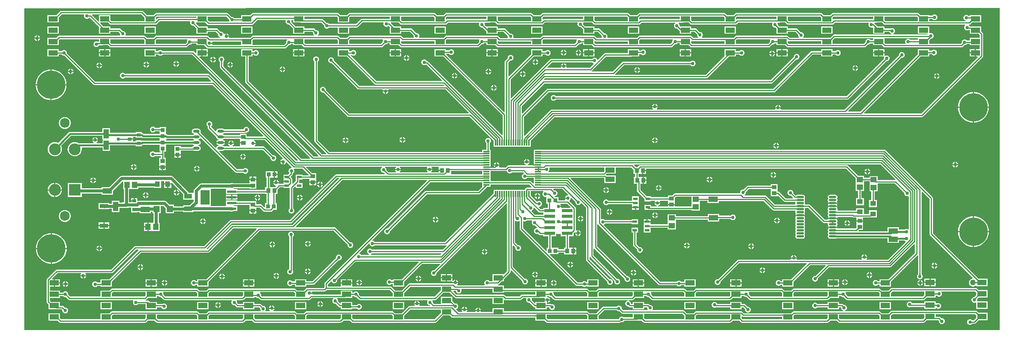
<source format=gbr>
%TF.GenerationSoftware,Altium Limited,Altium Designer,18.1.9 (240)*%
G04 Layer_Physical_Order=1*
G04 Layer_Color=255*
%FSLAX26Y26*%
%MOIN*%
%TF.FileFunction,Copper,L1,Top,Signal*%
%TF.Part,Single*%
G01*
G75*
%TA.AperFunction,ConnectorPad*%
%ADD10R,0.080000X0.045000*%
%TA.AperFunction,SMDPad,CuDef*%
%ADD11R,0.080000X0.045000*%
%ADD12O,0.064961X0.019685*%
%ADD13R,0.070866X0.039370*%
%ADD14R,0.039370X0.023622*%
%ADD15R,0.053150X0.057087*%
%ADD16R,0.053150X0.045276*%
%ADD17R,0.094488X0.029921*%
%ADD18R,0.037402X0.033465*%
%ADD19R,0.035433X0.039370*%
%ADD20R,0.082677X0.125984*%
%ADD21R,0.082677X0.023622*%
%ADD22R,0.033465X0.037402*%
%ADD23R,0.039370X0.035433*%
%ADD24R,0.051181X0.043307*%
%ADD25R,0.035433X0.031496*%
%ADD26R,0.074803X0.035433*%
%ADD27R,0.045276X0.053150*%
%ADD28R,0.043307X0.051181*%
%ADD29R,0.053150X0.011811*%
%ADD30R,0.011811X0.053150*%
%ADD31O,0.057087X0.023622*%
%TA.AperFunction,Conductor*%
%ADD32C,0.010000*%
%ADD33C,0.030000*%
%ADD34C,0.025000*%
%ADD35C,0.015000*%
%TA.AperFunction,SMDPad,CuDef*%
%ADD36R,0.080709X0.045276*%
%TA.AperFunction,ViaPad*%
%ADD37C,0.250000*%
%TA.AperFunction,SMDPad,CuDef*%
%ADD38R,0.045276X0.080709*%
%TA.AperFunction,ComponentPad*%
%ADD39C,0.103937*%
%TA.AperFunction,ViaPad*%
%ADD40R,0.060000X0.060000*%
%TA.AperFunction,ComponentPad*%
%ADD41C,0.085039*%
%ADD42R,0.103937X0.103937*%
%TA.AperFunction,ViaPad*%
%ADD43C,0.030000*%
%ADD44C,0.050000*%
G36*
X9587255Y2149745D02*
X1012745Y2149744D01*
X1012745Y4985002D01*
X4879829Y4987255D01*
X9587255D01*
Y2149745D01*
D02*
G37*
%LPC*%
G36*
X1313921Y4825500D02*
X1213921D01*
Y4760500D01*
X1313921D01*
Y4825500D01*
D02*
G37*
G36*
X1130843Y4747338D02*
Y4727843D01*
X1150338D01*
X1149392Y4732597D01*
X1143867Y4740867D01*
X1135597Y4746392D01*
X1130843Y4747338D01*
D02*
G37*
G36*
X1120843D02*
X1116088Y4746392D01*
X1107819Y4740867D01*
X1102293Y4732597D01*
X1101347Y4727843D01*
X1120843D01*
Y4747338D01*
D02*
G37*
G36*
X1150338Y4717843D02*
X1130843D01*
Y4698347D01*
X1135597Y4699293D01*
X1143867Y4704819D01*
X1149392Y4713088D01*
X1150338Y4717843D01*
D02*
G37*
G36*
X1120843D02*
X1101347D01*
X1102293Y4713088D01*
X1107819Y4704819D01*
X1116088Y4699293D01*
X1120843Y4698347D01*
Y4717843D01*
D02*
G37*
G36*
X2046421Y4963294D02*
X1336421D01*
X1330569Y4962130D01*
X1325607Y4958814D01*
X1292293Y4925500D01*
X1213921D01*
Y4860500D01*
X1313921D01*
Y4903871D01*
X1342756Y4932706D01*
X1535092D01*
X1538242Y4926706D01*
X1536510Y4918000D01*
X1538450Y4908245D01*
X1543976Y4899976D01*
X1552245Y4894450D01*
X1562000Y4892510D01*
X1571755Y4894450D01*
X1580024Y4899976D01*
X1581848Y4902706D01*
X1587665D01*
X1669000Y4821371D01*
Y4760500D01*
X1769000D01*
Y4777706D01*
X1839665D01*
X1853151Y4764220D01*
X1852510Y4761000D01*
X1854450Y4751245D01*
X1855894Y4749086D01*
X1853065Y4743794D01*
X1316921D01*
X1311069Y4742630D01*
X1306107Y4739314D01*
X1292293Y4725500D01*
X1213921D01*
Y4660500D01*
X1313921D01*
Y4703871D01*
X1323256Y4713206D01*
X1669000D01*
Y4690794D01*
X1658817D01*
X1655329Y4693124D01*
X1645575Y4695065D01*
X1635820Y4693124D01*
X1627551Y4687599D01*
X1622025Y4679329D01*
X1620085Y4669575D01*
X1622025Y4659820D01*
X1627551Y4651551D01*
X1635820Y4646025D01*
X1645575Y4644085D01*
X1655329Y4646025D01*
X1663599Y4651551D01*
X1669124Y4659820D01*
X1669201Y4660206D01*
X1701500D01*
X1702977Y4660500D01*
X1747371D01*
X1761186Y4646686D01*
X1766147Y4643370D01*
X1772000Y4642206D01*
X2433500D01*
X2439353Y4643370D01*
X2444314Y4646686D01*
X2462780Y4665151D01*
X2466000Y4664510D01*
X2475755Y4666450D01*
X2484024Y4671976D01*
X2485848Y4674706D01*
X2524000D01*
Y4660500D01*
X2594852D01*
X2594870Y4660406D01*
X2598186Y4655444D01*
X2616602Y4637028D01*
X2621563Y4633713D01*
X2627416Y4632549D01*
X3300843D01*
X3306695Y4633713D01*
X3311657Y4637028D01*
X3336780Y4662151D01*
X3340000Y4661510D01*
X3349755Y4663450D01*
X3358024Y4668976D01*
X3359848Y4671706D01*
X3374000D01*
Y4660500D01*
X3452371D01*
X3466186Y4646686D01*
X3471147Y4643370D01*
X3477000Y4642206D01*
X4152500D01*
X4158353Y4643370D01*
X4163314Y4646686D01*
X4184780Y4668151D01*
X4188000Y4667510D01*
X4197755Y4669450D01*
X4206024Y4674976D01*
X4207848Y4677706D01*
X4224000D01*
Y4660500D01*
X4302371D01*
X4316186Y4646686D01*
X4321147Y4643370D01*
X4327000Y4642206D01*
X5000500D01*
X5006353Y4643370D01*
X5011314Y4646686D01*
X5032780Y4668151D01*
X5036000Y4667510D01*
X5045755Y4669450D01*
X5054024Y4674976D01*
X5055848Y4677706D01*
X5074000D01*
Y4660500D01*
X5152371D01*
X5166186Y4646686D01*
X5171147Y4643370D01*
X5177000Y4642206D01*
X5855500D01*
X5861353Y4643370D01*
X5866314Y4646686D01*
X5887780Y4668151D01*
X5891000Y4667510D01*
X5900755Y4669450D01*
X5909024Y4674976D01*
X5910848Y4677706D01*
X5924000D01*
Y4660500D01*
X6002371D01*
X6016186Y4646686D01*
X6021147Y4643370D01*
X6027000Y4642206D01*
X6699500D01*
X6705353Y4643370D01*
X6710314Y4646686D01*
X6731780Y4668151D01*
X6735000Y4667510D01*
X6744755Y4669450D01*
X6753024Y4674976D01*
X6754848Y4677706D01*
X6774000D01*
Y4660500D01*
X6852371D01*
X6866186Y4646686D01*
X6871147Y4643370D01*
X6877000Y4642206D01*
X7558500D01*
X7564353Y4643370D01*
X7569314Y4646686D01*
X7589780Y4667151D01*
X7593000Y4666510D01*
X7602755Y4668450D01*
X7611024Y4673976D01*
X7612848Y4676706D01*
X7623526D01*
Y4660500D01*
X7701897D01*
X7715712Y4646686D01*
X7720673Y4643370D01*
X7726526Y4642206D01*
X8399500D01*
X8405353Y4643370D01*
X8410314Y4646686D01*
X8429780Y4666151D01*
X8433000Y4665510D01*
X8442754Y4667450D01*
X8451024Y4672976D01*
X8452848Y4675706D01*
X8474000D01*
Y4660500D01*
X8552371D01*
X8566186Y4646686D01*
X8571147Y4643370D01*
X8577000Y4642206D01*
X9251500D01*
X9257353Y4643370D01*
X9262314Y4646686D01*
X9276780Y4661151D01*
X9280000Y4660510D01*
X9289754Y4662450D01*
X9298024Y4667976D01*
X9299848Y4670706D01*
X9324000D01*
Y4660500D01*
X9411706D01*
Y4625500D01*
X9379000D01*
Y4593000D01*
Y4560500D01*
X9392916D01*
X9395212Y4554957D01*
X8897392Y4057137D01*
X8395026D01*
X8392730Y4062680D01*
X8890550Y4560500D01*
X8968921D01*
Y4580556D01*
X8990152D01*
X8991976Y4577826D01*
X9000246Y4572301D01*
X9010000Y4570361D01*
X9019754Y4572301D01*
X9028024Y4577826D01*
X9033549Y4586096D01*
X9035490Y4595850D01*
X9033549Y4605605D01*
X9028024Y4613874D01*
X9019754Y4619400D01*
X9010000Y4621340D01*
X9000246Y4619400D01*
X8991976Y4613874D01*
X8990152Y4611144D01*
X8968921D01*
Y4625500D01*
X8868921D01*
Y4582129D01*
X8361929Y4075137D01*
X8257605D01*
X8255309Y4080680D01*
X8723780Y4549151D01*
X8727000Y4548510D01*
X8736754Y4550450D01*
X8745024Y4555976D01*
X8750549Y4564245D01*
X8752490Y4574000D01*
X8750549Y4583755D01*
X8745024Y4592024D01*
X8736754Y4597550D01*
X8727000Y4599490D01*
X8717246Y4597550D01*
X8708976Y4592024D01*
X8703451Y4583755D01*
X8701510Y4574000D01*
X8702151Y4570780D01*
X8224508Y4093137D01*
X7665750D01*
X7662601Y4099137D01*
X7663338Y4102843D01*
X7614347D01*
X7615084Y4099137D01*
X7611935Y4093137D01*
X6574666D01*
X6572846Y4099136D01*
X6573867Y4099819D01*
X6579392Y4108088D01*
X6580338Y4112843D01*
X6531347D01*
X6532293Y4108088D01*
X6537819Y4099819D01*
X6538839Y4099136D01*
X6537019Y4093137D01*
X5647782D01*
X5641929Y4091972D01*
X5636967Y4088657D01*
X5410420Y3862110D01*
X5404877Y3864406D01*
Y4029248D01*
X5621335Y4245706D01*
X7605000D01*
X7610853Y4246870D01*
X7615814Y4250186D01*
X7943335Y4577706D01*
X8018921D01*
Y4560500D01*
X8118921D01*
Y4577706D01*
X8144436D01*
X8145976Y4575401D01*
X8154245Y4569876D01*
X8164000Y4567935D01*
X8173755Y4569876D01*
X8182024Y4575401D01*
X8187550Y4583671D01*
X8189490Y4593425D01*
X8187550Y4603180D01*
X8182024Y4611449D01*
X8173755Y4616975D01*
X8164000Y4618915D01*
X8154245Y4616975D01*
X8145976Y4611449D01*
X8143868Y4608294D01*
X8118921D01*
Y4625500D01*
X8018921D01*
Y4608294D01*
X7937000D01*
X7931147Y4607130D01*
X7926186Y4603814D01*
X7598665Y4276294D01*
X5615000D01*
X5609147Y4275130D01*
X5604186Y4271814D01*
X5390735Y4058364D01*
X5385192Y4060660D01*
Y4122563D01*
X5586335Y4323706D01*
X7583000D01*
X7588853Y4324870D01*
X7593814Y4328186D01*
X7799780Y4534151D01*
X7803000Y4533510D01*
X7812755Y4535450D01*
X7821024Y4540976D01*
X7826550Y4549245D01*
X7828490Y4559000D01*
X7826550Y4568755D01*
X7821024Y4577024D01*
X7812755Y4582550D01*
X7803000Y4584490D01*
X7793245Y4582550D01*
X7784976Y4577024D01*
X7779450Y4568755D01*
X7777510Y4559000D01*
X7778151Y4555780D01*
X7576665Y4354294D01*
X5581408D01*
X5579310Y4357678D01*
X5578802Y4360173D01*
X5587335Y4368706D01*
X7009447D01*
X7015300Y4369870D01*
X7020262Y4373186D01*
X7207576Y4560500D01*
X7268447D01*
Y4577706D01*
X7298742D01*
X7300567Y4574976D01*
X7308836Y4569450D01*
X7318591Y4567510D01*
X7328345Y4569450D01*
X7336615Y4574976D01*
X7342140Y4583245D01*
X7344080Y4593000D01*
X7342140Y4602755D01*
X7336615Y4611024D01*
X7328345Y4616550D01*
X7318591Y4618490D01*
X7308836Y4616550D01*
X7300567Y4611024D01*
X7298742Y4608294D01*
X7268447D01*
Y4625500D01*
X7168447D01*
Y4564629D01*
X7003112Y4399294D01*
X6206974D01*
X6204489Y4405294D01*
X6283901Y4484706D01*
X6869152D01*
X6870976Y4481976D01*
X6879245Y4476450D01*
X6889000Y4474510D01*
X6898755Y4476450D01*
X6907024Y4481976D01*
X6912550Y4490245D01*
X6914490Y4500000D01*
X6912550Y4509755D01*
X6907024Y4518024D01*
X6898755Y4523550D01*
X6889000Y4525490D01*
X6879245Y4523550D01*
X6870976Y4518024D01*
X6869152Y4515294D01*
X6277566D01*
X6271713Y4514130D01*
X6266752Y4510814D01*
X6184231Y4428294D01*
X6001805D01*
X5999984Y4434294D01*
X6001083Y4435028D01*
X6126261Y4560206D01*
X6351421D01*
X6352899Y4560500D01*
X6418921D01*
Y4582706D01*
X6432152D01*
X6433976Y4579976D01*
X6442245Y4574450D01*
X6452000Y4572510D01*
X6461755Y4574450D01*
X6470024Y4579976D01*
X6475550Y4588245D01*
X6477490Y4598000D01*
X6475550Y4607755D01*
X6470024Y4616024D01*
X6461755Y4621550D01*
X6452000Y4623490D01*
X6442245Y4621550D01*
X6433976Y4616024D01*
X6432152Y4613294D01*
X6418921D01*
Y4625500D01*
X6318921D01*
Y4590794D01*
X6119926D01*
X6114074Y4589630D01*
X6109112Y4586315D01*
X6055426Y4532628D01*
X6048956Y4534643D01*
X6044024Y4542024D01*
X6035755Y4547550D01*
X6026000Y4549490D01*
X6016245Y4547550D01*
X6007976Y4542024D01*
X6006152Y4539294D01*
X5644633D01*
X5638780Y4538130D01*
X5633818Y4534814D01*
X5292310Y4193306D01*
X5286766Y4195602D01*
Y4356716D01*
X5490550Y4560500D01*
X5568921D01*
Y4578131D01*
X5594152D01*
X5595976Y4575401D01*
X5604245Y4569876D01*
X5614000Y4567935D01*
X5623755Y4569876D01*
X5632024Y4575401D01*
X5637550Y4583671D01*
X5639490Y4593425D01*
X5637550Y4603180D01*
X5632024Y4611449D01*
X5623755Y4616975D01*
X5614000Y4618915D01*
X5604245Y4616975D01*
X5595976Y4611449D01*
X5594152Y4608719D01*
X5568921D01*
Y4625500D01*
X5468921D01*
Y4582129D01*
X5272625Y4385832D01*
X5267081Y4388128D01*
Y4508453D01*
X5283780Y4525151D01*
X5287000Y4524510D01*
X5296755Y4526450D01*
X5305024Y4531976D01*
X5310550Y4540245D01*
X5312490Y4550000D01*
X5310550Y4559755D01*
X5305024Y4568024D01*
X5296755Y4573550D01*
X5287000Y4575490D01*
X5277245Y4573550D01*
X5268976Y4568024D01*
X5263450Y4559755D01*
X5261510Y4550000D01*
X5262151Y4546780D01*
X5240973Y4525602D01*
X5237658Y4520640D01*
X5236493Y4514787D01*
Y4072396D01*
X5230950Y4070100D01*
X4722935Y4578115D01*
X4725420Y4584115D01*
X4746561D01*
X4748385Y4581385D01*
X4756655Y4575860D01*
X4766409Y4573920D01*
X4776164Y4575860D01*
X4784433Y4581385D01*
X4789959Y4589655D01*
X4791899Y4599409D01*
X4789959Y4609164D01*
X4784433Y4617433D01*
X4776164Y4622959D01*
X4766409Y4624899D01*
X4756655Y4622959D01*
X4748385Y4617433D01*
X4746561Y4614703D01*
X4718921D01*
Y4625500D01*
X4618921D01*
Y4560500D01*
X4697292D01*
X5216809Y4040984D01*
Y3870177D01*
X5211265Y3867880D01*
X4562158Y4516988D01*
X4557196Y4520303D01*
X4551343Y4521467D01*
X4549405D01*
X4545024Y4528024D01*
X4536755Y4533550D01*
X4527000Y4535490D01*
X4517245Y4533550D01*
X4508976Y4528024D01*
X4503450Y4519755D01*
X4501510Y4510000D01*
X4503450Y4500245D01*
X4508976Y4491976D01*
X4517245Y4486450D01*
X4527000Y4484510D01*
X4536755Y4486450D01*
X4543383Y4490879D01*
X4545009D01*
X4686208Y4349680D01*
X4683912Y4344136D01*
X4106914D01*
X3880153Y4570897D01*
X3882500Y4576667D01*
X3886727Y4576846D01*
X3887976Y4574976D01*
X3896245Y4569450D01*
X3906000Y4567510D01*
X3915755Y4569450D01*
X3924024Y4574976D01*
X3929550Y4583245D01*
X3931490Y4593000D01*
X3929550Y4602755D01*
X3924024Y4611024D01*
X3915755Y4616550D01*
X3906000Y4618490D01*
X3896245Y4616550D01*
X3887976Y4611024D01*
X3886152Y4608294D01*
X3868921D01*
Y4625500D01*
X3768921D01*
Y4560500D01*
X3847293D01*
X4089764Y4318028D01*
X4094726Y4314713D01*
X4100579Y4313549D01*
X4696883D01*
X4703595Y4306837D01*
X4701299Y4301294D01*
X3957335D01*
X3733849Y4524780D01*
X3734490Y4528000D01*
X3732550Y4537755D01*
X3727024Y4546024D01*
X3718755Y4551550D01*
X3709000Y4553490D01*
X3699245Y4551550D01*
X3690976Y4546024D01*
X3685450Y4537755D01*
X3683510Y4528000D01*
X3685450Y4518245D01*
X3690976Y4509976D01*
X3699245Y4504450D01*
X3709000Y4502510D01*
X3712220Y4503151D01*
X3940186Y4275186D01*
X3945147Y4271870D01*
X3951000Y4270706D01*
X4160092D01*
X4163242Y4264706D01*
X4162505Y4261000D01*
X4211495D01*
X4210758Y4264706D01*
X4213908Y4270706D01*
X4714270D01*
X4919576Y4065400D01*
X4917280Y4059857D01*
X3868772D01*
X3662849Y4265780D01*
X3663490Y4269000D01*
X3661550Y4278755D01*
X3656024Y4287024D01*
X3647755Y4292550D01*
X3638000Y4294490D01*
X3628245Y4292550D01*
X3619976Y4287024D01*
X3614450Y4278755D01*
X3612510Y4269000D01*
X3614450Y4259245D01*
X3619976Y4250976D01*
X3628245Y4245450D01*
X3638000Y4243510D01*
X3641220Y4244151D01*
X3851622Y4033749D01*
X3856584Y4030433D01*
X3862437Y4029269D01*
X4925512D01*
X5137457Y3817324D01*
Y3765803D01*
X5464543D01*
Y3817324D01*
X5673768Y4026549D01*
X8903727D01*
X8909580Y4027713D01*
X8914542Y4031028D01*
X9437814Y4554301D01*
X9441130Y4559262D01*
X9442294Y4565115D01*
Y4757500D01*
X9441130Y4763353D01*
X9437814Y4768314D01*
X9424000Y4782129D01*
Y4825500D01*
X9357978D01*
X9356500Y4825794D01*
X9324523D01*
X9319024Y4834024D01*
X9315758Y4836206D01*
X9317578Y4842206D01*
X9321000D01*
X9326853Y4843370D01*
X9331814Y4846686D01*
X9345629Y4860500D01*
X9424000D01*
Y4925500D01*
X9324000D01*
Y4918294D01*
X9314848D01*
X9313024Y4921024D01*
X9304754Y4926550D01*
X9295000Y4928490D01*
X9285246Y4926550D01*
X9276976Y4921024D01*
X9271451Y4912755D01*
X9269510Y4903000D01*
X9271451Y4893245D01*
X9276976Y4884976D01*
X9285246Y4879450D01*
X9288546Y4878794D01*
X9287955Y4872794D01*
X8968921D01*
Y4890706D01*
X8995152D01*
X8996976Y4887976D01*
X9005246Y4882450D01*
X9015000Y4880510D01*
X9024754Y4882450D01*
X9033024Y4887976D01*
X9038549Y4896245D01*
X9040490Y4906000D01*
X9038549Y4915755D01*
X9033024Y4924024D01*
X9024754Y4929550D01*
X9015000Y4931490D01*
X9005246Y4929550D01*
X8996976Y4924024D01*
X8995152Y4921294D01*
X8968921D01*
Y4925500D01*
X8890550D01*
X8876736Y4939314D01*
X8871774Y4942630D01*
X8865921Y4943794D01*
X8121921D01*
X8116069Y4942630D01*
X8111107Y4939314D01*
X8097292Y4925500D01*
X8040550D01*
X8026736Y4939314D01*
X8021774Y4942630D01*
X8015921Y4943794D01*
X7271447D01*
X7265595Y4942630D01*
X7260633Y4939314D01*
X7246819Y4925500D01*
X7190076D01*
X7176262Y4939314D01*
X7171300Y4942630D01*
X7165447Y4943794D01*
X6421921D01*
X6416069Y4942630D01*
X6411107Y4939314D01*
X6397292Y4925500D01*
X6340550D01*
X6326736Y4939314D01*
X6321774Y4942630D01*
X6315921Y4943794D01*
X5571921D01*
X5566069Y4942630D01*
X5561107Y4939314D01*
X5547292Y4925500D01*
X5490550D01*
X5476736Y4939314D01*
X5471774Y4942630D01*
X5465921Y4943794D01*
X4721921D01*
X4716069Y4942630D01*
X4711107Y4939314D01*
X4697292Y4925500D01*
X4640550D01*
X4626736Y4939314D01*
X4621774Y4942630D01*
X4615921Y4943794D01*
X3871921D01*
X3866069Y4942630D01*
X3861107Y4939314D01*
X3847293Y4925500D01*
X3790550D01*
X3776736Y4939314D01*
X3771774Y4942630D01*
X3765921Y4943794D01*
X3021921D01*
X3016069Y4942630D01*
X3011107Y4939314D01*
X2997293Y4925500D01*
X2918921D01*
Y4899294D01*
X2857848D01*
X2856024Y4902024D01*
X2847755Y4907550D01*
X2838000Y4909490D01*
X2834780Y4908849D01*
X2804314Y4939314D01*
X2799353Y4942630D01*
X2793500Y4943794D01*
X2171921D01*
X2166069Y4942630D01*
X2161107Y4939314D01*
X2147293Y4925500D01*
X2090550D01*
X2057236Y4958814D01*
X2052274Y4962130D01*
X2046421Y4963294D01*
D02*
G37*
G36*
X5759000Y4619250D02*
Y4599755D01*
X5778495D01*
X5777550Y4604509D01*
X5772024Y4612779D01*
X5763755Y4618304D01*
X5759000Y4619250D01*
D02*
G37*
G36*
X5749000D02*
X5744245Y4618304D01*
X5735976Y4612779D01*
X5730450Y4604509D01*
X5729505Y4599755D01*
X5749000D01*
Y4619250D01*
D02*
G37*
G36*
X5889843Y4618338D02*
Y4598843D01*
X5909338D01*
X5908392Y4603597D01*
X5902867Y4611867D01*
X5894597Y4617392D01*
X5889843Y4618338D01*
D02*
G37*
G36*
X5879843D02*
X5875088Y4617392D01*
X5866819Y4611867D01*
X5861293Y4603597D01*
X5860347Y4598843D01*
X5879843D01*
Y4618338D01*
D02*
G37*
G36*
X7723526Y4625500D02*
X7678526D01*
Y4598000D01*
X7723526D01*
Y4625500D01*
D02*
G37*
G36*
X7668526D02*
X7623526D01*
Y4598000D01*
X7668526D01*
Y4625500D01*
D02*
G37*
G36*
X8574000D02*
X8529000D01*
Y4598000D01*
X8574000D01*
Y4625500D01*
D02*
G37*
G36*
X6874000D02*
X6829000D01*
Y4598000D01*
X6874000D01*
Y4625500D01*
D02*
G37*
G36*
X6024000D02*
X5979000D01*
Y4598000D01*
X6024000D01*
Y4625500D01*
D02*
G37*
G36*
X5174000D02*
X5129000D01*
Y4598000D01*
X5174000D01*
Y4625500D01*
D02*
G37*
G36*
X4324000D02*
X4279000D01*
Y4598000D01*
X4324000D01*
Y4625500D01*
D02*
G37*
G36*
X3474000D02*
X3429000D01*
Y4598000D01*
X3474000D01*
Y4625500D01*
D02*
G37*
G36*
X2624000D02*
X2579000D01*
Y4598000D01*
X2624000D01*
Y4625500D01*
D02*
G37*
G36*
X1769000D02*
X1724000D01*
Y4598000D01*
X1769000D01*
Y4625500D01*
D02*
G37*
G36*
X5969000D02*
X5924000D01*
Y4598000D01*
X5969000D01*
Y4625500D01*
D02*
G37*
G36*
X5119000D02*
X5074000D01*
Y4598000D01*
X5119000D01*
Y4625500D01*
D02*
G37*
G36*
X4269000D02*
X4224000D01*
Y4598000D01*
X4269000D01*
Y4625500D01*
D02*
G37*
G36*
X3419000D02*
X3374000D01*
Y4598000D01*
X3419000D01*
Y4625500D01*
D02*
G37*
G36*
X1714000D02*
X1669000D01*
Y4598000D01*
X1714000D01*
Y4625500D01*
D02*
G37*
G36*
X9369000D02*
X9324000D01*
Y4598000D01*
X9369000D01*
Y4625500D01*
D02*
G37*
G36*
X8519000D02*
X8474000D01*
Y4598000D01*
X8519000D01*
Y4625500D01*
D02*
G37*
G36*
X6819000D02*
X6774000D01*
Y4598000D01*
X6819000D01*
Y4625500D01*
D02*
G37*
G36*
X7592000Y4611495D02*
Y4592000D01*
X7611495D01*
X7610550Y4596755D01*
X7605024Y4605024D01*
X7596755Y4610550D01*
X7592000Y4611495D01*
D02*
G37*
G36*
X7582000D02*
X7577245Y4610550D01*
X7568976Y4605024D01*
X7563450Y4596755D01*
X7562505Y4592000D01*
X7582000D01*
Y4611495D01*
D02*
G37*
G36*
X5778495Y4589755D02*
X5759000D01*
Y4570259D01*
X5763755Y4571205D01*
X5772024Y4576730D01*
X5777550Y4585000D01*
X5778495Y4589755D01*
D02*
G37*
G36*
X5749000D02*
X5729505D01*
X5730450Y4585000D01*
X5735976Y4576730D01*
X5744245Y4571205D01*
X5749000Y4570259D01*
Y4589755D01*
D02*
G37*
G36*
X5909338Y4588843D02*
X5889843D01*
Y4569347D01*
X5894597Y4570293D01*
X5902867Y4575819D01*
X5908392Y4584088D01*
X5909338Y4588843D01*
D02*
G37*
G36*
X5879843D02*
X5860347D01*
X5861293Y4584088D01*
X5866819Y4575819D01*
X5875088Y4570293D01*
X5879843Y4569347D01*
Y4588843D01*
D02*
G37*
G36*
X7611495Y4582000D02*
X7592000D01*
Y4562505D01*
X7596755Y4563450D01*
X7605024Y4568976D01*
X7610550Y4577245D01*
X7611495Y4582000D01*
D02*
G37*
G36*
X7582000D02*
X7562505D01*
X7563450Y4577245D01*
X7568976Y4568976D01*
X7577245Y4563450D01*
X7582000Y4562505D01*
Y4582000D01*
D02*
G37*
G36*
X9369000Y4588000D02*
X9324000D01*
Y4560500D01*
X9369000D01*
Y4588000D01*
D02*
G37*
G36*
X8519000D02*
X8474000D01*
Y4560500D01*
X8519000D01*
Y4588000D01*
D02*
G37*
G36*
X7723526Y4588000D02*
X7678526D01*
Y4560500D01*
X7723526D01*
Y4588000D01*
D02*
G37*
G36*
X7668526D02*
X7623526D01*
Y4560500D01*
X7668526D01*
Y4588000D01*
D02*
G37*
G36*
X6874000Y4588000D02*
X6829000D01*
Y4560500D01*
X6874000D01*
Y4588000D01*
D02*
G37*
G36*
X6819000D02*
X6774000D01*
Y4560500D01*
X6819000D01*
Y4588000D01*
D02*
G37*
G36*
X6024000D02*
X5979000D01*
Y4560500D01*
X6024000D01*
Y4588000D01*
D02*
G37*
G36*
X5969000D02*
X5924000D01*
Y4560500D01*
X5969000D01*
Y4588000D01*
D02*
G37*
G36*
X5174000D02*
X5129000D01*
Y4560500D01*
X5174000D01*
Y4588000D01*
D02*
G37*
G36*
X5119000D02*
X5074000D01*
Y4560500D01*
X5119000D01*
Y4588000D01*
D02*
G37*
G36*
X4324000D02*
X4279000D01*
Y4560500D01*
X4324000D01*
Y4588000D01*
D02*
G37*
G36*
X4269000D02*
X4224000D01*
Y4560500D01*
X4269000D01*
Y4588000D01*
D02*
G37*
G36*
X3474000D02*
X3429000D01*
Y4560500D01*
X3474000D01*
Y4588000D01*
D02*
G37*
G36*
X3419000D02*
X3374000D01*
Y4560500D01*
X3419000D01*
Y4588000D01*
D02*
G37*
G36*
X2624000D02*
X2579000D01*
Y4560500D01*
X2624000D01*
Y4588000D01*
D02*
G37*
G36*
X1769000D02*
X1724000D01*
Y4560500D01*
X1769000D01*
Y4588000D01*
D02*
G37*
G36*
X1714000D02*
X1669000D01*
Y4560500D01*
X1714000D01*
Y4588000D01*
D02*
G37*
G36*
X4377843Y4572338D02*
Y4552843D01*
X4397338D01*
X4396392Y4557597D01*
X4390867Y4565867D01*
X4382597Y4571392D01*
X4377843Y4572338D01*
D02*
G37*
G36*
X4367843D02*
X4363088Y4571392D01*
X4354819Y4565867D01*
X4349293Y4557597D01*
X4348347Y4552843D01*
X4367843D01*
Y4572338D01*
D02*
G37*
G36*
X2675843Y4557338D02*
Y4537843D01*
X2695338D01*
X2694392Y4542597D01*
X2688867Y4550867D01*
X2680597Y4556392D01*
X2675843Y4557338D01*
D02*
G37*
G36*
X2665843D02*
X2661088Y4556392D01*
X2652819Y4550867D01*
X2647293Y4542597D01*
X2646347Y4537843D01*
X2665843D01*
Y4557338D01*
D02*
G37*
G36*
X4397338Y4542843D02*
X4377843D01*
Y4523347D01*
X4382597Y4524293D01*
X4390867Y4529819D01*
X4396392Y4538088D01*
X4397338Y4542843D01*
D02*
G37*
G36*
X4367843D02*
X4348347D01*
X4349293Y4538088D01*
X4354819Y4529819D01*
X4363088Y4524293D01*
X4367843Y4523347D01*
Y4542843D01*
D02*
G37*
G36*
X8574000Y4588000D02*
X8529000D01*
Y4560500D01*
X8568742D01*
X8571949Y4554500D01*
X8571451Y4553755D01*
X8569510Y4544000D01*
X8570151Y4540780D01*
X8240665Y4211294D01*
X5685848D01*
X5684024Y4214024D01*
X5675755Y4219550D01*
X5666000Y4221490D01*
X5656245Y4219550D01*
X5647976Y4214024D01*
X5642450Y4205755D01*
X5640510Y4196000D01*
X5642450Y4186245D01*
X5647976Y4177976D01*
X5656245Y4172450D01*
X5666000Y4170510D01*
X5675755Y4172450D01*
X5684024Y4177976D01*
X5685848Y4180706D01*
X8247000D01*
X8252853Y4181870D01*
X8257814Y4185186D01*
X8591780Y4519151D01*
X8595000Y4518510D01*
X8604754Y4520450D01*
X8613024Y4525976D01*
X8618549Y4534245D01*
X8620490Y4544000D01*
X8618549Y4553755D01*
X8613024Y4562024D01*
X8604754Y4567550D01*
X8595000Y4569490D01*
X8585246Y4567550D01*
X8580000Y4564045D01*
X8574000Y4567252D01*
Y4588000D01*
D02*
G37*
G36*
X5510843Y4536338D02*
Y4516843D01*
X5530338D01*
X5529392Y4521597D01*
X5523867Y4529867D01*
X5515597Y4535392D01*
X5510843Y4536338D01*
D02*
G37*
G36*
X5500843D02*
X5496088Y4535392D01*
X5487819Y4529867D01*
X5482293Y4521597D01*
X5481347Y4516843D01*
X5500843D01*
Y4536338D01*
D02*
G37*
G36*
X2695338Y4527843D02*
X2675843D01*
Y4508347D01*
X2680597Y4509293D01*
X2688867Y4514819D01*
X2694392Y4523088D01*
X2695338Y4527843D01*
D02*
G37*
G36*
X2665843D02*
X2646347D01*
X2647293Y4523088D01*
X2652819Y4514819D01*
X2661088Y4509293D01*
X2665843Y4508347D01*
Y4527843D01*
D02*
G37*
G36*
X2352843Y4520338D02*
Y4500843D01*
X2372338D01*
X2371392Y4505597D01*
X2365867Y4513867D01*
X2357597Y4519392D01*
X2352843Y4520338D01*
D02*
G37*
G36*
X2342843D02*
X2338088Y4519392D01*
X2329819Y4513867D01*
X2324293Y4505597D01*
X2323347Y4500843D01*
X2342843D01*
Y4520338D01*
D02*
G37*
G36*
X2088843Y4514338D02*
Y4494843D01*
X2108338D01*
X2107392Y4499597D01*
X2101867Y4507867D01*
X2093597Y4513392D01*
X2088843Y4514338D01*
D02*
G37*
G36*
X2078843D02*
X2074088Y4513392D01*
X2065819Y4507867D01*
X2060293Y4499597D01*
X2059347Y4494843D01*
X2078843D01*
Y4514338D01*
D02*
G37*
G36*
X2826843Y4512338D02*
Y4492843D01*
X2846338D01*
X2845392Y4497597D01*
X2839867Y4505867D01*
X2831597Y4511392D01*
X2826843Y4512338D01*
D02*
G37*
G36*
X2816843D02*
X2812088Y4511392D01*
X2803819Y4505867D01*
X2798293Y4497597D01*
X2797347Y4492843D01*
X2816843D01*
Y4512338D01*
D02*
G37*
G36*
X5530338Y4506843D02*
X5510843D01*
Y4487347D01*
X5515597Y4488293D01*
X5523867Y4493819D01*
X5529392Y4502088D01*
X5530338Y4506843D01*
D02*
G37*
G36*
X5500843D02*
X5481347D01*
X5482293Y4502088D01*
X5487819Y4493819D01*
X5496088Y4488293D01*
X5500843Y4487347D01*
Y4506843D01*
D02*
G37*
G36*
X1675843Y4506338D02*
Y4486843D01*
X1695338D01*
X1694392Y4491597D01*
X1688867Y4499867D01*
X1680597Y4505392D01*
X1675843Y4506338D01*
D02*
G37*
G36*
X1665843D02*
X1661088Y4505392D01*
X1652819Y4499867D01*
X1647293Y4491597D01*
X1646347Y4486843D01*
X1665843D01*
Y4506338D01*
D02*
G37*
G36*
X2372338Y4490843D02*
X2352843D01*
Y4471347D01*
X2357597Y4472293D01*
X2365867Y4477819D01*
X2371392Y4486088D01*
X2372338Y4490843D01*
D02*
G37*
G36*
X2342843D02*
X2323347D01*
X2324293Y4486088D01*
X2329819Y4477819D01*
X2338088Y4472293D01*
X2342843Y4471347D01*
Y4490843D01*
D02*
G37*
G36*
X2108338Y4484843D02*
X2088843D01*
Y4465347D01*
X2093597Y4466293D01*
X2101867Y4471819D01*
X2107392Y4480088D01*
X2108338Y4484843D01*
D02*
G37*
G36*
X2078843D02*
X2059347D01*
X2060293Y4480088D01*
X2065819Y4471819D01*
X2074088Y4466293D01*
X2078843Y4465347D01*
Y4484843D01*
D02*
G37*
G36*
X8322000Y4483495D02*
Y4464000D01*
X8341495D01*
X8340549Y4468755D01*
X8335024Y4477024D01*
X8326754Y4482550D01*
X8322000Y4483495D01*
D02*
G37*
G36*
X8312000D02*
X8307246Y4482550D01*
X8298976Y4477024D01*
X8293451Y4468755D01*
X8292505Y4464000D01*
X8312000D01*
Y4483495D01*
D02*
G37*
G36*
X2846338Y4482843D02*
X2826843D01*
Y4463347D01*
X2831597Y4464293D01*
X2839867Y4469819D01*
X2845392Y4478088D01*
X2846338Y4482843D01*
D02*
G37*
G36*
X2816843D02*
X2797347D01*
X2798293Y4478088D01*
X2803819Y4469819D01*
X2812088Y4464293D01*
X2816843Y4463347D01*
Y4482843D01*
D02*
G37*
G36*
X1695338Y4476843D02*
X1675843D01*
Y4457347D01*
X1680597Y4458293D01*
X1688867Y4463819D01*
X1694392Y4472088D01*
X1695338Y4476843D01*
D02*
G37*
G36*
X1665843D02*
X1646347D01*
X1647293Y4472088D01*
X1652819Y4463819D01*
X1661088Y4458293D01*
X1665843Y4457347D01*
Y4476843D01*
D02*
G37*
G36*
X3286843Y4472044D02*
Y4452549D01*
X3306338D01*
X3305392Y4457303D01*
X3299867Y4465573D01*
X3291597Y4471098D01*
X3286843Y4472044D01*
D02*
G37*
G36*
X3276843D02*
X3272088Y4471098D01*
X3263819Y4465573D01*
X3258293Y4457303D01*
X3257347Y4452549D01*
X3276843D01*
Y4472044D01*
D02*
G37*
G36*
X6405843Y4466338D02*
Y4446843D01*
X6425338D01*
X6424392Y4451597D01*
X6418867Y4459867D01*
X6410597Y4465392D01*
X6405843Y4466338D01*
D02*
G37*
G36*
X6395843D02*
X6391088Y4465392D01*
X6382819Y4459867D01*
X6377293Y4451597D01*
X6376347Y4446843D01*
X6395843D01*
Y4466338D01*
D02*
G37*
G36*
X8341495Y4454000D02*
X8322000D01*
Y4434505D01*
X8326754Y4435450D01*
X8335024Y4440976D01*
X8340549Y4449245D01*
X8341495Y4454000D01*
D02*
G37*
G36*
X8312000D02*
X8292505D01*
X8293451Y4449245D01*
X8298976Y4440976D01*
X8307246Y4435450D01*
X8312000Y4434505D01*
Y4454000D01*
D02*
G37*
G36*
X1424843Y4453338D02*
Y4433843D01*
X1444338D01*
X1443392Y4438597D01*
X1437867Y4446867D01*
X1429597Y4452392D01*
X1424843Y4453338D01*
D02*
G37*
G36*
X1414843D02*
X1410088Y4452392D01*
X1401819Y4446867D01*
X1396293Y4438597D01*
X1395347Y4433843D01*
X1414843D01*
Y4453338D01*
D02*
G37*
G36*
X5097843Y4452338D02*
Y4432843D01*
X5117338D01*
X5116392Y4437597D01*
X5110867Y4445867D01*
X5102597Y4451392D01*
X5097843Y4452338D01*
D02*
G37*
G36*
X5087843D02*
X5083088Y4451392D01*
X5074819Y4445867D01*
X5069293Y4437597D01*
X5068347Y4432843D01*
X5087843D01*
Y4452338D01*
D02*
G37*
G36*
X3306338Y4442549D02*
X3286843D01*
Y4423053D01*
X3291597Y4423999D01*
X3299867Y4429525D01*
X3305392Y4437794D01*
X3306338Y4442549D01*
D02*
G37*
G36*
X3276843D02*
X3257347D01*
X3258293Y4437794D01*
X3263819Y4429525D01*
X3272088Y4423999D01*
X3276843Y4423053D01*
Y4442549D01*
D02*
G37*
G36*
X6425338Y4436843D02*
X6405843D01*
Y4417347D01*
X6410597Y4418293D01*
X6418867Y4423819D01*
X6424392Y4432088D01*
X6425338Y4436843D01*
D02*
G37*
G36*
X6395843D02*
X6376347D01*
X6377293Y4432088D01*
X6382819Y4423819D01*
X6391088Y4418293D01*
X6395843Y4417347D01*
Y4436843D01*
D02*
G37*
G36*
X5399843Y4431338D02*
Y4411843D01*
X5419338D01*
X5418392Y4416597D01*
X5412867Y4424867D01*
X5404597Y4430392D01*
X5399843Y4431338D01*
D02*
G37*
G36*
X5389843D02*
X5385088Y4430392D01*
X5376819Y4424867D01*
X5371293Y4416597D01*
X5370347Y4411843D01*
X5389843D01*
Y4431338D01*
D02*
G37*
G36*
X1444338Y4423843D02*
X1424843D01*
Y4404347D01*
X1429597Y4405293D01*
X1437867Y4410819D01*
X1443392Y4419088D01*
X1444338Y4423843D01*
D02*
G37*
G36*
X1414843D02*
X1395347D01*
X1396293Y4419088D01*
X1401819Y4410819D01*
X1410088Y4405293D01*
X1414843Y4404347D01*
Y4423843D01*
D02*
G37*
G36*
X5117338Y4422843D02*
X5097843D01*
Y4403347D01*
X5102597Y4404293D01*
X5110867Y4409819D01*
X5116392Y4418088D01*
X5117338Y4422843D01*
D02*
G37*
G36*
X5087843D02*
X5068347D01*
X5069293Y4418088D01*
X5074819Y4409819D01*
X5083088Y4404293D01*
X5087843Y4403347D01*
Y4422843D01*
D02*
G37*
G36*
X4799843Y4416338D02*
Y4396843D01*
X4819338D01*
X4818392Y4401597D01*
X4812867Y4409867D01*
X4804597Y4415392D01*
X4799843Y4416338D01*
D02*
G37*
G36*
X4789843D02*
X4785088Y4415392D01*
X4776819Y4409867D01*
X4771293Y4401597D01*
X4770347Y4396843D01*
X4789843D01*
Y4416338D01*
D02*
G37*
G36*
X9040000Y4413495D02*
Y4394000D01*
X9059495D01*
X9058549Y4398755D01*
X9053024Y4407024D01*
X9044754Y4412550D01*
X9040000Y4413495D01*
D02*
G37*
G36*
X9030000D02*
X9025246Y4412550D01*
X9016976Y4407024D01*
X9011451Y4398755D01*
X9010505Y4394000D01*
X9030000D01*
Y4413495D01*
D02*
G37*
G36*
X5419338Y4401843D02*
X5399843D01*
Y4382347D01*
X5404597Y4383293D01*
X5412867Y4388819D01*
X5418392Y4397088D01*
X5419338Y4401843D01*
D02*
G37*
G36*
X5389843D02*
X5370347D01*
X5371293Y4397088D01*
X5376819Y4388819D01*
X5385088Y4383293D01*
X5389843Y4382347D01*
Y4401843D01*
D02*
G37*
G36*
X4819338Y4386843D02*
X4799843D01*
Y4367347D01*
X4804597Y4368293D01*
X4812867Y4373819D01*
X4818392Y4382088D01*
X4819338Y4386843D01*
D02*
G37*
G36*
X4789843D02*
X4770347D01*
X4771293Y4382088D01*
X4776819Y4373819D01*
X4785088Y4368293D01*
X4789843Y4367347D01*
Y4386843D01*
D02*
G37*
G36*
X9059495Y4384000D02*
X9040000D01*
Y4364505D01*
X9044754Y4365450D01*
X9053024Y4370976D01*
X9058549Y4379245D01*
X9059495Y4384000D01*
D02*
G37*
G36*
X9030000D02*
X9010505D01*
X9011451Y4379245D01*
X9016976Y4370976D01*
X9025246Y4365450D01*
X9030000Y4364505D01*
Y4384000D01*
D02*
G37*
G36*
X1253000Y4446024D02*
Y4316000D01*
X1383024D01*
X1381750Y4332184D01*
X1376790Y4352846D01*
X1368658Y4372478D01*
X1357555Y4390596D01*
X1343755Y4406755D01*
X1327596Y4420555D01*
X1309478Y4431658D01*
X1289846Y4439790D01*
X1269184Y4444750D01*
X1253000Y4446024D01*
D02*
G37*
G36*
X1243000D02*
X1226816Y4444750D01*
X1206154Y4439790D01*
X1186522Y4431658D01*
X1168404Y4420555D01*
X1152245Y4406755D01*
X1138445Y4390596D01*
X1127342Y4372478D01*
X1119210Y4352846D01*
X1114250Y4332184D01*
X1112976Y4316000D01*
X1243000D01*
Y4446024D01*
D02*
G37*
G36*
X5145843Y4309338D02*
Y4289843D01*
X5165338D01*
X5164392Y4294597D01*
X5158867Y4302867D01*
X5150597Y4308392D01*
X5145843Y4309338D01*
D02*
G37*
G36*
X5135843D02*
X5131088Y4308392D01*
X5122819Y4302867D01*
X5117293Y4294597D01*
X5116347Y4289843D01*
X5135843D01*
Y4309338D01*
D02*
G37*
G36*
X5165338Y4279843D02*
X5145843D01*
Y4260347D01*
X5150597Y4261293D01*
X5158867Y4266819D01*
X5164392Y4275088D01*
X5165338Y4279843D01*
D02*
G37*
G36*
X5135843D02*
X5116347D01*
X5117293Y4275088D01*
X5122819Y4266819D01*
X5131088Y4261293D01*
X5135843Y4260347D01*
Y4279843D01*
D02*
G37*
G36*
X4211495Y4251000D02*
X4192000D01*
Y4231505D01*
X4196755Y4232450D01*
X4205024Y4237976D01*
X4210550Y4246245D01*
X4211495Y4251000D01*
D02*
G37*
G36*
X4182000D02*
X4162505D01*
X4163450Y4246245D01*
X4168976Y4237976D01*
X4177245Y4232450D01*
X4182000Y4231505D01*
Y4251000D01*
D02*
G37*
G36*
X1383024Y4306000D02*
X1253000D01*
Y4175976D01*
X1269184Y4177250D01*
X1289846Y4182210D01*
X1309478Y4190342D01*
X1327596Y4201445D01*
X1343755Y4215245D01*
X1357555Y4231404D01*
X1368658Y4249522D01*
X1376790Y4269154D01*
X1381750Y4289816D01*
X1383024Y4306000D01*
D02*
G37*
G36*
X1243000D02*
X1112976D01*
X1114250Y4289816D01*
X1119210Y4269154D01*
X1127342Y4249522D01*
X1138445Y4231404D01*
X1152245Y4215245D01*
X1168404Y4201445D01*
X1186522Y4190342D01*
X1206154Y4182210D01*
X1226816Y4177250D01*
X1243000Y4175976D01*
Y4306000D01*
D02*
G37*
G36*
X6560843Y4142338D02*
Y4122843D01*
X6580338D01*
X6579392Y4127597D01*
X6573867Y4135867D01*
X6565597Y4141392D01*
X6560843Y4142338D01*
D02*
G37*
G36*
X6550843D02*
X6546088Y4141392D01*
X6537819Y4135867D01*
X6532293Y4127597D01*
X6531347Y4122843D01*
X6550843D01*
Y4142338D01*
D02*
G37*
G36*
X9362000Y4248024D02*
Y4118000D01*
X9492024D01*
X9490750Y4134184D01*
X9485790Y4154846D01*
X9477658Y4174478D01*
X9466555Y4192596D01*
X9452755Y4208755D01*
X9436596Y4222555D01*
X9418478Y4233658D01*
X9398846Y4241790D01*
X9378184Y4246750D01*
X9362000Y4248024D01*
D02*
G37*
G36*
X9352000D02*
X9335816Y4246750D01*
X9315154Y4241790D01*
X9295522Y4233658D01*
X9277404Y4222555D01*
X9261245Y4208755D01*
X9247445Y4192596D01*
X9236342Y4174478D01*
X9228210Y4154846D01*
X9223250Y4134184D01*
X9221976Y4118000D01*
X9352000D01*
Y4248024D01*
D02*
G37*
G36*
X7643843Y4132338D02*
Y4112843D01*
X7663338D01*
X7662392Y4117597D01*
X7656867Y4125867D01*
X7648597Y4131392D01*
X7643843Y4132338D01*
D02*
G37*
G36*
X7633843D02*
X7629088Y4131392D01*
X7620819Y4125867D01*
X7615293Y4117597D01*
X7614347Y4112843D01*
X7633843D01*
Y4132338D01*
D02*
G37*
G36*
X9492024Y4108000D02*
X9362000D01*
Y3977976D01*
X9378184Y3979250D01*
X9398846Y3984210D01*
X9418478Y3992342D01*
X9436596Y4003445D01*
X9452755Y4017245D01*
X9466555Y4033404D01*
X9477658Y4051522D01*
X9485790Y4071154D01*
X9490750Y4091816D01*
X9492024Y4108000D01*
D02*
G37*
G36*
X9352000D02*
X9221976D01*
X9223250Y4091816D01*
X9228210Y4071154D01*
X9236342Y4051522D01*
X9247445Y4033404D01*
X9261245Y4017245D01*
X9277404Y4003445D01*
X9295522Y3992342D01*
X9315154Y3984210D01*
X9335816Y3979250D01*
X9352000Y3977976D01*
Y4108000D01*
D02*
G37*
G36*
X1368000Y4026973D02*
X1354290Y4025168D01*
X1341514Y4019876D01*
X1330543Y4011457D01*
X1322124Y4000486D01*
X1316832Y3987710D01*
X1315027Y3974000D01*
X1316832Y3960290D01*
X1322124Y3947514D01*
X1330543Y3936543D01*
X1341514Y3928124D01*
X1354290Y3922832D01*
X1368000Y3921027D01*
X1381710Y3922832D01*
X1394486Y3928124D01*
X1405457Y3936543D01*
X1413876Y3947514D01*
X1419168Y3960290D01*
X1420973Y3974000D01*
X1419168Y3987710D01*
X1413876Y4000486D01*
X1405457Y4011457D01*
X1394486Y4019876D01*
X1381710Y4025168D01*
X1368000Y4026973D01*
D02*
G37*
G36*
X4341843Y3851338D02*
Y3831843D01*
X4361338D01*
X4360392Y3836597D01*
X4354867Y3844867D01*
X4346597Y3850392D01*
X4341843Y3851338D01*
D02*
G37*
G36*
X4331843D02*
X4327088Y3850392D01*
X4318819Y3844867D01*
X4313293Y3836597D01*
X4312347Y3831843D01*
X4331843D01*
Y3851338D01*
D02*
G37*
G36*
X1639867Y3849495D02*
Y3830000D01*
X1659362D01*
X1658416Y3834755D01*
X1652891Y3843024D01*
X1644621Y3848550D01*
X1639867Y3849495D01*
D02*
G37*
G36*
X1629867D02*
X1625112Y3848550D01*
X1616843Y3843024D01*
X1611317Y3834755D01*
X1610371Y3830000D01*
X1629867D01*
Y3849495D01*
D02*
G37*
G36*
X3841843Y3847338D02*
Y3827843D01*
X3861338D01*
X3860392Y3832597D01*
X3854867Y3840867D01*
X3846597Y3846392D01*
X3841843Y3847338D01*
D02*
G37*
G36*
X3831843D02*
X3827088Y3846392D01*
X3818819Y3840867D01*
X3813293Y3832597D01*
X3812347Y3827843D01*
X3831843D01*
Y3847338D01*
D02*
G37*
G36*
X6560843Y3846338D02*
Y3826843D01*
X6580338D01*
X6579392Y3831597D01*
X6573867Y3839867D01*
X6565597Y3845392D01*
X6560843Y3846338D01*
D02*
G37*
G36*
X6550843D02*
X6546088Y3845392D01*
X6537819Y3839867D01*
X6532293Y3831597D01*
X6531347Y3826843D01*
X6550843D01*
Y3846338D01*
D02*
G37*
G36*
X4361338Y3821843D02*
X4341843D01*
Y3802347D01*
X4346597Y3803293D01*
X4354867Y3808819D01*
X4360392Y3817088D01*
X4361338Y3821843D01*
D02*
G37*
G36*
X4331843D02*
X4312347D01*
X4313293Y3817088D01*
X4318819Y3808819D01*
X4327088Y3803293D01*
X4331843Y3802347D01*
Y3821843D01*
D02*
G37*
G36*
X2834843Y3820180D02*
Y3800685D01*
X2854338D01*
X2853392Y3805440D01*
X2847867Y3813709D01*
X2839597Y3819235D01*
X2834843Y3820180D01*
D02*
G37*
G36*
X2824843D02*
X2820088Y3819235D01*
X2811819Y3813709D01*
X2806293Y3805440D01*
X2805347Y3800685D01*
X2824843D01*
Y3820180D01*
D02*
G37*
G36*
X3861338Y3817843D02*
X3841843D01*
Y3798347D01*
X3846597Y3799293D01*
X3854867Y3804819D01*
X3860392Y3813088D01*
X3861338Y3817843D01*
D02*
G37*
G36*
X3831843D02*
X3812347D01*
X3813293Y3813088D01*
X3818819Y3804819D01*
X3827088Y3799293D01*
X3831843Y3798347D01*
Y3817843D01*
D02*
G37*
G36*
X6580338Y3816843D02*
X6560843D01*
Y3797347D01*
X6565597Y3798293D01*
X6573867Y3803819D01*
X6579392Y3812088D01*
X6580338Y3816843D01*
D02*
G37*
G36*
X6550843D02*
X6531347D01*
X6532293Y3812088D01*
X6537819Y3803819D01*
X6546088Y3798293D01*
X6550843Y3797347D01*
Y3816843D01*
D02*
G37*
G36*
X7627843Y3799338D02*
Y3779843D01*
X7647338D01*
X7646392Y3784597D01*
X7640867Y3792867D01*
X7632597Y3798392D01*
X7627843Y3799338D01*
D02*
G37*
G36*
X7617843D02*
X7613088Y3798392D01*
X7604819Y3792867D01*
X7599293Y3784597D01*
X7598347Y3779843D01*
X7617843D01*
Y3799338D01*
D02*
G37*
G36*
X7647338Y3769843D02*
X7627843D01*
Y3750347D01*
X7632597Y3751293D01*
X7640867Y3756819D01*
X7646392Y3765088D01*
X7647338Y3769843D01*
D02*
G37*
G36*
X7617843D02*
X7598347D01*
X7599293Y3765088D01*
X7604819Y3756819D01*
X7613088Y3751293D01*
X7617843Y3750347D01*
Y3769843D01*
D02*
G37*
G36*
X2939843Y3701788D02*
Y3682293D01*
X2959338D01*
X2958392Y3687048D01*
X2952867Y3695317D01*
X2944597Y3700843D01*
X2939843Y3701788D01*
D02*
G37*
G36*
X2929843D02*
X2925088Y3700843D01*
X2916819Y3695317D01*
X2911293Y3687048D01*
X2910347Y3682293D01*
X2929843D01*
Y3701788D01*
D02*
G37*
G36*
X3018921Y4625500D02*
X2918921D01*
Y4560500D01*
X2953627D01*
Y4338079D01*
X2954792Y4332226D01*
X2958107Y4327264D01*
X3599951Y3685420D01*
X3597655Y3679876D01*
X3555752D01*
X2761294Y4474335D01*
Y4514152D01*
X2764024Y4515976D01*
X2769550Y4524245D01*
X2771490Y4534000D01*
X2769550Y4543755D01*
X2764024Y4552024D01*
X2755755Y4557550D01*
X2746000Y4559490D01*
X2736245Y4557550D01*
X2727976Y4552024D01*
X2722450Y4543755D01*
X2720510Y4534000D01*
X2722450Y4524245D01*
X2727976Y4515976D01*
X2730706Y4514152D01*
Y4468000D01*
X2731870Y4462147D01*
X2735186Y4457186D01*
X3526636Y3665735D01*
X3524340Y3660191D01*
X3447437D01*
X2552672Y4554957D01*
X2554968Y4560500D01*
X2569000D01*
Y4593000D01*
Y4625500D01*
X2524000D01*
Y4591468D01*
X2518457Y4589172D01*
X2503814Y4603814D01*
X2498853Y4607130D01*
X2493000Y4608294D01*
X2226848D01*
X2225024Y4611024D01*
X2216755Y4616550D01*
X2207000Y4618490D01*
X2197245Y4616550D01*
X2188976Y4611024D01*
X2187152Y4608294D01*
X2168921D01*
Y4625500D01*
X2068921D01*
Y4560500D01*
X2168921D01*
Y4577706D01*
X2187152D01*
X2188976Y4574976D01*
X2197245Y4569450D01*
X2207000Y4567510D01*
X2216755Y4569450D01*
X2225024Y4574976D01*
X2226848Y4577706D01*
X2486665D01*
X3416757Y3647614D01*
X3414461Y3642071D01*
X3402558D01*
X2641814Y4402814D01*
X2636853Y4406130D01*
X2631000Y4407294D01*
X1897848D01*
X1896024Y4410024D01*
X1887755Y4415550D01*
X1878000Y4417490D01*
X1868245Y4415550D01*
X1859976Y4410024D01*
X1854450Y4401755D01*
X1852510Y4392000D01*
X1854450Y4382245D01*
X1859976Y4373976D01*
X1868245Y4368450D01*
X1878000Y4366510D01*
X1887755Y4368450D01*
X1896024Y4373976D01*
X1897848Y4376706D01*
X2624665D01*
X2655534Y4345837D01*
X2653238Y4340294D01*
X1635335D01*
X1385849Y4589780D01*
X1386490Y4593000D01*
X1384550Y4602755D01*
X1379024Y4611024D01*
X1370755Y4616550D01*
X1361000Y4618490D01*
X1351245Y4616550D01*
X1342976Y4611024D01*
X1341152Y4608294D01*
X1313921D01*
Y4625500D01*
X1213921D01*
Y4560500D01*
X1313921D01*
Y4577706D01*
X1341152D01*
X1342976Y4574976D01*
X1351245Y4569450D01*
X1361000Y4567510D01*
X1364220Y4568151D01*
X1618186Y4314186D01*
X1623147Y4310870D01*
X1629000Y4309706D01*
X2664689D01*
X3113700Y3860695D01*
X3111404Y3855152D01*
X2966685D01*
Y3880291D01*
X2907315D01*
Y3867294D01*
X2771029D01*
X2770741Y3867725D01*
X2763526Y3872546D01*
X2756509Y3873941D01*
Y3880059D01*
X2763526Y3881454D01*
X2770741Y3886275D01*
X2771029Y3886706D01*
X2951000D01*
X2956853Y3887870D01*
X2960384Y3890230D01*
X2964000Y3889510D01*
X2973755Y3891450D01*
X2982024Y3896976D01*
X2987550Y3905245D01*
X2989490Y3915000D01*
X2987550Y3924755D01*
X2982024Y3933024D01*
X2973755Y3938550D01*
X2964000Y3940490D01*
X2954245Y3938550D01*
X2945976Y3933024D01*
X2940450Y3924755D01*
X2938966Y3917294D01*
X2771029D01*
X2770741Y3917725D01*
X2763526Y3922546D01*
X2755016Y3924238D01*
X2721551D01*
X2713041Y3922546D01*
X2705826Y3917725D01*
X2701006Y3910510D01*
X2699703Y3903962D01*
X2693780Y3901400D01*
X2655616Y3939564D01*
X2655972Y3945605D01*
X2658024Y3946976D01*
X2663550Y3955245D01*
X2665490Y3965000D01*
X2663550Y3974755D01*
X2658024Y3983024D01*
X2649755Y3988550D01*
X2640000Y3990490D01*
X2630245Y3988550D01*
X2621976Y3983024D01*
X2616450Y3974755D01*
X2614510Y3965000D01*
X2616450Y3955245D01*
X2621976Y3946976D01*
X2624706Y3945152D01*
Y3933551D01*
X2625870Y3927698D01*
X2629186Y3922737D01*
X2699414Y3852508D01*
X2699313Y3852000D01*
X2701006Y3843490D01*
X2705826Y3836275D01*
X2713041Y3831454D01*
X2720058Y3830059D01*
Y3823941D01*
X2713041Y3822546D01*
X2705826Y3817725D01*
X2701006Y3810510D01*
X2700307Y3807000D01*
X2738284D01*
X2776260D01*
X2775561Y3810510D01*
X2770741Y3817725D01*
X2763526Y3822546D01*
X2756509Y3823941D01*
Y3830059D01*
X2763526Y3831454D01*
X2770741Y3836275D01*
X2771029Y3836706D01*
X2907315D01*
Y3804425D01*
X2937000D01*
Y3794425D01*
X2907315D01*
Y3773294D01*
X2907315Y3771709D01*
X2903488Y3767294D01*
X2843151D01*
X2841331Y3773294D01*
X2847867Y3777661D01*
X2853392Y3785931D01*
X2854338Y3790685D01*
X2805347D01*
X2806293Y3785931D01*
X2811819Y3777661D01*
X2818355Y3773294D01*
X2816535Y3767294D01*
X2771029D01*
X2770741Y3767725D01*
X2763526Y3772546D01*
X2756509Y3773941D01*
Y3780059D01*
X2763526Y3781454D01*
X2770741Y3786275D01*
X2775561Y3793490D01*
X2776260Y3797000D01*
X2738284D01*
X2700307D01*
X2701006Y3793490D01*
X2705826Y3786275D01*
X2713041Y3781454D01*
X2720058Y3780059D01*
Y3773941D01*
X2713041Y3772546D01*
X2705826Y3767725D01*
X2701006Y3760510D01*
X2700365Y3757287D01*
X2693854Y3755312D01*
X2558864Y3890302D01*
X2560994Y3893490D01*
X2562687Y3902000D01*
X2560994Y3910510D01*
X2556174Y3917725D01*
X2548959Y3922546D01*
X2540449Y3924238D01*
X2506984D01*
X2498474Y3922546D01*
X2491259Y3917725D01*
X2486439Y3910510D01*
X2484746Y3902000D01*
X2486439Y3893490D01*
X2491259Y3886275D01*
X2498474Y3881454D01*
X2505491Y3880059D01*
Y3873941D01*
X2498474Y3872546D01*
X2494429Y3869843D01*
X2271592D01*
X2268818Y3872617D01*
X2263029Y3876485D01*
X2258701Y3877345D01*
Y3937913D01*
X2201299D01*
Y3932294D01*
X2162848D01*
X2161024Y3935024D01*
X2152755Y3940550D01*
X2143000Y3942490D01*
X2133245Y3940550D01*
X2124976Y3935024D01*
X2119450Y3926755D01*
X2117510Y3917000D01*
X2119450Y3907245D01*
X2124976Y3898976D01*
X2133245Y3893450D01*
X2143000Y3891510D01*
X2152755Y3893450D01*
X2161024Y3898976D01*
X2162848Y3901706D01*
X2201299D01*
Y3877843D01*
X2061379D01*
X2056203Y3883018D01*
X2050415Y3886886D01*
X2046087Y3887747D01*
Y3896149D01*
X1990654D01*
Y3888244D01*
X1764638D01*
Y3929354D01*
X1699362D01*
Y3896843D01*
X1415874D01*
X1409046Y3895485D01*
X1403257Y3891617D01*
X1403257Y3891617D01*
X1309669Y3798028D01*
X1304152Y3800977D01*
X1292471Y3804521D01*
X1280323Y3805717D01*
X1268175Y3804521D01*
X1256494Y3800977D01*
X1245728Y3795223D01*
X1236293Y3787479D01*
X1228549Y3778043D01*
X1222794Y3767278D01*
X1219251Y3755597D01*
X1218054Y3743449D01*
X1219251Y3731301D01*
X1222794Y3719620D01*
X1228549Y3708854D01*
X1236293Y3699419D01*
X1245728Y3691675D01*
X1256494Y3685920D01*
X1268175Y3682377D01*
X1280323Y3681180D01*
X1292471Y3682377D01*
X1304152Y3685920D01*
X1314917Y3691675D01*
X1324353Y3699419D01*
X1332097Y3708854D01*
X1337851Y3719620D01*
X1341395Y3731301D01*
X1342591Y3743449D01*
X1341395Y3755597D01*
X1337851Y3767278D01*
X1334902Y3772795D01*
X1423265Y3861157D01*
X1699362D01*
Y3828646D01*
X1700362Y3828354D01*
Y3795843D01*
X1649317D01*
X1648559Y3796865D01*
X1649960Y3805018D01*
X1652891Y3806976D01*
X1658416Y3815245D01*
X1659362Y3820000D01*
X1610371D01*
X1611317Y3815245D01*
X1616843Y3806976D01*
X1619773Y3805018D01*
X1621174Y3796865D01*
X1620416Y3795843D01*
X1490071D01*
X1490071Y3795843D01*
X1489257Y3795681D01*
X1479349Y3800977D01*
X1467668Y3804521D01*
X1455520Y3805717D01*
X1443372Y3804521D01*
X1431691Y3800977D01*
X1420925Y3795223D01*
X1411489Y3787479D01*
X1403745Y3778043D01*
X1397991Y3767278D01*
X1394448Y3755597D01*
X1393251Y3743449D01*
X1394448Y3731301D01*
X1397991Y3719620D01*
X1403745Y3708854D01*
X1411489Y3699419D01*
X1420925Y3691675D01*
X1431691Y3685920D01*
X1443372Y3682377D01*
X1455520Y3681180D01*
X1467668Y3682377D01*
X1479349Y3685920D01*
X1490114Y3691675D01*
X1499550Y3699419D01*
X1507294Y3708854D01*
X1513048Y3719620D01*
X1516591Y3731301D01*
X1517788Y3743449D01*
X1516733Y3754157D01*
X1520439Y3760157D01*
X1700362D01*
Y3727646D01*
X1765638D01*
Y3777756D01*
X1990654D01*
Y3769850D01*
X2046087D01*
Y3778253D01*
X2050415Y3779114D01*
X2056203Y3782982D01*
X2056379Y3783157D01*
X2201299D01*
Y3723087D01*
X2211706D01*
Y3714294D01*
X2161516D01*
X2159024Y3718024D01*
X2150755Y3723550D01*
X2141000Y3725490D01*
X2131245Y3723550D01*
X2122976Y3718024D01*
X2117450Y3709755D01*
X2115510Y3700000D01*
X2117450Y3690245D01*
X2122976Y3681976D01*
X2131245Y3676450D01*
X2141000Y3674510D01*
X2150755Y3676450D01*
X2159024Y3681976D01*
X2160180Y3683706D01*
X2211706D01*
Y3667291D01*
X2197315D01*
Y3611858D01*
Y3591425D01*
X2227000D01*
X2256685D01*
Y3611858D01*
Y3667291D01*
X2242294D01*
Y3699000D01*
Y3723087D01*
X2258701D01*
Y3783655D01*
X2261228Y3784157D01*
X2494429D01*
X2498474Y3781454D01*
X2505491Y3780059D01*
Y3773941D01*
X2498474Y3772546D01*
X2491259Y3767725D01*
X2487357Y3761885D01*
X2388701D01*
Y3773323D01*
X2331299D01*
Y3719858D01*
Y3700410D01*
X2388701D01*
Y3731297D01*
X2499267D01*
X2506984Y3729762D01*
X2540449D01*
X2548959Y3731454D01*
X2556174Y3736275D01*
X2560994Y3743490D01*
X2562687Y3752000D01*
X2560994Y3760510D01*
X2556174Y3767725D01*
X2548959Y3772546D01*
X2541942Y3773941D01*
Y3780059D01*
X2548959Y3781454D01*
X2556174Y3786275D01*
X2560994Y3793490D01*
X2562687Y3802000D01*
X2560994Y3810510D01*
X2556174Y3817725D01*
X2548959Y3822546D01*
X2541942Y3823941D01*
Y3830059D01*
X2548959Y3831454D01*
X2556174Y3836275D01*
X2558166Y3839257D01*
X2565890Y3840018D01*
X2864722Y3541186D01*
X2869684Y3537870D01*
X2875537Y3536706D01*
X2936152D01*
X2937976Y3533976D01*
X2946245Y3528450D01*
X2956000Y3526510D01*
X2965755Y3528450D01*
X2974024Y3533976D01*
X2979550Y3542245D01*
X2981490Y3552000D01*
X2979550Y3561755D01*
X2974024Y3570024D01*
X2965755Y3575550D01*
X2956000Y3577490D01*
X2946245Y3575550D01*
X2937976Y3570024D01*
X2936152Y3567294D01*
X2881872D01*
X2725404Y3723762D01*
X2727889Y3729762D01*
X2755016D01*
X2763526Y3731454D01*
X2770741Y3736275D01*
X2771029Y3736706D01*
X3108665D01*
X3177151Y3668220D01*
X3176510Y3665000D01*
X3178450Y3655245D01*
X3183976Y3646976D01*
X3192245Y3641450D01*
X3202000Y3639510D01*
X3211755Y3641450D01*
X3220024Y3646976D01*
X3225550Y3655245D01*
X3227490Y3665000D01*
X3225550Y3674755D01*
X3220024Y3683024D01*
X3211755Y3688550D01*
X3202000Y3690490D01*
X3198780Y3689849D01*
X3125814Y3762814D01*
X3120853Y3766130D01*
X3115000Y3767294D01*
X3037412D01*
X3035592Y3773294D01*
X3040867Y3776819D01*
X3046392Y3785088D01*
X3047338Y3789843D01*
X3022843D01*
Y3799843D01*
X3047338D01*
X3046392Y3804597D01*
X3040867Y3812867D01*
X3032597Y3818392D01*
X3031731Y3818564D01*
X3032322Y3824564D01*
X3124375D01*
X3285020Y3663920D01*
X3283045Y3657409D01*
X3277931Y3656392D01*
X3269661Y3650867D01*
X3264136Y3642597D01*
X3263190Y3637843D01*
X3287685D01*
Y3632843D01*
X3292685D01*
Y3608347D01*
X3297440Y3609293D01*
X3305709Y3614819D01*
X3311235Y3623088D01*
X3312252Y3628202D01*
X3318762Y3630177D01*
X3365160Y3583780D01*
X3362204Y3578250D01*
X3361000Y3578490D01*
X3351245Y3576550D01*
X3342976Y3571024D01*
X3337450Y3562755D01*
X3335510Y3553000D01*
X3337450Y3543245D01*
X3341879Y3536617D01*
Y3533170D01*
X3327922Y3519213D01*
X3290181D01*
Y3475591D01*
Y3465000D01*
X3319866D01*
Y3455000D01*
X3290181D01*
Y3437892D01*
X3255471D01*
X3251292Y3441778D01*
X3250768Y3442843D01*
X3201347D01*
X3202293Y3438088D01*
X3207819Y3429819D01*
X3216088Y3424293D01*
X3223342Y3422850D01*
X3225638Y3416660D01*
X3216662Y3407685D01*
X3172719D01*
Y3492299D01*
X3206591D01*
Y3521000D01*
Y3549701D01*
X3133677D01*
Y3492299D01*
X3142131D01*
Y3407685D01*
X3129709D01*
Y3384294D01*
X2886465D01*
Y3390811D01*
X2855812D01*
X2852792Y3396811D01*
X2853072Y3397189D01*
X2886465D01*
Y3397772D01*
X2991315D01*
Y3394709D01*
X3015112D01*
X3017575Y3394219D01*
X3020037Y3394709D01*
X3050685D01*
Y3447858D01*
Y3470575D01*
X2991315D01*
Y3443653D01*
X2847504D01*
X2846593Y3444262D01*
X2836839Y3446202D01*
X2827084Y3444262D01*
X2823610Y3441941D01*
X2567552D01*
X2558773Y3440195D01*
X2551330Y3435222D01*
X2507980Y3391871D01*
X2503007Y3384429D01*
X2501261Y3375649D01*
Y3362632D01*
X2498433Y3357803D01*
X2455244D01*
X2453762Y3365259D01*
X2448789Y3372701D01*
X2319678Y3501812D01*
X2312235Y3506785D01*
X2303456Y3508531D01*
X1867906D01*
X1859127Y3506785D01*
X1851684Y3501812D01*
X1758510Y3408638D01*
X1734667D01*
X1732205Y3409128D01*
X1729742Y3408638D01*
X1690244D01*
Y3398941D01*
X1517488D01*
Y3446362D01*
X1393551D01*
Y3322425D01*
X1517488D01*
Y3353059D01*
X1690244D01*
Y3343362D01*
X1790953D01*
Y3376195D01*
X1874913Y3460155D01*
X1880913Y3457670D01*
Y3391425D01*
X1887437D01*
Y3275748D01*
X1871913D01*
Y3272941D01*
X1847638D01*
Y3289354D01*
X1782362D01*
Y3263256D01*
X1759401D01*
Y3269346D01*
X1664599D01*
Y3213913D01*
X1712603D01*
X1714630Y3213510D01*
X1716657Y3213913D01*
X1759401D01*
Y3217374D01*
X1782362D01*
Y3188646D01*
X1847638D01*
Y3227059D01*
X1871913D01*
Y3224252D01*
X1927346D01*
Y3228827D01*
X1949074D01*
X1950654Y3228513D01*
Y3186850D01*
X2006087D01*
Y3189858D01*
X2025646D01*
Y3180362D01*
X2126354D01*
Y3191559D01*
X2139354D01*
Y3177457D01*
X2148748D01*
Y3100818D01*
X2144506Y3096575D01*
X2131189Y3096575D01*
X2128811Y3096575D01*
X2103551D01*
Y3060000D01*
Y3023425D01*
X2128811D01*
X2134811Y3023425D01*
X2137189Y3023425D01*
X2200087D01*
Y3066018D01*
X2200576Y3068480D01*
X2200087Y3070943D01*
Y3096575D01*
X2194630D01*
Y3177457D01*
X2212504D01*
Y3242102D01*
X2235494D01*
X2255496Y3222100D01*
Y3177457D01*
X2328646D01*
Y3194000D01*
X2407567D01*
Y3188197D01*
X2498433D01*
Y3195500D01*
X2823901D01*
X2824812Y3194892D01*
X2834567Y3192951D01*
X2844322Y3194892D01*
X2847760Y3197189D01*
X2886465D01*
Y3240811D01*
X2853072D01*
X2852792Y3241189D01*
X2855812Y3247189D01*
X2886465D01*
Y3253572D01*
X2992315D01*
Y3228433D01*
Y3208000D01*
X3022000D01*
X3051685D01*
Y3228139D01*
X3082704D01*
X3114358Y3196485D01*
X3119320Y3193169D01*
X3125173Y3192005D01*
X3177526D01*
X3183379Y3193169D01*
X3188341Y3196485D01*
X3202155Y3210299D01*
X3233323D01*
Y3267701D01*
X3221884D01*
Y3348315D01*
X3238291D01*
Y3386056D01*
X3259540Y3407305D01*
X3290181D01*
Y3400787D01*
X3345706D01*
Y3220848D01*
X3342976Y3219024D01*
X3337450Y3210755D01*
X3335510Y3201000D01*
X3337450Y3191245D01*
X3342976Y3182976D01*
X3351245Y3177450D01*
X3361000Y3175510D01*
X3370755Y3177450D01*
X3379024Y3182976D01*
X3384550Y3191245D01*
X3386490Y3201000D01*
X3384550Y3210755D01*
X3379024Y3219024D01*
X3376294Y3220848D01*
Y3399010D01*
X3392905Y3415622D01*
X3398449Y3413326D01*
Y3400787D01*
X3457819D01*
Y3444410D01*
X3429762D01*
X3426555Y3450410D01*
X3427579Y3451941D01*
X3428743Y3457794D01*
Y3475591D01*
X3457819D01*
Y3482108D01*
X3519315D01*
Y3457425D01*
X3549000D01*
X3578685D01*
Y3477858D01*
Y3533291D01*
X3540944D01*
X3489545Y3584690D01*
X3491841Y3590234D01*
X4157060D01*
X4157707Y3589276D01*
X4156122Y3581126D01*
X4152976Y3579024D01*
X4147450Y3570755D01*
X4145510Y3561000D01*
X4147450Y3551245D01*
X4152976Y3542976D01*
X4161245Y3537450D01*
X4171000Y3535510D01*
X4174220Y3536151D01*
X4183219Y3527152D01*
X4180923Y3521609D01*
X3756315D01*
X3750462Y3520445D01*
X3745501Y3517129D01*
X3348067Y3119695D01*
X2828000D01*
X2822147Y3118531D01*
X2817186Y3115216D01*
X2592264Y2890294D01*
X1989000D01*
X1983147Y2889130D01*
X1978186Y2885814D01*
X1773665Y2681294D01*
X1297037D01*
X1291184Y2680130D01*
X1286222Y2676814D01*
X1212107Y2602699D01*
X1208792Y2597737D01*
X1207627Y2591885D01*
Y2399500D01*
X1208792Y2393647D01*
X1212107Y2388686D01*
X1225921Y2374871D01*
Y2331500D01*
X1291944D01*
X1293421Y2331206D01*
X1340165D01*
X1347151Y2324220D01*
X1346510Y2321000D01*
X1348450Y2311245D01*
X1353976Y2302976D01*
X1362245Y2297450D01*
X1372000Y2295510D01*
X1381755Y2297450D01*
X1390024Y2302976D01*
X1395550Y2311245D01*
X1397490Y2321000D01*
X1395550Y2330755D01*
X1390024Y2339024D01*
X1381755Y2344550D01*
X1372000Y2346490D01*
X1368780Y2345849D01*
X1357314Y2357314D01*
X1352353Y2360630D01*
X1346500Y2361794D01*
X1325921D01*
Y2396500D01*
X1247550D01*
X1238215Y2405835D01*
Y2431500D01*
X1325921D01*
Y2449706D01*
X1353152D01*
X1354976Y2446976D01*
X1363245Y2441450D01*
X1373000Y2439510D01*
X1376220Y2440151D01*
X1398686Y2417686D01*
X1403647Y2414370D01*
X1409500Y2413206D01*
X1969218D01*
X1972425Y2407206D01*
X1969450Y2402755D01*
X1967510Y2393000D01*
X1969450Y2383245D01*
X1974976Y2374976D01*
X1983245Y2369450D01*
X1993000Y2367510D01*
X2002755Y2369450D01*
X2011024Y2374976D01*
X2012848Y2377706D01*
X2077496D01*
Y2331500D01*
X2177496D01*
Y2348706D01*
X2217359D01*
X2217450Y2348245D01*
X2222976Y2339976D01*
X2231245Y2334450D01*
X2241000Y2332510D01*
X2250755Y2334450D01*
X2259024Y2339976D01*
X2264550Y2348245D01*
X2266490Y2358000D01*
X2264550Y2367755D01*
X2259024Y2376024D01*
X2250755Y2381550D01*
X2241000Y2383490D01*
X2231245Y2381550D01*
X2227870Y2379294D01*
X2177496D01*
Y2396500D01*
X2116625D01*
X2109311Y2403814D01*
X2104349Y2407130D01*
X2098496Y2408294D01*
X2080556D01*
X2079965Y2414294D01*
X2080349Y2414370D01*
X2085311Y2417686D01*
X2099125Y2431500D01*
X2177496D01*
Y2448706D01*
X2191152D01*
X2192976Y2445976D01*
X2201245Y2440450D01*
X2211000Y2438510D01*
X2214220Y2439151D01*
X2235686Y2417686D01*
X2240647Y2414370D01*
X2246500Y2413206D01*
X2834218D01*
X2837425Y2407206D01*
X2834450Y2402755D01*
X2832510Y2393000D01*
X2834450Y2383245D01*
X2839976Y2374976D01*
X2848245Y2369450D01*
X2858000Y2367510D01*
X2861220Y2368151D01*
X2876186Y2353186D01*
X2881147Y2349870D01*
X2887000Y2348706D01*
X2935921D01*
Y2331500D01*
X3035921D01*
Y2348706D01*
X3077665D01*
X3086151Y2340220D01*
X3085510Y2337000D01*
X3087450Y2327245D01*
X3091761Y2320794D01*
X3089257Y2314794D01*
X2635575D01*
X2629722Y2313630D01*
X2624760Y2310314D01*
X2610946Y2296500D01*
X2554204D01*
X2540389Y2310314D01*
X2535427Y2313630D01*
X2529575Y2314794D01*
X1784000D01*
X1778147Y2313630D01*
X1773186Y2310314D01*
X1759371Y2296500D01*
X1681000D01*
Y2243794D01*
X1335256D01*
X1325921Y2253129D01*
Y2296500D01*
X1225921D01*
Y2231500D01*
X1304293D01*
X1318107Y2217686D01*
X1323069Y2214370D01*
X1328921Y2213206D01*
X2074496D01*
X2080349Y2214370D01*
X2085311Y2217686D01*
X2099125Y2231500D01*
X2155867D01*
X2169682Y2217686D01*
X2174643Y2214370D01*
X2180496Y2213206D01*
X2932921D01*
X2938774Y2214370D01*
X2943736Y2217686D01*
X2957550Y2231500D01*
X3014293D01*
X3028107Y2217686D01*
X3033069Y2214370D01*
X3038921Y2213206D01*
X3792921D01*
X3798774Y2214370D01*
X3803736Y2217686D01*
X3817550Y2231500D01*
X3874293D01*
X3888107Y2217686D01*
X3893069Y2214370D01*
X3898921Y2213206D01*
X4625921D01*
X4631774Y2214370D01*
X4636736Y2217686D01*
X4696550Y2277500D01*
X4753292D01*
X4767764Y2263028D01*
X4772726Y2259713D01*
X4778579Y2258549D01*
X5505921D01*
Y2231500D01*
X5584292D01*
X5598107Y2217686D01*
X5603069Y2214370D01*
X5608921Y2213206D01*
X6246088D01*
X6251941Y2214370D01*
X6256902Y2217686D01*
X6258266Y2219049D01*
X6266000Y2217510D01*
X6275755Y2219450D01*
X6284024Y2224976D01*
X6288187Y2231206D01*
X6393421D01*
X6394899Y2231500D01*
X6439292D01*
X6453107Y2217686D01*
X6458069Y2214370D01*
X6463921Y2213206D01*
X7216599D01*
X7222451Y2214370D01*
X7227413Y2217686D01*
X7241227Y2231500D01*
X7297970D01*
X7311784Y2217686D01*
X7316746Y2214370D01*
X7322599Y2213206D01*
X8073000D01*
X8078853Y2214370D01*
X8083814Y2217686D01*
X8097629Y2231500D01*
X8154371D01*
X8168186Y2217686D01*
X8173147Y2214370D01*
X8179000Y2213206D01*
X8918000D01*
X8923853Y2214370D01*
X8928814Y2217686D01*
X8947629Y2236500D01*
X8992022D01*
X8993500Y2236206D01*
X9049165D01*
X9055151Y2230220D01*
X9054510Y2227000D01*
X9056451Y2217245D01*
X9061976Y2208976D01*
X9070246Y2203450D01*
X9080000Y2201510D01*
X9089754Y2203450D01*
X9098024Y2208976D01*
X9103549Y2217245D01*
X9105490Y2227000D01*
X9103549Y2236755D01*
X9098024Y2245024D01*
X9089754Y2250550D01*
X9080000Y2252490D01*
X9076780Y2251849D01*
X9066314Y2262314D01*
X9061353Y2265630D01*
X9055500Y2266794D01*
X9026000D01*
Y2289206D01*
X9371744D01*
X9381079Y2279871D01*
Y2258129D01*
X9358063Y2235113D01*
X9346667D01*
X9344843Y2237843D01*
X9336573Y2243368D01*
X9326819Y2245309D01*
X9317064Y2243368D01*
X9308795Y2237843D01*
X9303269Y2229573D01*
X9301329Y2219819D01*
X9303269Y2210064D01*
X9308795Y2201795D01*
X9317064Y2196269D01*
X9326819Y2194329D01*
X9336573Y2196269D01*
X9344843Y2201795D01*
X9346667Y2204525D01*
X9364398D01*
X9370250Y2205689D01*
X9375212Y2209005D01*
X9402708Y2236500D01*
X9481079D01*
Y2301500D01*
X9402708D01*
X9388893Y2315314D01*
X9383931Y2318630D01*
X9378079Y2319794D01*
X8639079D01*
X8633226Y2318630D01*
X8628264Y2315314D01*
X8609450Y2296500D01*
X8552708D01*
X8538893Y2310314D01*
X8533931Y2313630D01*
X8528079Y2314794D01*
X8227045D01*
X8226454Y2320794D01*
X8229754Y2321450D01*
X8238024Y2326976D01*
X8243549Y2335245D01*
X8245490Y2345000D01*
X8243549Y2354755D01*
X8238024Y2363024D01*
X8229754Y2368550D01*
X8220000Y2370490D01*
X8216780Y2369849D01*
X8211814Y2374814D01*
X8206853Y2378130D01*
X8201000Y2379294D01*
X8176000D01*
Y2396500D01*
X8076000D01*
Y2379294D01*
X7985516D01*
X7983024Y2383024D01*
X7974755Y2388550D01*
X7965000Y2390490D01*
X7955245Y2388550D01*
X7946976Y2383024D01*
X7941450Y2374755D01*
X7939510Y2365000D01*
X7941450Y2355245D01*
X7946976Y2346976D01*
X7955245Y2341450D01*
X7965000Y2339510D01*
X7974755Y2341450D01*
X7983024Y2346976D01*
X7984180Y2348706D01*
X8076000D01*
Y2331500D01*
X8176000D01*
Y2348706D01*
X8189130D01*
X8194510Y2345000D01*
X8196451Y2335245D01*
X8201976Y2326976D01*
X8210246Y2321450D01*
X8213546Y2320794D01*
X8212955Y2314794D01*
X7777677D01*
X7771824Y2313630D01*
X7766863Y2310314D01*
X7753048Y2296500D01*
X7708655D01*
X7707177Y2296794D01*
X7339318D01*
X7325798Y2310314D01*
X7320836Y2313630D01*
X7314983Y2314794D01*
X6919000D01*
X6913147Y2313630D01*
X6908186Y2310314D01*
X6894371Y2296500D01*
X6837629D01*
X6814478Y2319651D01*
X6809516Y2322966D01*
X6803663Y2324131D01*
X6538007D01*
X6534800Y2330131D01*
X6537550Y2334245D01*
X6539490Y2344000D01*
X6537550Y2353755D01*
X6532024Y2362024D01*
X6523755Y2367550D01*
X6514000Y2369490D01*
X6510780Y2368849D01*
X6504814Y2374814D01*
X6499853Y2378130D01*
X6494000Y2379294D01*
X6460921D01*
Y2396500D01*
X6360921D01*
Y2379294D01*
X6348711D01*
X6346490Y2382000D01*
X6344550Y2391755D01*
X6339024Y2400024D01*
X6330755Y2405550D01*
X6325775Y2406540D01*
X6325051Y2408247D01*
X6324618Y2412888D01*
X6325012Y2413206D01*
X6357921D01*
X6363774Y2414370D01*
X6368736Y2417686D01*
X6382550Y2431500D01*
X6460921D01*
Y2448706D01*
X6480152D01*
X6481976Y2445976D01*
X6490245Y2440450D01*
X6500000Y2438510D01*
X6503220Y2439151D01*
X6524686Y2417686D01*
X6529647Y2414370D01*
X6535500Y2413206D01*
X7216599D01*
X7222451Y2414370D01*
X7227413Y2417686D01*
X7241227Y2431500D01*
X7319599D01*
Y2448706D01*
X7340152D01*
X7341976Y2445976D01*
X7350245Y2440450D01*
X7360000Y2438510D01*
X7363220Y2439151D01*
X7384686Y2417686D01*
X7389647Y2414370D01*
X7395500Y2413206D01*
X8073000D01*
X8078853Y2414370D01*
X8083814Y2417686D01*
X8097629Y2431500D01*
X8176000D01*
Y2448706D01*
X8192152D01*
X8193976Y2445976D01*
X8202246Y2440450D01*
X8212000Y2438510D01*
X8215220Y2439151D01*
X8236686Y2417686D01*
X8241647Y2414370D01*
X8247500Y2413206D01*
X8918000D01*
X8923853Y2414370D01*
X8928814Y2417686D01*
X8947629Y2436500D01*
X9026000D01*
Y2453706D01*
X9036152D01*
X9037976Y2450976D01*
X9046246Y2445450D01*
X9056000Y2443510D01*
X9065754Y2445450D01*
X9074024Y2450976D01*
X9079549Y2459245D01*
X9081490Y2469000D01*
X9079549Y2478755D01*
X9076575Y2483206D01*
X9079782Y2489206D01*
X9371744D01*
X9381079Y2479871D01*
Y2458129D01*
X9363052Y2440102D01*
X9355246Y2438550D01*
X9346976Y2433024D01*
X9341451Y2424755D01*
X9339510Y2415000D01*
X9341451Y2405245D01*
X9346976Y2396976D01*
X9355246Y2391450D01*
X9365000Y2389510D01*
X9374754Y2391450D01*
X9375787Y2392140D01*
X9381079Y2389312D01*
Y2336500D01*
X9481079D01*
Y2401500D01*
X9392714D01*
X9388998Y2407500D01*
X9390490Y2415000D01*
X9388950Y2422742D01*
X9402708Y2436500D01*
X9481079D01*
Y2501500D01*
X9402708D01*
X9388893Y2515314D01*
X9383931Y2518630D01*
X9378079Y2519794D01*
X8639079D01*
X8633226Y2518630D01*
X8628264Y2515314D01*
X8609450Y2496500D01*
X8552708D01*
X8538893Y2510314D01*
X8533931Y2513630D01*
X8528079Y2514794D01*
X7777677D01*
X7771824Y2513630D01*
X7766863Y2510314D01*
X7753048Y2496500D01*
X7696306D01*
X7682492Y2510314D01*
X7677530Y2513630D01*
X7671677Y2514794D01*
X6919000D01*
X6913147Y2513630D01*
X6908186Y2510314D01*
X6894371Y2496500D01*
X6837629D01*
X6823814Y2510314D01*
X6818853Y2513630D01*
X6813000Y2514794D01*
X6064000D01*
X6058147Y2513630D01*
X6053186Y2510314D01*
X6039371Y2496500D01*
X5982629D01*
X5968814Y2510314D01*
X5963853Y2513630D01*
X5958000Y2514794D01*
X5230000D01*
Y2542500D01*
X5182477D01*
X5181000Y2542794D01*
X5173712D01*
X5173500Y2548706D01*
X5179353Y2549870D01*
X5184314Y2553186D01*
X5208629Y2577500D01*
X5230000D01*
Y2598871D01*
X5282287Y2651158D01*
X5285602Y2656120D01*
X5286766Y2661972D01*
Y2675765D01*
X5292310Y2678061D01*
X5390151Y2580220D01*
X5389510Y2577000D01*
X5391450Y2567245D01*
X5396976Y2558976D01*
X5405245Y2553450D01*
X5415000Y2551510D01*
X5424755Y2553450D01*
X5433024Y2558976D01*
X5438550Y2567245D01*
X5440490Y2577000D01*
X5438550Y2586755D01*
X5433024Y2595024D01*
X5424755Y2600550D01*
X5415000Y2602490D01*
X5411780Y2601849D01*
X5306451Y2707177D01*
Y2892080D01*
X5311995Y2894376D01*
X5330151Y2876220D01*
X5329510Y2873000D01*
X5331450Y2863245D01*
X5336976Y2854976D01*
X5345245Y2849450D01*
X5355000Y2847510D01*
X5364755Y2849450D01*
X5373024Y2854976D01*
X5378550Y2863245D01*
X5380490Y2873000D01*
X5378550Y2882755D01*
X5373024Y2891024D01*
X5364755Y2896550D01*
X5355000Y2898490D01*
X5351780Y2897849D01*
X5326136Y2923492D01*
Y3109744D01*
X5332136Y3112532D01*
X5338245Y3108450D01*
X5348000Y3106510D01*
X5357755Y3108450D01*
X5361706Y3111091D01*
X5367706Y3107884D01*
Y3041592D01*
X5368870Y3035739D01*
X5372186Y3030777D01*
X5859187Y2543776D01*
X5864148Y2540461D01*
X5870001Y2539297D01*
X5917742D01*
X5919567Y2536567D01*
X5927836Y2531041D01*
X5937591Y2529101D01*
X5947345Y2531041D01*
X5955000Y2536156D01*
X5957808Y2535450D01*
X5961000Y2533827D01*
Y2531500D01*
X6061000D01*
Y2596500D01*
X5961000D01*
Y2575355D01*
X5957808Y2573731D01*
X5955000Y2573025D01*
X5947345Y2578140D01*
X5937591Y2580080D01*
X5927836Y2578140D01*
X5919567Y2572615D01*
X5917742Y2569885D01*
X5876336D01*
X5633465Y2812756D01*
X5635761Y2818299D01*
X5709323D01*
Y2831706D01*
X5758055D01*
Y2816543D01*
X5833921D01*
Y2846228D01*
Y2875913D01*
X5801065D01*
Y2976039D01*
X5843016D01*
Y3004332D01*
X5850901Y3012217D01*
X5856431Y3009262D01*
X5856347Y3008843D01*
X5875843D01*
Y3028338D01*
X5871088Y3027392D01*
X5866506Y3024331D01*
X5861106Y3027939D01*
X5861310Y3028961D01*
Y3221345D01*
X5860145Y3227198D01*
X5856830Y3232160D01*
X5804001Y3284989D01*
X5804589Y3290960D01*
X5808867Y3293819D01*
X5814392Y3302088D01*
X5816332Y3311843D01*
X5815908Y3313978D01*
X5821437Y3316934D01*
X5858151Y3280220D01*
X5857510Y3277000D01*
X5859450Y3267245D01*
X5864976Y3258976D01*
X5873245Y3253450D01*
X5883000Y3251510D01*
X5892755Y3253450D01*
X5901024Y3258976D01*
X5905956Y3266357D01*
X5912426Y3268372D01*
X5951325Y3229473D01*
Y2769381D01*
X5952489Y2763528D01*
X5955804Y2758567D01*
X6138151Y2576220D01*
X6137510Y2573000D01*
X6139450Y2563245D01*
X6144976Y2554976D01*
X6153245Y2549450D01*
X6163000Y2547510D01*
X6172755Y2549450D01*
X6181024Y2554976D01*
X6186550Y2563245D01*
X6188490Y2573000D01*
X6186550Y2582755D01*
X6181024Y2591024D01*
X6172755Y2596550D01*
X6163000Y2598490D01*
X6159780Y2597849D01*
X5981913Y2775716D01*
Y2792785D01*
X5983562Y2793392D01*
X5987913Y2793783D01*
X5990579Y2789792D01*
X6201151Y2579220D01*
X6200510Y2576000D01*
X6202450Y2566245D01*
X6207976Y2557976D01*
X6216245Y2552450D01*
X6226000Y2550510D01*
X6235755Y2552450D01*
X6244024Y2557976D01*
X6249550Y2566245D01*
X6251490Y2576000D01*
X6249550Y2585755D01*
X6244024Y2594024D01*
X6235755Y2599550D01*
X6226000Y2601490D01*
X6222780Y2600849D01*
X6016688Y2806941D01*
Y2867110D01*
X6022688Y2868931D01*
X6023186Y2868186D01*
X6289151Y2602220D01*
X6288510Y2599000D01*
X6290450Y2589245D01*
X6295976Y2580976D01*
X6304245Y2575450D01*
X6314000Y2573510D01*
X6323755Y2575450D01*
X6332024Y2580976D01*
X6337550Y2589245D01*
X6339490Y2599000D01*
X6337550Y2608755D01*
X6332024Y2617024D01*
X6323755Y2622550D01*
X6314000Y2624490D01*
X6310780Y2623849D01*
X6049294Y2885335D01*
Y3080770D01*
X6055294Y3082590D01*
X6057186Y3079759D01*
X6588169Y2548776D01*
X6593130Y2545461D01*
X6598983Y2544297D01*
X6747561D01*
X6749385Y2541567D01*
X6757655Y2536041D01*
X6767409Y2534101D01*
X6777164Y2536041D01*
X6785433Y2541567D01*
X6787258Y2544297D01*
X6816000D01*
Y2531500D01*
X6916000D01*
Y2596500D01*
X6816000D01*
Y2574885D01*
X6787258D01*
X6785433Y2577615D01*
X6777164Y2583140D01*
X6767409Y2585080D01*
X6757655Y2583140D01*
X6749385Y2577615D01*
X6747561Y2574885D01*
X6605318D01*
X6106628Y3073575D01*
X6108643Y3080044D01*
X6116024Y3084976D01*
X6118785Y3089108D01*
X6350181D01*
Y3082590D01*
X6409551D01*
Y3126213D01*
X6350181D01*
Y3119695D01*
X6116912D01*
X6116024Y3121024D01*
X6107755Y3126550D01*
X6098000Y3128490D01*
X6089294Y3126758D01*
X6083294Y3129908D01*
Y3210794D01*
X6082130Y3216646D01*
X6078814Y3221608D01*
X5814158Y3486265D01*
X5816454Y3491808D01*
X6108846D01*
X6110646Y3490009D01*
Y3446362D01*
X6211354D01*
Y3511638D01*
X6132275D01*
X6125996Y3517917D01*
X6125712Y3520799D01*
X6132275Y3527362D01*
X6211354D01*
Y3582344D01*
X6349996D01*
X6369283Y3563056D01*
Y3525315D01*
X6381706D01*
Y3499685D01*
X6373134D01*
Y3440315D01*
X6398273D01*
Y3377665D01*
X6399437Y3371813D01*
X6402752Y3366851D01*
X6463949Y3305655D01*
Y3283662D01*
X6523319D01*
Y3290179D01*
X6554147D01*
X6557354Y3284179D01*
X6554293Y3279597D01*
X6553347Y3274843D01*
X6602338D01*
X6601392Y3279597D01*
X6598331Y3284179D01*
X6601538Y3290179D01*
X6671315D01*
Y3259425D01*
X6701000D01*
X6730685D01*
Y3279858D01*
Y3313662D01*
X6741366Y3324344D01*
X6878425D01*
Y3270811D01*
X6878425D01*
Y3267189D01*
X6878425D01*
Y3239003D01*
X6730685D01*
Y3249425D01*
X6701000D01*
X6671315D01*
Y3239003D01*
X6581700D01*
X6581109Y3245003D01*
X6587597Y3246293D01*
X6595867Y3251819D01*
X6601392Y3260088D01*
X6602338Y3264843D01*
X6553347D01*
X6554293Y3260088D01*
X6559819Y3251819D01*
X6568088Y3246293D01*
X6574576Y3245003D01*
X6573985Y3239003D01*
X6523319D01*
Y3252480D01*
X6463949D01*
Y3208858D01*
X6491403D01*
X6493634Y3208415D01*
X6878425D01*
Y3201913D01*
X6951575D01*
Y3267189D01*
X6951575D01*
Y3270811D01*
X6951575D01*
Y3288155D01*
X7017646D01*
Y3269362D01*
X7118354D01*
Y3286706D01*
X7510879D01*
X7589785Y3207800D01*
X7594747Y3204485D01*
X7600599Y3203320D01*
X7789933D01*
X7793140Y3197320D01*
X7792238Y3195970D01*
X7790698Y3188228D01*
X7792238Y3180486D01*
X7795956Y3174921D01*
X7792238Y3169356D01*
X7791692Y3166614D01*
X7833567D01*
X7875441D01*
X7874896Y3169356D01*
X7871177Y3174921D01*
X7874896Y3180486D01*
X7876436Y3188228D01*
X7874896Y3195970D01*
X7871177Y3201535D01*
X7874896Y3207100D01*
X7876436Y3214843D01*
X7875378Y3220163D01*
X7879172Y3226163D01*
X7903413D01*
X8032005Y3097571D01*
X8036966Y3094256D01*
X8042819Y3093092D01*
X8073395D01*
X8077189Y3087092D01*
X8076131Y3081772D01*
X8077671Y3074030D01*
X8081389Y3068465D01*
X8077671Y3062900D01*
X8077126Y3060158D01*
X8119000D01*
X8160874D01*
X8160329Y3062900D01*
X8156611Y3068465D01*
X8160329Y3074030D01*
X8161869Y3081772D01*
X8160329Y3089514D01*
X8156611Y3095079D01*
X8160329Y3100644D01*
X8161869Y3108386D01*
X8160329Y3116128D01*
X8156611Y3121693D01*
X8160329Y3127258D01*
X8160874Y3130000D01*
X8119000D01*
X8077126D01*
X8077189Y3129680D01*
X8073395Y3123680D01*
X8049154D01*
X7920562Y3252271D01*
X7915601Y3255586D01*
X7909748Y3256751D01*
X7879172D01*
X7875378Y3262751D01*
X7876436Y3268071D01*
X7874896Y3275813D01*
X7871177Y3281378D01*
X7874896Y3286943D01*
X7876436Y3294685D01*
X7874896Y3302427D01*
X7871177Y3307992D01*
X7874896Y3313557D01*
X7876436Y3321299D01*
X7874896Y3329041D01*
X7870510Y3335605D01*
X7863947Y3339990D01*
X7856205Y3341530D01*
X7810929D01*
X7803187Y3339990D01*
X7798103Y3336593D01*
X7793036D01*
X7772849Y3356780D01*
X7773490Y3360000D01*
X7771550Y3369755D01*
X7766024Y3378024D01*
X7757755Y3383550D01*
X7748000Y3385490D01*
X7738245Y3383550D01*
X7729976Y3378024D01*
X7724450Y3369755D01*
X7722510Y3360000D01*
X7724450Y3350245D01*
X7729976Y3341976D01*
X7738245Y3336450D01*
X7748000Y3334510D01*
X7751220Y3335151D01*
X7770392Y3315979D01*
X7767907Y3309979D01*
X7706335D01*
X7650499Y3365814D01*
X7645538Y3369130D01*
X7639685Y3370294D01*
X7635685D01*
Y3435866D01*
X7576315D01*
Y3423443D01*
X7376150D01*
X7370297Y3422279D01*
X7365335Y3418964D01*
X7334220Y3387849D01*
X7331000Y3388490D01*
X7321245Y3386550D01*
X7312976Y3381024D01*
X7307450Y3372755D01*
X7305510Y3363000D01*
X7306193Y3359570D01*
X7302386Y3354932D01*
X6735032D01*
X6729179Y3353767D01*
X6724217Y3350452D01*
X6709056Y3335291D01*
X6671315D01*
Y3320766D01*
X6523319D01*
Y3327284D01*
X6485578D01*
X6428861Y3384000D01*
Y3440315D01*
X6449000D01*
Y3470000D01*
Y3499685D01*
X6412294D01*
Y3525315D01*
X6445150D01*
Y3555000D01*
X6450150D01*
Y3560000D01*
X6477866D01*
Y3572391D01*
X8236492D01*
X8321425Y3487458D01*
Y3446189D01*
X8321425Y3440189D01*
X8321425Y3437811D01*
Y3374913D01*
X8342706D01*
Y3312929D01*
X8323409D01*
Y3249622D01*
X8394591D01*
Y3312929D01*
X8373294D01*
Y3374913D01*
X8394575D01*
Y3437811D01*
X8394575Y3443811D01*
X8394575Y3446189D01*
Y3461155D01*
X8443425D01*
X8443425Y3438189D01*
X8443425Y3435811D01*
Y3372913D01*
X8458706D01*
Y3295929D01*
X8438409D01*
Y3232622D01*
X8509591D01*
Y3295929D01*
X8489294D01*
Y3372913D01*
X8516575D01*
Y3435517D01*
X8516575Y3438189D01*
X8521196Y3441517D01*
X8664854D01*
X8749151Y3357220D01*
X8748510Y3354000D01*
X8750451Y3344245D01*
X8755976Y3335976D01*
X8764246Y3330450D01*
X8774000Y3328510D01*
X8782706Y3330242D01*
X8788706Y3327092D01*
Y3040116D01*
X8782706Y3036909D01*
X8778754Y3039550D01*
X8769000Y3041490D01*
X8759246Y3039550D01*
X8750976Y3034024D01*
X8750855Y3033843D01*
X8701354D01*
Y3054638D01*
X8600646D01*
Y3019772D01*
X8347815D01*
X8345519Y3025315D01*
X8350912Y3030709D01*
X8386685D01*
Y3083858D01*
Y3106575D01*
X8327315D01*
Y3083858D01*
Y3050369D01*
X8320783Y3043837D01*
X8164605D01*
X8160811Y3049837D01*
X8160874Y3050158D01*
X8119000D01*
X8077126D01*
X8077671Y3047415D01*
X8081389Y3041850D01*
X8077671Y3036285D01*
X8076131Y3028543D01*
X8077671Y3020801D01*
X8081389Y3015236D01*
X8077671Y3009671D01*
X8076131Y3001929D01*
X8077671Y2994187D01*
X8081389Y2988622D01*
X8077671Y2983057D01*
X8076131Y2975315D01*
X8077671Y2967573D01*
X8082057Y2961009D01*
X8088620Y2956624D01*
X8096362Y2955084D01*
X8141638D01*
X8149380Y2956624D01*
X8150650Y2957472D01*
X8600646D01*
Y2917362D01*
X8701354D01*
Y2938157D01*
X8750855D01*
X8750976Y2937976D01*
X8758357Y2933044D01*
X8760372Y2926575D01*
X8603934Y2770137D01*
X8419334D01*
X8416415Y2776137D01*
X8420392Y2782088D01*
X8421338Y2786843D01*
X8372347D01*
X8373293Y2782088D01*
X8377270Y2776137D01*
X8374352Y2770137D01*
X7803750D01*
X7800601Y2776137D01*
X7801338Y2779843D01*
X7752347D01*
X7753084Y2776137D01*
X7749935Y2770137D01*
X7290843D01*
X7284990Y2768972D01*
X7280028Y2765657D01*
X7111220Y2596849D01*
X7108000Y2597490D01*
X7098245Y2595550D01*
X7089976Y2590024D01*
X7084450Y2581755D01*
X7082510Y2572000D01*
X7084450Y2562245D01*
X7089976Y2553976D01*
X7098245Y2548450D01*
X7108000Y2546510D01*
X7117755Y2548450D01*
X7126024Y2553976D01*
X7131550Y2562245D01*
X7133490Y2572000D01*
X7132849Y2575220D01*
X7297177Y2739549D01*
X7888258D01*
X7890554Y2734005D01*
X7753048Y2596500D01*
X7674677D01*
Y2579294D01*
X7664273D01*
X7662449Y2582024D01*
X7654180Y2587550D01*
X7644425Y2589490D01*
X7634671Y2587550D01*
X7626401Y2582024D01*
X7620876Y2573755D01*
X7618935Y2564000D01*
X7620876Y2554245D01*
X7626401Y2545976D01*
X7634671Y2540450D01*
X7644425Y2538510D01*
X7654180Y2540450D01*
X7662449Y2545976D01*
X7664273Y2548706D01*
X7674677D01*
Y2531500D01*
X7774677D01*
Y2574871D01*
X7921355Y2721549D01*
X8056081D01*
X8058377Y2716005D01*
X7968220Y2625849D01*
X7965000Y2626490D01*
X7955245Y2624550D01*
X7946976Y2619024D01*
X7941450Y2610755D01*
X7939510Y2601000D01*
X7941450Y2591245D01*
X7946976Y2582976D01*
X7955245Y2577450D01*
X7965000Y2575510D01*
X7974755Y2577450D01*
X7983024Y2582976D01*
X7988550Y2591245D01*
X7990490Y2601000D01*
X7989849Y2604220D01*
X8089177Y2703549D01*
X8625181D01*
X8631033Y2704713D01*
X8635995Y2708028D01*
X8837163Y2909196D01*
X8842706Y2906900D01*
Y2829756D01*
X8609450Y2596500D01*
X8531079D01*
Y2579294D01*
X8516848D01*
X8515024Y2582024D01*
X8506754Y2587550D01*
X8497000Y2589490D01*
X8487246Y2587550D01*
X8478976Y2582024D01*
X8473451Y2573755D01*
X8471510Y2564000D01*
X8473451Y2554245D01*
X8478976Y2545976D01*
X8487246Y2540450D01*
X8497000Y2538510D01*
X8506754Y2540450D01*
X8515024Y2545976D01*
X8516848Y2548706D01*
X8531079D01*
Y2531500D01*
X8631079D01*
Y2574871D01*
X8864706Y2808499D01*
X8870706Y2806013D01*
Y2641848D01*
X8867976Y2640024D01*
X8862451Y2631755D01*
X8860510Y2622000D01*
X8862451Y2612245D01*
X8867976Y2603976D01*
X8876246Y2598450D01*
X8886000Y2596510D01*
X8895754Y2598450D01*
X8904024Y2603976D01*
X8909549Y2612245D01*
X8911490Y2622000D01*
X8909549Y2631755D01*
X8904024Y2640024D01*
X8901294Y2641848D01*
Y3366943D01*
X8906837Y3369239D01*
X8970169Y3305907D01*
Y2997116D01*
X8971333Y2991263D01*
X8974649Y2986301D01*
X9351898Y2609051D01*
X9349748Y2602716D01*
X9343863Y2601942D01*
X9335349Y2598415D01*
X9328038Y2592805D01*
X9322428Y2585494D01*
X9318901Y2576979D01*
X9317698Y2567843D01*
X9318901Y2558706D01*
X9322428Y2550192D01*
X9328038Y2542880D01*
X9335349Y2537270D01*
X9343863Y2533744D01*
X9353000Y2532541D01*
X9362137Y2533744D01*
X9370651Y2537270D01*
X9375079Y2540668D01*
X9381079Y2537709D01*
Y2536500D01*
X9481079D01*
Y2601500D01*
X9402708D01*
X9000757Y3003451D01*
Y3312242D01*
X8999593Y3318095D01*
X8996277Y3323057D01*
X8584882Y3734452D01*
X8579920Y3737767D01*
X8574068Y3738932D01*
X5563953D01*
Y3739543D01*
X5490803D01*
Y3707732D01*
Y3688047D01*
Y3648677D01*
Y3601136D01*
X5438499D01*
X5437908Y3607136D01*
X5439487Y3607450D01*
X5447756Y3612976D01*
X5453282Y3621245D01*
X5454227Y3626000D01*
X5405237D01*
X5406183Y3621245D01*
X5411708Y3612976D01*
X5419978Y3607450D01*
X5421557Y3607136D01*
X5420966Y3601136D01*
X5269416D01*
X5263563Y3599972D01*
X5258602Y3596657D01*
X5243396Y3581451D01*
X5186727D01*
X5183678Y3587451D01*
X5187550Y3593245D01*
X5188495Y3598000D01*
X5139505D01*
X5140450Y3593245D01*
X5144322Y3587451D01*
X5141273Y3581451D01*
X5111197D01*
Y3628992D01*
Y3668362D01*
Y3707732D01*
Y3739543D01*
X5105294D01*
Y3797152D01*
X5108024Y3798976D01*
X5113550Y3807245D01*
X5115490Y3817000D01*
X5113550Y3826755D01*
X5108024Y3835024D01*
X5099755Y3840550D01*
X5090000Y3842490D01*
X5080245Y3840550D01*
X5071976Y3835024D01*
X5066450Y3826755D01*
X5064510Y3817000D01*
X5066450Y3807245D01*
X5071976Y3798976D01*
X5074706Y3797152D01*
Y3739543D01*
X5038047D01*
Y3719247D01*
X3695382D01*
X3593294Y3821335D01*
Y4516152D01*
X3596024Y4517976D01*
X3601550Y4526245D01*
X3603490Y4536000D01*
X3601550Y4545755D01*
X3596024Y4554024D01*
X3587755Y4559550D01*
X3578000Y4561490D01*
X3568245Y4559550D01*
X3559976Y4554024D01*
X3554450Y4545755D01*
X3552510Y4536000D01*
X3554450Y4526245D01*
X3559976Y4517976D01*
X3562706Y4516152D01*
Y3815000D01*
X3563870Y3809147D01*
X3567186Y3804186D01*
X3666266Y3705105D01*
X3663970Y3699562D01*
X3629067D01*
X2984215Y4344414D01*
Y4560500D01*
X3018921D01*
Y4577706D01*
X3028152D01*
X3029976Y4574976D01*
X3038245Y4569450D01*
X3048000Y4567510D01*
X3057755Y4569450D01*
X3066024Y4574976D01*
X3071550Y4583245D01*
X3073490Y4593000D01*
X3071550Y4602755D01*
X3066024Y4611024D01*
X3057755Y4616550D01*
X3048000Y4618490D01*
X3038245Y4616550D01*
X3029976Y4611024D01*
X3028152Y4608294D01*
X3018921D01*
Y4625500D01*
D02*
G37*
G36*
X2388701Y3690410D02*
X2365000D01*
Y3668677D01*
X2388701D01*
Y3690410D01*
D02*
G37*
G36*
X2355000D02*
X2331299D01*
Y3668677D01*
X2355000D01*
Y3690410D01*
D02*
G37*
G36*
X2959338Y3672293D02*
X2939843D01*
Y3652798D01*
X2944597Y3653744D01*
X2952867Y3659269D01*
X2958392Y3667539D01*
X2959338Y3672293D01*
D02*
G37*
G36*
X2929843D02*
X2910347D01*
X2911293Y3667539D01*
X2916819Y3659269D01*
X2925088Y3653744D01*
X2929843Y3652798D01*
Y3672293D01*
D02*
G37*
G36*
X5434732Y3655495D02*
Y3636000D01*
X5454227D01*
X5453282Y3640755D01*
X5447756Y3649024D01*
X5439487Y3654550D01*
X5434732Y3655495D01*
D02*
G37*
G36*
X5424732D02*
X5419978Y3654550D01*
X5411708Y3649024D01*
X5406183Y3640755D01*
X5405237Y3636000D01*
X5424732D01*
Y3655495D01*
D02*
G37*
G36*
X9202000Y3632495D02*
Y3613000D01*
X9221495D01*
X9220549Y3617755D01*
X9215024Y3626024D01*
X9206754Y3631550D01*
X9202000Y3632495D01*
D02*
G37*
G36*
X9192000D02*
X9187246Y3631550D01*
X9178976Y3626024D01*
X9173451Y3617755D01*
X9172505Y3613000D01*
X9192000D01*
Y3632495D01*
D02*
G37*
G36*
X3282685Y3627843D02*
X3263190D01*
X3264136Y3623088D01*
X3269661Y3614819D01*
X3277931Y3609293D01*
X3282685Y3608347D01*
Y3627843D01*
D02*
G37*
G36*
X5169000Y3627495D02*
Y3608000D01*
X5188495D01*
X5187550Y3612755D01*
X5182024Y3621024D01*
X5173755Y3626550D01*
X5169000Y3627495D01*
D02*
G37*
G36*
X5159000D02*
X5154245Y3626550D01*
X5145976Y3621024D01*
X5140450Y3612755D01*
X5139505Y3608000D01*
X5159000D01*
Y3627495D01*
D02*
G37*
G36*
X1978843Y3611180D02*
Y3591685D01*
X1998338D01*
X1997392Y3596440D01*
X1991867Y3604709D01*
X1983597Y3610235D01*
X1978843Y3611180D01*
D02*
G37*
G36*
X1968843D02*
X1964088Y3610235D01*
X1955819Y3604709D01*
X1950293Y3596440D01*
X1949347Y3591685D01*
X1968843D01*
Y3611180D01*
D02*
G37*
G36*
X9221495Y3603000D02*
X9202000D01*
Y3583505D01*
X9206754Y3584450D01*
X9215024Y3589976D01*
X9220549Y3598245D01*
X9221495Y3603000D01*
D02*
G37*
G36*
X9192000D02*
X9172505D01*
X9173451Y3598245D01*
X9178976Y3589976D01*
X9187246Y3584450D01*
X9192000Y3583505D01*
Y3603000D01*
D02*
G37*
G36*
X2533843Y3595362D02*
Y3575867D01*
X2553338D01*
X2552392Y3580621D01*
X2546867Y3588891D01*
X2538597Y3594416D01*
X2533843Y3595362D01*
D02*
G37*
G36*
X2523843D02*
X2519088Y3594416D01*
X2510819Y3588891D01*
X2505293Y3580621D01*
X2504347Y3575867D01*
X2523843D01*
Y3595362D01*
D02*
G37*
G36*
X1998338Y3581685D02*
X1978843D01*
Y3562190D01*
X1983597Y3563136D01*
X1991867Y3568661D01*
X1997392Y3576931D01*
X1998338Y3581685D01*
D02*
G37*
G36*
X1968843D02*
X1949347D01*
X1950293Y3576931D01*
X1955819Y3568661D01*
X1964088Y3563136D01*
X1968843Y3562190D01*
Y3581685D01*
D02*
G37*
G36*
X2256685Y3581425D02*
X2232000D01*
Y3558709D01*
X2256685D01*
Y3581425D01*
D02*
G37*
G36*
X2222000D02*
X2197315D01*
Y3558709D01*
X2222000D01*
Y3581425D01*
D02*
G37*
G36*
X2553338Y3565867D02*
X2533843D01*
Y3546371D01*
X2538597Y3547317D01*
X2546867Y3552843D01*
X2552392Y3561112D01*
X2553338Y3565867D01*
D02*
G37*
G36*
X2523843D02*
X2504347D01*
X2505293Y3561112D01*
X2510819Y3552843D01*
X2519088Y3547317D01*
X2523843Y3546371D01*
Y3565867D01*
D02*
G37*
G36*
X3238323Y3549701D02*
X3216591D01*
Y3526000D01*
X3238323D01*
Y3549701D01*
D02*
G37*
G36*
X6477866Y3550000D02*
X6455150D01*
Y3525315D01*
X6477866D01*
Y3550000D01*
D02*
G37*
G36*
X7602843Y3541338D02*
Y3521843D01*
X7622338D01*
X7621392Y3526597D01*
X7615867Y3534867D01*
X7607597Y3540392D01*
X7602843Y3541338D01*
D02*
G37*
G36*
X7592843D02*
X7588088Y3540392D01*
X7579819Y3534867D01*
X7574293Y3526597D01*
X7573347Y3521843D01*
X7592843D01*
Y3541338D01*
D02*
G37*
G36*
X7622338Y3511843D02*
X7602843D01*
Y3492347D01*
X7607597Y3493293D01*
X7615867Y3498819D01*
X7621392Y3507088D01*
X7622338Y3511843D01*
D02*
G37*
G36*
X7592843D02*
X7573347D01*
X7574293Y3507088D01*
X7579819Y3498819D01*
X7588088Y3493293D01*
X7592843Y3492347D01*
Y3511843D01*
D02*
G37*
G36*
X3238323Y3516000D02*
X3216591D01*
Y3492299D01*
X3238323D01*
Y3516000D01*
D02*
G37*
G36*
X7041843Y3500338D02*
Y3480843D01*
X7061338D01*
X7060392Y3485597D01*
X7054867Y3493867D01*
X7046597Y3499392D01*
X7041843Y3500338D01*
D02*
G37*
G36*
X7031843D02*
X7027088Y3499392D01*
X7018819Y3493867D01*
X7013293Y3485597D01*
X7012347Y3480843D01*
X7031843D01*
Y3500338D01*
D02*
G37*
G36*
X3050685Y3503291D02*
X3026000D01*
Y3480575D01*
X3050685D01*
Y3503291D01*
D02*
G37*
G36*
X3016000D02*
X2991315D01*
Y3480575D01*
X3016000D01*
Y3503291D01*
D02*
G37*
G36*
X6481717Y3499685D02*
X6459000D01*
Y3475000D01*
X6481717D01*
Y3499685D01*
D02*
G37*
G36*
X1621843Y3494338D02*
Y3474843D01*
X1641338D01*
X1640392Y3479597D01*
X1634867Y3487867D01*
X1626597Y3493392D01*
X1621843Y3494338D01*
D02*
G37*
G36*
X1611843D02*
X1607088Y3493392D01*
X1598819Y3487867D01*
X1593293Y3479597D01*
X1592347Y3474843D01*
X1611843D01*
Y3494338D01*
D02*
G37*
G36*
X3230843Y3472338D02*
Y3452843D01*
X3250338D01*
X3249392Y3457597D01*
X3243867Y3465867D01*
X3235597Y3471392D01*
X3230843Y3472338D01*
D02*
G37*
G36*
X3220843D02*
X3216088Y3471392D01*
X3207819Y3465867D01*
X3202293Y3457597D01*
X3201347Y3452843D01*
X3220843D01*
Y3472338D01*
D02*
G37*
G36*
X7061338Y3470843D02*
X7041843D01*
Y3451347D01*
X7046597Y3452293D01*
X7054867Y3457819D01*
X7060392Y3466088D01*
X7061338Y3470843D01*
D02*
G37*
G36*
X7031843D02*
X7012347D01*
X7013293Y3466088D01*
X7018819Y3457819D01*
X7027088Y3452293D01*
X7031843Y3451347D01*
Y3470843D01*
D02*
G37*
G36*
X1641338Y3464843D02*
X1621843D01*
Y3445347D01*
X1626597Y3446293D01*
X1634867Y3451819D01*
X1640392Y3460088D01*
X1641338Y3464843D01*
D02*
G37*
G36*
X1611843D02*
X1592347D01*
X1593293Y3460088D01*
X1598819Y3451819D01*
X1607088Y3446293D01*
X1611843Y3445347D01*
Y3464843D01*
D02*
G37*
G36*
X6481717Y3465000D02*
X6459000D01*
Y3440315D01*
X6481717D01*
Y3465000D01*
D02*
G37*
G36*
X3617000Y3457495D02*
Y3438000D01*
X3636495D01*
X3635550Y3442755D01*
X3630024Y3451024D01*
X3621755Y3456550D01*
X3617000Y3457495D01*
D02*
G37*
G36*
X3607000D02*
X3602245Y3456550D01*
X3593976Y3451024D01*
X3588450Y3442755D01*
X3587505Y3438000D01*
X3607000D01*
Y3457495D01*
D02*
G37*
G36*
X3578685Y3447425D02*
X3554000D01*
Y3424709D01*
X3578685D01*
Y3447425D01*
D02*
G37*
G36*
X3544000D02*
X3519315D01*
Y3424709D01*
X3544000D01*
Y3447425D01*
D02*
G37*
G36*
X3636495Y3428000D02*
X3617000D01*
Y3408505D01*
X3621755Y3409450D01*
X3630024Y3414976D01*
X3635550Y3423245D01*
X3636495Y3428000D01*
D02*
G37*
G36*
X3607000D02*
X3587505D01*
X3588450Y3423245D01*
X3593976Y3414976D01*
X3602245Y3409450D01*
X3607000Y3408505D01*
Y3428000D01*
D02*
G37*
G36*
X6594843Y3426338D02*
Y3406843D01*
X6614338D01*
X6613392Y3411597D01*
X6607867Y3419867D01*
X6599597Y3425392D01*
X6594843Y3426338D01*
D02*
G37*
G36*
X6584843D02*
X6580088Y3425392D01*
X6571819Y3419867D01*
X6566293Y3411597D01*
X6565347Y3406843D01*
X6584843D01*
Y3426338D01*
D02*
G37*
G36*
X1285323Y3446169D02*
Y3389394D01*
X1342099D01*
X1341395Y3396542D01*
X1337851Y3408223D01*
X1332097Y3418988D01*
X1324353Y3428424D01*
X1314917Y3436168D01*
X1304152Y3441922D01*
X1292471Y3445465D01*
X1285323Y3446169D01*
D02*
G37*
G36*
X1275323D02*
X1268175Y3445465D01*
X1256494Y3441922D01*
X1245728Y3436168D01*
X1236293Y3428424D01*
X1228549Y3418988D01*
X1222794Y3408223D01*
X1219251Y3396542D01*
X1218547Y3389394D01*
X1275323D01*
Y3446169D01*
D02*
G37*
G36*
X6132000Y3407495D02*
Y3388000D01*
X6151495D01*
X6150550Y3392755D01*
X6145024Y3401024D01*
X6136755Y3406550D01*
X6132000Y3407495D01*
D02*
G37*
G36*
X6122000D02*
X6117245Y3406550D01*
X6108976Y3401024D01*
X6103450Y3392755D01*
X6102505Y3388000D01*
X6122000D01*
Y3407495D01*
D02*
G37*
G36*
X6614338Y3396843D02*
X6594843D01*
Y3377347D01*
X6599597Y3378293D01*
X6607867Y3383819D01*
X6613392Y3392088D01*
X6614338Y3396843D01*
D02*
G37*
G36*
X6584843D02*
X6565347D01*
X6566293Y3392088D01*
X6571819Y3383819D01*
X6580088Y3378293D01*
X6584843Y3377347D01*
Y3396843D01*
D02*
G37*
G36*
X6151495Y3378000D02*
X6132000D01*
Y3358505D01*
X6136755Y3359450D01*
X6145024Y3364976D01*
X6150550Y3373245D01*
X6151495Y3378000D01*
D02*
G37*
G36*
X6122000D02*
X6102505D01*
X6103450Y3373245D01*
X6108976Y3364976D01*
X6117245Y3359450D01*
X6122000Y3358505D01*
Y3378000D01*
D02*
G37*
G36*
X1342099Y3379394D02*
X1285323D01*
Y3322618D01*
X1292471Y3323322D01*
X1304152Y3326865D01*
X1314917Y3332619D01*
X1324353Y3340363D01*
X1332097Y3349799D01*
X1337851Y3360565D01*
X1341395Y3372246D01*
X1342099Y3379394D01*
D02*
G37*
G36*
X1275323D02*
X1218547D01*
X1219251Y3372246D01*
X1222794Y3360565D01*
X1228549Y3349799D01*
X1236293Y3340363D01*
X1245728Y3332619D01*
X1256494Y3326865D01*
X1268175Y3323322D01*
X1275323Y3322618D01*
Y3379394D01*
D02*
G37*
G36*
X3439000Y3340495D02*
Y3321000D01*
X3458495D01*
X3457550Y3325755D01*
X3452024Y3334024D01*
X3443755Y3339550D01*
X3439000Y3340495D01*
D02*
G37*
G36*
X3429000D02*
X3424245Y3339550D01*
X3415976Y3334024D01*
X3410450Y3325755D01*
X3409505Y3321000D01*
X3429000D01*
Y3340495D01*
D02*
G37*
G36*
X3458495Y3311000D02*
X3439000D01*
Y3291505D01*
X3443755Y3292450D01*
X3452024Y3297976D01*
X3457550Y3306245D01*
X3458495Y3311000D01*
D02*
G37*
G36*
X3429000D02*
X3409505D01*
X3410450Y3306245D01*
X3415976Y3297976D01*
X3424245Y3292450D01*
X3429000Y3291505D01*
Y3311000D01*
D02*
G37*
G36*
X6415051Y3327284D02*
X6355681D01*
Y3290294D01*
X6146848D01*
X6145024Y3293024D01*
X6136755Y3298550D01*
X6127000Y3300490D01*
X6117245Y3298550D01*
X6108976Y3293024D01*
X6103450Y3284755D01*
X6101510Y3275000D01*
X6103450Y3265245D01*
X6108976Y3256976D01*
X6117245Y3251450D01*
X6127000Y3249510D01*
X6136755Y3251450D01*
X6145024Y3256976D01*
X6146848Y3259706D01*
X6355681D01*
Y3235669D01*
X6385366D01*
X6415051D01*
Y3246260D01*
Y3283662D01*
Y3327284D01*
D02*
G37*
G36*
X8141638Y3341530D02*
X8096362D01*
X8088620Y3339990D01*
X8082057Y3335605D01*
X8077671Y3329041D01*
X8076131Y3321299D01*
X8077671Y3313557D01*
X8081389Y3307992D01*
X8077671Y3302427D01*
X8076131Y3294685D01*
X8077671Y3286943D01*
X8081389Y3281378D01*
X8077671Y3275813D01*
X8077126Y3273071D01*
X8119000D01*
X8160874D01*
X8160329Y3275813D01*
X8156611Y3281378D01*
X8160329Y3286943D01*
X8161869Y3294685D01*
X8160329Y3302427D01*
X8156611Y3307992D01*
X8160329Y3313557D01*
X8161869Y3321299D01*
X8160329Y3329041D01*
X8155943Y3335605D01*
X8149380Y3339990D01*
X8141638Y3341530D01*
D02*
G37*
G36*
X8160874Y3263071D02*
X8119000D01*
X8077126D01*
X8077671Y3260329D01*
X8081389Y3254764D01*
X8077671Y3249199D01*
X8077126Y3246457D01*
X8119000D01*
X8160874D01*
X8160329Y3249199D01*
X8156611Y3254764D01*
X8160329Y3260329D01*
X8160874Y3263071D01*
D02*
G37*
G36*
X6415051Y3225669D02*
X6390366D01*
Y3208858D01*
X6415051D01*
Y3225669D01*
D02*
G37*
G36*
X6380366D02*
X6355681D01*
Y3208858D01*
X6380366D01*
Y3225669D01*
D02*
G37*
G36*
X6162843Y3215338D02*
Y3195843D01*
X6182338D01*
X6181392Y3200597D01*
X6175867Y3208867D01*
X6167597Y3214392D01*
X6162843Y3215338D01*
D02*
G37*
G36*
X6152843D02*
X6148088Y3214392D01*
X6139819Y3208867D01*
X6134293Y3200597D01*
X6133347Y3195843D01*
X6152843D01*
Y3215338D01*
D02*
G37*
G36*
X3051685Y3198000D02*
X3027000D01*
Y3175284D01*
X3051685D01*
Y3198000D01*
D02*
G37*
G36*
X3017000D02*
X2992315D01*
Y3175284D01*
X3017000D01*
Y3198000D01*
D02*
G37*
G36*
X6182338Y3185843D02*
X6162843D01*
Y3166347D01*
X6167597Y3167293D01*
X6175867Y3172819D01*
X6181392Y3181088D01*
X6182338Y3185843D01*
D02*
G37*
G36*
X6152843D02*
X6133347D01*
X6134293Y3181088D01*
X6139819Y3172819D01*
X6148088Y3167293D01*
X6152843Y3166347D01*
Y3185843D01*
D02*
G37*
G36*
X6562843Y3185338D02*
Y3165843D01*
X6582338D01*
X6581392Y3170597D01*
X6575867Y3178867D01*
X6567597Y3184392D01*
X6562843Y3185338D01*
D02*
G37*
G36*
X6552843D02*
X6548088Y3184392D01*
X6539819Y3178867D01*
X6534293Y3170597D01*
X6533347Y3165843D01*
X6552843D01*
Y3185338D01*
D02*
G37*
G36*
X7121354Y3171638D02*
X7020646D01*
Y3152743D01*
X6741575D01*
Y3170087D01*
X6668425D01*
Y3107189D01*
X6668425Y3101189D01*
X6668425Y3098811D01*
Y3082294D01*
X6517819D01*
Y3099402D01*
X6488134D01*
Y3104402D01*
D01*
Y3099402D01*
X6458449D01*
Y3082590D01*
Y3045189D01*
Y3007787D01*
X6517819D01*
Y3051706D01*
X6668425D01*
Y3035913D01*
X6741575D01*
Y3098811D01*
X6741575Y3104811D01*
X6741575Y3107189D01*
Y3122155D01*
X7020646D01*
Y3106362D01*
X7121354D01*
Y3127706D01*
X7223152D01*
X7224976Y3124976D01*
X7233245Y3119450D01*
X7243000Y3117510D01*
X7252755Y3119450D01*
X7261024Y3124976D01*
X7266550Y3133245D01*
X7268490Y3143000D01*
X7266550Y3152755D01*
X7261024Y3161024D01*
X7252755Y3166550D01*
X7243000Y3168490D01*
X7233245Y3166550D01*
X7224976Y3161024D01*
X7223152Y3158294D01*
X7121354D01*
Y3171638D01*
D02*
G37*
G36*
X6582338Y3155843D02*
X6562843D01*
Y3136347D01*
X6567597Y3137293D01*
X6575867Y3142819D01*
X6581392Y3151088D01*
X6582338Y3155843D01*
D02*
G37*
G36*
X6552843D02*
X6533347D01*
X6534293Y3151088D01*
X6539819Y3142819D01*
X6548088Y3137293D01*
X6552843Y3136347D01*
Y3155843D01*
D02*
G37*
G36*
X5907843Y3155338D02*
Y3135843D01*
X5927338D01*
X5926392Y3140597D01*
X5920867Y3148867D01*
X5912597Y3154392D01*
X5907843Y3155338D01*
D02*
G37*
G36*
X5897843D02*
X5893088Y3154392D01*
X5884819Y3148867D01*
X5879293Y3140597D01*
X5878347Y3135843D01*
X5897843D01*
Y3155338D01*
D02*
G37*
G36*
X7634843Y3139338D02*
Y3119843D01*
X7654338D01*
X7653392Y3124597D01*
X7647867Y3132867D01*
X7639597Y3138392D01*
X7634843Y3139338D01*
D02*
G37*
G36*
X7624843D02*
X7620088Y3138392D01*
X7611819Y3132867D01*
X7606293Y3124597D01*
X7605347Y3119843D01*
X7624843D01*
Y3139338D01*
D02*
G37*
G36*
X8160874Y3236457D02*
X8119000D01*
X8077126D01*
X8077671Y3233715D01*
X8081389Y3228150D01*
X8077671Y3222585D01*
X8076131Y3214843D01*
X8077671Y3207100D01*
X8081389Y3201535D01*
X8077671Y3195970D01*
X8076131Y3188228D01*
X8077671Y3180486D01*
X8081389Y3174921D01*
X8077671Y3169356D01*
X8076131Y3161614D01*
X8077671Y3153872D01*
X8081389Y3148307D01*
X8077671Y3142742D01*
X8077126Y3140000D01*
X8119000D01*
X8160874D01*
X8160811Y3140320D01*
X8164605Y3146320D01*
X8289228D01*
X8290291Y3145256D01*
X8295253Y3141941D01*
X8301106Y3140777D01*
X8321930D01*
X8327315Y3139291D01*
Y3116575D01*
X8386685D01*
Y3139291D01*
X8392070Y3140777D01*
X8452409D01*
X8458262Y3141941D01*
X8458456Y3142071D01*
X8509591D01*
Y3205378D01*
X8438409D01*
Y3171365D01*
X8394591D01*
Y3222378D01*
X8323409D01*
Y3203522D01*
X8164605D01*
X8160811Y3209522D01*
X8161869Y3214843D01*
X8160329Y3222585D01*
X8156611Y3228150D01*
X8160329Y3233715D01*
X8160874Y3236457D01*
D02*
G37*
G36*
X2587575Y3132495D02*
Y3113000D01*
X2607070D01*
X2606124Y3117755D01*
X2600599Y3126024D01*
X2592329Y3131550D01*
X2587575Y3132495D01*
D02*
G37*
G36*
X2577575D02*
X2572820Y3131550D01*
X2564551Y3126024D01*
X2559025Y3117755D01*
X2558080Y3113000D01*
X2577575D01*
Y3132495D01*
D02*
G37*
G36*
X6517819Y3126213D02*
X6493134D01*
Y3109402D01*
X6517819D01*
Y3126213D01*
D02*
G37*
G36*
X6483134D02*
X6458449D01*
Y3109402D01*
X6483134D01*
Y3126213D01*
D02*
G37*
G36*
X5927338Y3125843D02*
X5907843D01*
Y3106347D01*
X5912597Y3107293D01*
X5920867Y3112819D01*
X5926392Y3121088D01*
X5927338Y3125843D01*
D02*
G37*
G36*
X5897843D02*
X5878347D01*
X5879293Y3121088D01*
X5884819Y3112819D01*
X5893088Y3107293D01*
X5897843Y3106347D01*
Y3125843D01*
D02*
G37*
G36*
X1368000Y3206894D02*
X1354290Y3205089D01*
X1341514Y3199797D01*
X1330543Y3191379D01*
X1322124Y3180408D01*
X1316832Y3167632D01*
X1315027Y3153921D01*
X1316832Y3140211D01*
X1322124Y3127435D01*
X1330543Y3116464D01*
X1341514Y3108045D01*
X1354290Y3102753D01*
X1368000Y3100948D01*
X1381710Y3102753D01*
X1394486Y3108045D01*
X1405457Y3116464D01*
X1413876Y3127435D01*
X1419168Y3140211D01*
X1420973Y3153921D01*
X1419168Y3167632D01*
X1413876Y3180408D01*
X1405457Y3191379D01*
X1394486Y3199797D01*
X1381710Y3205089D01*
X1368000Y3206894D01*
D02*
G37*
G36*
X8252000Y3116495D02*
Y3097000D01*
X8271495D01*
X8270549Y3101755D01*
X8265024Y3110024D01*
X8256754Y3115550D01*
X8252000Y3116495D01*
D02*
G37*
G36*
X8242000D02*
X8237246Y3115550D01*
X8228976Y3110024D01*
X8223451Y3101755D01*
X8222505Y3097000D01*
X8242000D01*
Y3116495D01*
D02*
G37*
G36*
X7654338Y3109843D02*
X7634843D01*
Y3090347D01*
X7639597Y3091293D01*
X7647867Y3096819D01*
X7653392Y3105088D01*
X7654338Y3109843D01*
D02*
G37*
G36*
X7624843D02*
X7605347D01*
X7606293Y3105088D01*
X7611819Y3096819D01*
X7620088Y3091293D01*
X7624843Y3090347D01*
Y3109843D01*
D02*
G37*
G36*
X2607070Y3103000D02*
X2587575D01*
Y3083505D01*
X2592329Y3084450D01*
X2600599Y3089976D01*
X2606124Y3098245D01*
X2607070Y3103000D01*
D02*
G37*
G36*
X2577575D02*
X2558080D01*
X2559025Y3098245D01*
X2564551Y3089976D01*
X2572820Y3084450D01*
X2577575Y3083505D01*
Y3103000D01*
D02*
G37*
G36*
X1759401Y3098087D02*
X1717000D01*
Y3075370D01*
X1759401D01*
Y3098087D01*
D02*
G37*
G36*
X1707000D02*
X1664599D01*
Y3075370D01*
X1707000D01*
Y3098087D01*
D02*
G37*
G36*
X8271495Y3087000D02*
X8252000D01*
Y3067505D01*
X8256754Y3068450D01*
X8265024Y3073976D01*
X8270549Y3082245D01*
X8271495Y3087000D01*
D02*
G37*
G36*
X8242000D02*
X8222505D01*
X8223451Y3082245D01*
X8228976Y3073976D01*
X8237246Y3068450D01*
X8242000Y3067505D01*
Y3087000D01*
D02*
G37*
G36*
X2093551Y3096575D02*
X2065913D01*
Y3065000D01*
X2093551D01*
Y3096575D01*
D02*
G37*
G36*
X1759401Y3065370D02*
X1717000D01*
Y3042654D01*
X1759401D01*
Y3065370D01*
D02*
G37*
G36*
X1707000D02*
X1664599D01*
Y3042654D01*
X1707000D01*
Y3065370D01*
D02*
G37*
G36*
X2093551Y3055000D02*
X2065913D01*
Y3023425D01*
X2093551D01*
Y3055000D01*
D02*
G37*
G36*
X9362000Y3152024D02*
Y3022000D01*
X9492024D01*
X9490750Y3038184D01*
X9485790Y3058846D01*
X9477658Y3078478D01*
X9466555Y3096596D01*
X9452755Y3112755D01*
X9436596Y3126555D01*
X9418478Y3137658D01*
X9398846Y3145790D01*
X9378184Y3150750D01*
X9362000Y3152024D01*
D02*
G37*
G36*
X9352000D02*
X9335816Y3150750D01*
X9315154Y3145790D01*
X9295522Y3137658D01*
X9277404Y3126555D01*
X9261245Y3112755D01*
X9247445Y3096596D01*
X9236342Y3078478D01*
X9228210Y3058846D01*
X9223250Y3038184D01*
X9221976Y3022000D01*
X9352000D01*
Y3152024D01*
D02*
G37*
G36*
X5885843Y3028338D02*
Y3008843D01*
X5905338D01*
X5904392Y3013597D01*
X5898867Y3021867D01*
X5890597Y3027392D01*
X5885843Y3028338D01*
D02*
G37*
G36*
X5905338Y2998843D02*
X5885843D01*
Y2979347D01*
X5890597Y2980293D01*
X5898867Y2985819D01*
X5904392Y2994088D01*
X5905338Y2998843D01*
D02*
G37*
G36*
X5875843D02*
X5856347D01*
X5857293Y2994088D01*
X5862819Y2985819D01*
X5871088Y2980293D01*
X5875843Y2979347D01*
Y2998843D01*
D02*
G37*
G36*
X7875441Y3156614D02*
X7833567D01*
X7791693D01*
X7792238Y3153872D01*
X7795956Y3148307D01*
X7792238Y3142742D01*
X7790698Y3135000D01*
X7792238Y3127258D01*
X7795956Y3121693D01*
X7792238Y3116128D01*
X7790698Y3108386D01*
X7792238Y3100644D01*
X7795956Y3095079D01*
X7792238Y3089514D01*
X7790698Y3081772D01*
X7792238Y3074030D01*
X7795956Y3068465D01*
X7792238Y3062900D01*
X7790698Y3055157D01*
X7792238Y3047415D01*
X7795956Y3041850D01*
X7792238Y3036285D01*
X7790698Y3028543D01*
X7792238Y3020801D01*
X7795956Y3015236D01*
X7792238Y3009671D01*
X7790698Y3001929D01*
X7792238Y2994187D01*
X7795956Y2988622D01*
X7792238Y2983057D01*
X7790698Y2975315D01*
X7792238Y2967573D01*
X7796623Y2961009D01*
X7803187Y2956624D01*
X7810929Y2955084D01*
X7856205D01*
X7863947Y2956624D01*
X7870510Y2961009D01*
X7874896Y2967573D01*
X7876436Y2975315D01*
X7874896Y2983057D01*
X7871177Y2988622D01*
X7874896Y2994187D01*
X7876436Y3001929D01*
X7874896Y3009671D01*
X7871177Y3015236D01*
X7874896Y3020801D01*
X7876436Y3028543D01*
X7874896Y3036285D01*
X7871177Y3041850D01*
X7874896Y3047415D01*
X7876436Y3055157D01*
X7874896Y3062900D01*
X7871177Y3068465D01*
X7874896Y3074030D01*
X7876436Y3081772D01*
X7874896Y3089514D01*
X7871177Y3095079D01*
X7874896Y3100644D01*
X7876436Y3108386D01*
X7874896Y3116128D01*
X7871177Y3121693D01*
X7874896Y3127258D01*
X7876436Y3135000D01*
X7874896Y3142742D01*
X7871177Y3148307D01*
X7874896Y3153872D01*
X7875441Y3156614D01*
D02*
G37*
G36*
X6841843Y2919338D02*
Y2899843D01*
X6861338D01*
X6860392Y2904597D01*
X6854867Y2912867D01*
X6846597Y2918392D01*
X6841843Y2919338D01*
D02*
G37*
G36*
X6831843D02*
X6827088Y2918392D01*
X6818819Y2912867D01*
X6813293Y2904597D01*
X6812347Y2899843D01*
X6831843D01*
Y2919338D01*
D02*
G37*
G36*
X7407843Y2912338D02*
Y2892843D01*
X7427338D01*
X7426392Y2897597D01*
X7420867Y2905867D01*
X7412597Y2911392D01*
X7407843Y2912338D01*
D02*
G37*
G36*
X7397843D02*
X7393088Y2911392D01*
X7384819Y2905867D01*
X7379293Y2897597D01*
X7378347Y2892843D01*
X7397843D01*
Y2912338D01*
D02*
G37*
G36*
X9492024Y3012000D02*
X9362000D01*
Y2881976D01*
X9378184Y2883250D01*
X9398846Y2888210D01*
X9418478Y2896342D01*
X9436596Y2907445D01*
X9452755Y2921245D01*
X9466555Y2937404D01*
X9477658Y2955522D01*
X9485790Y2975154D01*
X9490750Y2995816D01*
X9492024Y3012000D01*
D02*
G37*
G36*
X9352000D02*
X9221976D01*
X9223250Y2995816D01*
X9228210Y2975154D01*
X9236342Y2955522D01*
X9247445Y2937404D01*
X9261245Y2921245D01*
X9277404Y2907445D01*
X9295522Y2896342D01*
X9315154Y2888210D01*
X9335816Y2883250D01*
X9352000Y2881976D01*
Y3012000D01*
D02*
G37*
G36*
X1676000Y2893495D02*
Y2874000D01*
X1695495D01*
X1694550Y2878755D01*
X1689024Y2887024D01*
X1680755Y2892550D01*
X1676000Y2893495D01*
D02*
G37*
G36*
X1666000D02*
X1661245Y2892550D01*
X1652976Y2887024D01*
X1647450Y2878755D01*
X1646505Y2874000D01*
X1666000D01*
Y2893495D01*
D02*
G37*
G36*
X1255000Y3003024D02*
Y2873000D01*
X1385024D01*
X1383750Y2889184D01*
X1378790Y2909846D01*
X1370658Y2929478D01*
X1359555Y2947596D01*
X1345755Y2963755D01*
X1329596Y2977555D01*
X1311478Y2988658D01*
X1291846Y2996790D01*
X1271184Y3001750D01*
X1255000Y3003024D01*
D02*
G37*
G36*
X1245000D02*
X1228816Y3001750D01*
X1208154Y2996790D01*
X1188522Y2988658D01*
X1170404Y2977555D01*
X1154245Y2963755D01*
X1140445Y2947596D01*
X1129342Y2929478D01*
X1121210Y2909846D01*
X1116250Y2889184D01*
X1114976Y2873000D01*
X1245000D01*
Y3003024D01*
D02*
G37*
G36*
X6861338Y2889843D02*
X6841843D01*
Y2870347D01*
X6846597Y2871293D01*
X6854867Y2876819D01*
X6860392Y2885088D01*
X6861338Y2889843D01*
D02*
G37*
G36*
X6831843D02*
X6812347D01*
X6813293Y2885088D01*
X6818819Y2876819D01*
X6827088Y2871293D01*
X6831843Y2870347D01*
Y2889843D01*
D02*
G37*
G36*
X7427338Y2882843D02*
X7407843D01*
Y2863347D01*
X7412597Y2864293D01*
X7420867Y2869819D01*
X7426392Y2878088D01*
X7427338Y2882843D01*
D02*
G37*
G36*
X7397843D02*
X7378347D01*
X7379293Y2878088D01*
X7384819Y2869819D01*
X7393088Y2864293D01*
X7397843Y2863347D01*
Y2882843D01*
D02*
G37*
G36*
X5866638Y2875913D02*
X5843921D01*
Y2851228D01*
X5866638D01*
Y2875913D01*
D02*
G37*
G36*
X1695495Y2864000D02*
X1676000D01*
Y2844505D01*
X1680755Y2845450D01*
X1689024Y2850976D01*
X1694550Y2859245D01*
X1695495Y2864000D01*
D02*
G37*
G36*
X1666000D02*
X1646505D01*
X1647450Y2859245D01*
X1652976Y2850976D01*
X1661245Y2845450D01*
X1666000Y2844505D01*
Y2864000D01*
D02*
G37*
G36*
X6409551Y3051409D02*
X6350181D01*
Y3007787D01*
X6364572D01*
Y2899134D01*
X6365736Y2893281D01*
X6369052Y2888319D01*
X6400151Y2857220D01*
X6399510Y2854000D01*
X6401450Y2844245D01*
X6406976Y2835976D01*
X6415245Y2830450D01*
X6425000Y2828510D01*
X6434755Y2830450D01*
X6443024Y2835976D01*
X6448550Y2844245D01*
X6450490Y2854000D01*
X6448550Y2863755D01*
X6443024Y2872024D01*
X6434755Y2877550D01*
X6425000Y2879490D01*
X6421780Y2878849D01*
X6395160Y2905469D01*
Y3007787D01*
X6409551D01*
Y3051409D01*
D02*
G37*
G36*
X5866638Y2841228D02*
X5843921D01*
Y2816543D01*
X5866638D01*
Y2841228D01*
D02*
G37*
G36*
X8401843Y2816338D02*
Y2796843D01*
X8421338D01*
X8420392Y2801597D01*
X8414867Y2809867D01*
X8406597Y2815392D01*
X8401843Y2816338D01*
D02*
G37*
G36*
X8391843D02*
X8387088Y2815392D01*
X8378819Y2809867D01*
X8373293Y2801597D01*
X8372347Y2796843D01*
X8391843D01*
Y2816338D01*
D02*
G37*
G36*
X7781843Y2809338D02*
Y2789843D01*
X7801338D01*
X7800392Y2794597D01*
X7794867Y2802867D01*
X7786597Y2808392D01*
X7781843Y2809338D01*
D02*
G37*
G36*
X7771843D02*
X7767088Y2808392D01*
X7758819Y2802867D01*
X7753293Y2794597D01*
X7752347Y2789843D01*
X7771843D01*
Y2809338D01*
D02*
G37*
G36*
X1385024Y2863000D02*
X1255000D01*
Y2732976D01*
X1271184Y2734250D01*
X1291846Y2739210D01*
X1311478Y2747342D01*
X1329596Y2758445D01*
X1345755Y2772245D01*
X1359555Y2788404D01*
X1370658Y2806522D01*
X1378790Y2826154D01*
X1383750Y2846816D01*
X1385024Y2863000D01*
D02*
G37*
G36*
X1245000D02*
X1114976D01*
X1116250Y2846816D01*
X1121210Y2826154D01*
X1129342Y2806522D01*
X1140445Y2788404D01*
X1154245Y2772245D01*
X1170404Y2758445D01*
X1188522Y2747342D01*
X1208154Y2739210D01*
X1228816Y2734250D01*
X1245000Y2732976D01*
Y2863000D01*
D02*
G37*
G36*
X5817843Y2751338D02*
Y2731843D01*
X5837338D01*
X5836392Y2736597D01*
X5830867Y2744867D01*
X5822597Y2750392D01*
X5817843Y2751338D01*
D02*
G37*
G36*
X5807843D02*
X5803088Y2750392D01*
X5794819Y2744867D01*
X5789293Y2736597D01*
X5788347Y2731843D01*
X5807843D01*
Y2751338D01*
D02*
G37*
G36*
X9019000Y2741495D02*
Y2722000D01*
X9038495D01*
X9037549Y2726755D01*
X9032024Y2735024D01*
X9023754Y2740550D01*
X9019000Y2741495D01*
D02*
G37*
G36*
X9009000D02*
X9004246Y2740550D01*
X8995976Y2735024D01*
X8990451Y2726755D01*
X8989505Y2722000D01*
X9009000D01*
Y2741495D01*
D02*
G37*
G36*
X5837338Y2721843D02*
X5817843D01*
Y2702347D01*
X5822597Y2703293D01*
X5830867Y2708819D01*
X5836392Y2717088D01*
X5837338Y2721843D01*
D02*
G37*
G36*
X5807843D02*
X5788347D01*
X5789293Y2717088D01*
X5794819Y2708819D01*
X5803088Y2703293D01*
X5807843Y2702347D01*
Y2721843D01*
D02*
G37*
G36*
X9038495Y2712000D02*
X9019000D01*
Y2692505D01*
X9023754Y2693450D01*
X9032024Y2698976D01*
X9037549Y2707245D01*
X9038495Y2712000D01*
D02*
G37*
G36*
X9009000D02*
X8989505D01*
X8990451Y2707245D01*
X8995976Y2698976D01*
X9004246Y2693450D01*
X9009000Y2692505D01*
Y2712000D01*
D02*
G37*
G36*
X7507000Y2700495D02*
Y2681000D01*
X7526495D01*
X7525550Y2685755D01*
X7520024Y2694024D01*
X7511755Y2699550D01*
X7507000Y2700495D01*
D02*
G37*
G36*
X7497000D02*
X7492245Y2699550D01*
X7483976Y2694024D01*
X7478450Y2685755D01*
X7477505Y2681000D01*
X7497000D01*
Y2700495D01*
D02*
G37*
G36*
X6373000Y2680495D02*
Y2661000D01*
X6392495D01*
X6391550Y2665755D01*
X6386024Y2674024D01*
X6377755Y2679550D01*
X6373000Y2680495D01*
D02*
G37*
G36*
X6363000D02*
X6358245Y2679550D01*
X6349976Y2674024D01*
X6344450Y2665755D01*
X6343505Y2661000D01*
X6363000D01*
Y2680495D01*
D02*
G37*
G36*
X7526495Y2671000D02*
X7507000D01*
Y2651505D01*
X7511755Y2652450D01*
X7520024Y2657976D01*
X7525550Y2666245D01*
X7526495Y2671000D01*
D02*
G37*
G36*
X7497000D02*
X7477505D01*
X7478450Y2666245D01*
X7483976Y2657976D01*
X7492245Y2652450D01*
X7497000Y2651505D01*
Y2671000D01*
D02*
G37*
G36*
X5507145Y2662208D02*
Y2642713D01*
X5526640D01*
X5525694Y2647467D01*
X5520168Y2655737D01*
X5511899Y2661262D01*
X5507145Y2662208D01*
D02*
G37*
G36*
X5497145D02*
X5492390Y2661262D01*
X5484120Y2655737D01*
X5478595Y2647467D01*
X5477649Y2642713D01*
X5497145D01*
Y2662208D01*
D02*
G37*
G36*
X8447843Y2658338D02*
Y2638843D01*
X8467338D01*
X8466392Y2643597D01*
X8460867Y2651867D01*
X8452597Y2657392D01*
X8447843Y2658338D01*
D02*
G37*
G36*
X8437843D02*
X8433088Y2657392D01*
X8424819Y2651867D01*
X8419293Y2643597D01*
X8418347Y2638843D01*
X8437843D01*
Y2658338D01*
D02*
G37*
G36*
X6392495Y2651000D02*
X6373000D01*
Y2631505D01*
X6377755Y2632450D01*
X6386024Y2637976D01*
X6391550Y2646245D01*
X6392495Y2651000D01*
D02*
G37*
G36*
X6363000D02*
X6343505D01*
X6344450Y2646245D01*
X6349976Y2637976D01*
X6358245Y2632450D01*
X6363000Y2631505D01*
Y2651000D01*
D02*
G37*
G36*
X5526640Y2632713D02*
X5507145D01*
Y2613218D01*
X5511899Y2614163D01*
X5520168Y2619689D01*
X5525694Y2627958D01*
X5526640Y2632713D01*
D02*
G37*
G36*
X5497145D02*
X5477649D01*
X5478595Y2627958D01*
X5484120Y2619689D01*
X5492390Y2614163D01*
X5497145Y2613218D01*
Y2632713D01*
D02*
G37*
G36*
X8467338Y2628843D02*
X8447843D01*
Y2609347D01*
X8452597Y2610293D01*
X8460867Y2615819D01*
X8466392Y2624088D01*
X8467338Y2628843D01*
D02*
G37*
G36*
X8437843D02*
X8418347D01*
X8419293Y2624088D01*
X8424819Y2615819D01*
X8433088Y2610293D01*
X8437843Y2609347D01*
Y2628843D01*
D02*
G37*
G36*
X8231843Y2595338D02*
Y2575843D01*
X8251338D01*
X8250392Y2580597D01*
X8244867Y2588867D01*
X8236597Y2594392D01*
X8231843Y2595338D01*
D02*
G37*
G36*
X8221843D02*
X8217088Y2594392D01*
X8208819Y2588867D01*
X8203293Y2580597D01*
X8202347Y2575843D01*
X8221843D01*
Y2595338D01*
D02*
G37*
G36*
X9026000Y2601500D02*
X8981000D01*
Y2574000D01*
X9026000D01*
Y2601500D01*
D02*
G37*
G36*
X8971000D02*
X8926000D01*
Y2574000D01*
X8971000D01*
Y2601500D01*
D02*
G37*
G36*
X5672843Y2589338D02*
Y2569843D01*
X5692338D01*
X5691392Y2574597D01*
X5685867Y2582867D01*
X5677597Y2588392D01*
X5672843Y2589338D01*
D02*
G37*
G36*
X5662843D02*
X5658088Y2588392D01*
X5649819Y2582867D01*
X5644293Y2574597D01*
X5643347Y2569843D01*
X5662843D01*
Y2589338D01*
D02*
G37*
G36*
X7319599Y2596500D02*
X7274598D01*
Y2569000D01*
X7319599D01*
Y2596500D01*
D02*
G37*
G36*
X6460921D02*
X6415921D01*
Y2569000D01*
X6460921D01*
Y2596500D01*
D02*
G37*
G36*
X5605921D02*
X5560921D01*
Y2569000D01*
X5605921D01*
Y2596500D01*
D02*
G37*
G36*
X7264598D02*
X7219599D01*
Y2569000D01*
X7264598D01*
Y2596500D01*
D02*
G37*
G36*
X6405921D02*
X6360921D01*
Y2569000D01*
X6405921D01*
Y2596500D01*
D02*
G37*
G36*
X5550921D02*
X5505921D01*
Y2569000D01*
X5550921D01*
Y2596500D01*
D02*
G37*
G36*
X8176000D02*
X8131000D01*
Y2569000D01*
X8176000D01*
Y2596500D01*
D02*
G37*
G36*
X8894000Y2588495D02*
Y2569000D01*
X8913495D01*
X8912549Y2573755D01*
X8907024Y2582024D01*
X8898754Y2587550D01*
X8894000Y2588495D01*
D02*
G37*
G36*
X8884000D02*
X8879246Y2587550D01*
X8870976Y2582024D01*
X8865451Y2573755D01*
X8864505Y2569000D01*
X8884000D01*
Y2588495D01*
D02*
G37*
G36*
X8121000Y2596500D02*
X8076000D01*
Y2569000D01*
X8121000D01*
Y2596500D01*
D02*
G37*
G36*
X8251338Y2565843D02*
X8231843D01*
Y2546347D01*
X8236597Y2547293D01*
X8244867Y2552819D01*
X8250392Y2561088D01*
X8251338Y2565843D01*
D02*
G37*
G36*
X8221843D02*
X8202347D01*
X8203293Y2561088D01*
X8208819Y2552819D01*
X8217088Y2547293D01*
X8221843Y2546347D01*
Y2565843D01*
D02*
G37*
G36*
X5692338Y2559843D02*
X5672843D01*
Y2540347D01*
X5677597Y2541293D01*
X5685867Y2546819D01*
X5691392Y2555088D01*
X5692338Y2559843D01*
D02*
G37*
G36*
X5662843D02*
X5643347D01*
X5644293Y2555088D01*
X5649819Y2546819D01*
X5658088Y2541293D01*
X5662843Y2540347D01*
Y2559843D01*
D02*
G37*
G36*
X8913495Y2559000D02*
X8894000D01*
Y2539505D01*
X8898754Y2540450D01*
X8907024Y2545976D01*
X8912549Y2554245D01*
X8913495Y2559000D01*
D02*
G37*
G36*
X8884000D02*
X8864505D01*
X8865451Y2554245D01*
X8870976Y2545976D01*
X8879246Y2540450D01*
X8884000Y2539505D01*
Y2559000D01*
D02*
G37*
G36*
X9026000Y2564000D02*
X8981000D01*
Y2536500D01*
X9026000D01*
Y2564000D01*
D02*
G37*
G36*
X8971000D02*
X8926000D01*
Y2536500D01*
X8971000D01*
Y2564000D01*
D02*
G37*
G36*
X8176000Y2559000D02*
X8131000D01*
Y2531500D01*
X8176000D01*
Y2559000D01*
D02*
G37*
G36*
X8121000D02*
X8076000D01*
Y2531500D01*
X8121000D01*
Y2559000D01*
D02*
G37*
G36*
X7319599Y2559000D02*
X7274598D01*
Y2531500D01*
X7319599D01*
Y2559000D01*
D02*
G37*
G36*
X7264598D02*
X7219599D01*
Y2531500D01*
X7264598D01*
Y2559000D01*
D02*
G37*
G36*
X6460921D02*
X6415921D01*
Y2531500D01*
X6460921D01*
Y2559000D01*
D02*
G37*
G36*
X6405921D02*
X6360921D01*
Y2531500D01*
X6405921D01*
Y2559000D01*
D02*
G37*
G36*
X5605921D02*
X5560921D01*
Y2531500D01*
X5605921D01*
Y2559000D01*
D02*
G37*
G36*
X5550921D02*
X5505921D01*
Y2531500D01*
X5550921D01*
Y2559000D01*
D02*
G37*
G36*
X9026000Y2401500D02*
X8926000D01*
Y2384294D01*
X8819189D01*
X8814024Y2392024D01*
X8805754Y2397550D01*
X8796000Y2399490D01*
X8786246Y2397550D01*
X8777976Y2392024D01*
X8772451Y2383755D01*
X8770510Y2374000D01*
X8772451Y2364245D01*
X8777976Y2355976D01*
X8786246Y2350450D01*
X8796000Y2348510D01*
X8805754Y2350450D01*
X8810627Y2353706D01*
X8926000D01*
Y2336500D01*
X9026000D01*
Y2338949D01*
X9032000Y2341624D01*
X9038246Y2337450D01*
X9048000Y2335510D01*
X9057754Y2337450D01*
X9066024Y2342976D01*
X9071549Y2351245D01*
X9073490Y2361000D01*
X9071549Y2370755D01*
X9066024Y2379024D01*
X9057754Y2384550D01*
X9048000Y2386490D01*
X9038246Y2384550D01*
X9037863Y2384294D01*
X9026000D01*
Y2401500D01*
D02*
G37*
G36*
X7319599Y2396500D02*
X7219599D01*
Y2379294D01*
X7104840D01*
X7104550Y2380755D01*
X7099024Y2389024D01*
X7090755Y2394550D01*
X7081000Y2396490D01*
X7071245Y2394550D01*
X7062976Y2389024D01*
X7057450Y2380755D01*
X7055510Y2371000D01*
X7057450Y2361245D01*
X7062976Y2352976D01*
X7071245Y2347450D01*
X7081000Y2345510D01*
X7090755Y2347450D01*
X7092634Y2348706D01*
X7219599D01*
Y2331500D01*
X7319599D01*
Y2348706D01*
X7333665D01*
X7350151Y2332220D01*
X7349510Y2329000D01*
X7351450Y2319245D01*
X7356976Y2310976D01*
X7365245Y2305450D01*
X7375000Y2303510D01*
X7384755Y2305450D01*
X7393024Y2310976D01*
X7398550Y2319245D01*
X7400490Y2329000D01*
X7398550Y2338755D01*
X7393024Y2347024D01*
X7384755Y2352550D01*
X7375000Y2354490D01*
X7371780Y2353849D01*
X7350814Y2374814D01*
X7345853Y2378130D01*
X7340000Y2379294D01*
X7319599D01*
Y2396500D01*
D02*
G37*
G36*
X2720843Y2394338D02*
Y2374843D01*
X2740338D01*
X2739392Y2379597D01*
X2733867Y2387867D01*
X2725597Y2393392D01*
X2720843Y2394338D01*
D02*
G37*
G36*
X2710843D02*
X2706088Y2393392D01*
X2697819Y2387867D01*
X2692293Y2379597D01*
X2691347Y2374843D01*
X2710843D01*
Y2394338D01*
D02*
G37*
G36*
X2740338Y2364843D02*
X2720843D01*
Y2345347D01*
X2725597Y2346293D01*
X2733867Y2351819D01*
X2739392Y2360088D01*
X2740338Y2364843D01*
D02*
G37*
G36*
X2710843D02*
X2691347D01*
X2692293Y2360088D01*
X2697819Y2351819D01*
X2706088Y2346293D01*
X2710843Y2345347D01*
Y2364843D01*
D02*
G37*
G36*
X8631079Y2396500D02*
X8531079D01*
Y2331500D01*
X8631079D01*
Y2396500D01*
D02*
G37*
G36*
X7774677D02*
X7674677D01*
Y2331500D01*
X7774677D01*
Y2396500D01*
D02*
G37*
G36*
X6916000D02*
X6816000D01*
Y2331500D01*
X6916000D01*
Y2396500D01*
D02*
G37*
G36*
X2632575D02*
X2532575D01*
Y2331500D01*
X2632575D01*
Y2396500D01*
D02*
G37*
G36*
X1781000D02*
X1681000D01*
Y2331500D01*
X1781000D01*
Y2396500D01*
D02*
G37*
%LPD*%
G36*
X2524000Y4903294D02*
X2194806D01*
X2188953Y4902130D01*
X2183992Y4898814D01*
X2174465Y4889287D01*
X2168921Y4891583D01*
Y4903871D01*
X2178256Y4913206D01*
X2524000D01*
Y4903294D01*
D02*
G37*
G36*
X5924000Y4891294D02*
X5582806D01*
X5576953Y4890130D01*
X5574921Y4888772D01*
X5568921Y4891979D01*
Y4903871D01*
X5578256Y4913206D01*
X5924000D01*
Y4891294D01*
D02*
G37*
G36*
X8474000Y4890794D02*
X8132306D01*
X8126453Y4889630D01*
X8124921Y4888606D01*
X8118921Y4891813D01*
Y4903871D01*
X8128256Y4913206D01*
X8474000D01*
Y4890794D01*
D02*
G37*
G36*
X7623526D02*
X7281832D01*
X7275979Y4889630D01*
X7274447Y4888606D01*
X7268447Y4891813D01*
Y4903871D01*
X7277782Y4913206D01*
X7623526D01*
Y4890794D01*
D02*
G37*
G36*
X6774000D02*
X6432306D01*
X6426453Y4889630D01*
X6424921Y4888606D01*
X6418921Y4891813D01*
Y4903871D01*
X6428256Y4913206D01*
X6774000D01*
Y4890794D01*
D02*
G37*
G36*
X5074000D02*
X4732306D01*
X4726453Y4889630D01*
X4724921Y4888606D01*
X4718921Y4891813D01*
Y4903871D01*
X4728256Y4913206D01*
X5074000D01*
Y4890794D01*
D02*
G37*
G36*
X8868921Y4903871D02*
Y4872794D01*
X8583335D01*
X8574000Y4882129D01*
Y4913206D01*
X8859586D01*
X8868921Y4903871D01*
D02*
G37*
G36*
X8018921D02*
Y4872794D01*
X7732861D01*
X7723526Y4882129D01*
Y4913206D01*
X8009586D01*
X8018921Y4903871D01*
D02*
G37*
G36*
X7168447D02*
Y4872794D01*
X6883335D01*
X6874000Y4882129D01*
Y4913206D01*
X7159112D01*
X7168447Y4903871D01*
D02*
G37*
G36*
X6318921D02*
Y4872794D01*
X6033335D01*
X6024000Y4882129D01*
Y4913206D01*
X6309586D01*
X6318921Y4903871D01*
D02*
G37*
G36*
X5468921D02*
Y4872794D01*
X5183335D01*
X5174000Y4882129D01*
Y4913206D01*
X5459586D01*
X5468921Y4903871D01*
D02*
G37*
G36*
X4618921D02*
Y4872794D01*
X4333335D01*
X4324000Y4882129D01*
Y4913206D01*
X4609586D01*
X4618921Y4903871D01*
D02*
G37*
G36*
X2068921Y4903871D02*
Y4872794D01*
X1778335D01*
X1769000Y4882129D01*
Y4925500D01*
X1669000D01*
Y4872468D01*
X1663457Y4870172D01*
X1606923Y4926706D01*
X1609408Y4932706D01*
X2040086D01*
X2068921Y4903871D01*
D02*
G37*
G36*
X2813151Y4887220D02*
X2812510Y4884000D01*
X2814242Y4875294D01*
X2811092Y4869294D01*
X2636835D01*
X2624000Y4882129D01*
Y4913206D01*
X2787165D01*
X2813151Y4887220D01*
D02*
G37*
G36*
X4224000Y4893294D02*
X3981706D01*
X3975853Y4892130D01*
X3970892Y4888814D01*
X3929371Y4847294D01*
X3692848D01*
X3691024Y4850024D01*
X3682755Y4855550D01*
X3673000Y4857490D01*
X3669780Y4856849D01*
X3640314Y4886314D01*
X3635353Y4889630D01*
X3629500Y4890794D01*
X3474000D01*
Y4913206D01*
X3759586D01*
X3768921Y4903871D01*
Y4860500D01*
X3868921D01*
Y4903871D01*
X3878256Y4913206D01*
X4224000D01*
Y4893294D01*
D02*
G37*
G36*
X5877242Y4854706D02*
X5875510Y4846000D01*
X5877450Y4836245D01*
X5882976Y4827976D01*
X5891245Y4822450D01*
X5901000Y4820510D01*
X5904220Y4821151D01*
X5924000Y4801371D01*
Y4760500D01*
X6024000D01*
Y4777706D01*
X6053665D01*
X6089151Y4742220D01*
X6088510Y4739000D01*
X6090242Y4730294D01*
X6087092Y4724294D01*
X6045220D01*
X6030199Y4739314D01*
X6025237Y4742630D01*
X6019385Y4743794D01*
X5571921D01*
X5566069Y4742630D01*
X5561107Y4739314D01*
X5547292Y4725500D01*
X5468921D01*
Y4723294D01*
X5313908D01*
X5310758Y4729294D01*
X5312490Y4738000D01*
X5310550Y4747755D01*
X5305024Y4756024D01*
X5296755Y4761550D01*
X5287000Y4763490D01*
X5283780Y4762849D01*
X5242814Y4803814D01*
X5237853Y4807130D01*
X5232000Y4808294D01*
X5174000D01*
Y4825500D01*
X5074000D01*
X5074000Y4825500D01*
Y4825500D01*
X5069638Y4828991D01*
X5059849Y4838780D01*
X5060490Y4842000D01*
X5058550Y4851755D01*
X5056911Y4854206D01*
X5060118Y4860206D01*
X5106500D01*
X5107977Y4860500D01*
X5152371D01*
X5166186Y4846686D01*
X5171147Y4843370D01*
X5177000Y4842206D01*
X5564306D01*
X5570159Y4843370D01*
X5575120Y4846686D01*
X5589141Y4860706D01*
X5874092D01*
X5877242Y4854706D01*
D02*
G37*
G36*
X2471242Y4866706D02*
X2469510Y4858000D01*
X2471450Y4848245D01*
X2476976Y4839976D01*
X2485245Y4834450D01*
X2495000Y4832510D01*
X2498220Y4833151D01*
X2524000Y4807371D01*
Y4760500D01*
X2624000D01*
Y4777706D01*
X2695665D01*
X2716151Y4757220D01*
X2715510Y4754000D01*
X2717450Y4744245D01*
X2722976Y4735976D01*
X2731245Y4730450D01*
X2732824Y4730136D01*
X2732233Y4724136D01*
X2645377D01*
X2630199Y4739314D01*
X2625237Y4742630D01*
X2619385Y4743794D01*
X2171921D01*
X2166069Y4742630D01*
X2161107Y4739314D01*
X2147293Y4725500D01*
X2090550D01*
X2076736Y4739314D01*
X2071774Y4742630D01*
X2065921Y4743794D01*
X1902935D01*
X1900106Y4749086D01*
X1901550Y4751245D01*
X1903490Y4761000D01*
X1901550Y4770755D01*
X1896024Y4779024D01*
X1887755Y4784550D01*
X1878000Y4786490D01*
X1874780Y4785849D01*
X1856814Y4803814D01*
X1851853Y4807130D01*
X1846000Y4808294D01*
X1769000D01*
Y4825500D01*
X1708129D01*
X1678672Y4854957D01*
X1680968Y4860500D01*
X1747371D01*
X1761186Y4846686D01*
X1766147Y4843370D01*
X1772000Y4842206D01*
X2164306D01*
X2170159Y4843370D01*
X2175120Y4846686D01*
X2201141Y4872706D01*
X2468092D01*
X2471242Y4866706D01*
D02*
G37*
G36*
X3311242Y4876706D02*
X3309510Y4868000D01*
X3311450Y4858245D01*
X3316976Y4849976D01*
X3325245Y4844450D01*
X3335000Y4842510D01*
X3338220Y4843151D01*
X3374000Y4807371D01*
Y4760500D01*
X3474000D01*
Y4777706D01*
X3546665D01*
X3551741Y4772630D01*
X3551101Y4769409D01*
X3553041Y4759655D01*
X3558566Y4751386D01*
X3560948Y4749794D01*
X3559128Y4743794D01*
X3021921D01*
X3016069Y4742630D01*
X3011107Y4739314D01*
X2997293Y4725500D01*
X2918921D01*
Y4724136D01*
X2813750D01*
X2810601Y4730137D01*
X2811338Y4733843D01*
X2786843D01*
Y4738843D01*
X2781843D01*
Y4763338D01*
X2777088Y4762392D01*
X2771660Y4758765D01*
X2765055Y4761212D01*
X2764550Y4763755D01*
X2759024Y4772024D01*
X2750755Y4777550D01*
X2741000Y4779490D01*
X2737780Y4778849D01*
X2712814Y4803814D01*
X2707853Y4807130D01*
X2702000Y4808294D01*
X2624000D01*
Y4825500D01*
X2549129D01*
X2521258Y4853371D01*
X2523417Y4859302D01*
X2526110Y4860500D01*
X2602371D01*
X2619686Y4843186D01*
X2624647Y4839870D01*
X2630500Y4838706D01*
X3010806D01*
X3016659Y4839870D01*
X3021620Y4843186D01*
X3061141Y4882706D01*
X3308092D01*
X3311242Y4876706D01*
D02*
G37*
G36*
X6866186Y4846686D02*
X6871147Y4843370D01*
X6877000Y4842206D01*
X7263832D01*
X7269685Y4843370D01*
X7274646Y4846686D01*
X7288167Y4860206D01*
X7588550D01*
X7591757Y4854206D01*
X7589450Y4850755D01*
X7587510Y4841000D01*
X7589450Y4831245D01*
X7594976Y4822976D01*
X7603245Y4817450D01*
X7613000Y4815510D01*
X7616220Y4816151D01*
X7623526Y4808845D01*
Y4760500D01*
X7723526D01*
Y4777706D01*
X7791665D01*
X7817151Y4752220D01*
X7816510Y4749000D01*
X7818450Y4739245D01*
X7823430Y4731794D01*
X7821754Y4725794D01*
X7743246D01*
X7729725Y4739314D01*
X7724763Y4742630D01*
X7718911Y4743794D01*
X7271447D01*
X7265595Y4742630D01*
X7260633Y4739314D01*
X7246819Y4725500D01*
X7202425D01*
X7200947Y4725794D01*
X6971075D01*
X6969255Y4731794D01*
X6971024Y4732976D01*
X6976550Y4741245D01*
X6978490Y4751000D01*
X6976550Y4760755D01*
X6971024Y4769024D01*
X6962755Y4774550D01*
X6953000Y4776490D01*
X6949780Y4775849D01*
X6921814Y4803814D01*
X6916853Y4807130D01*
X6911000Y4808294D01*
X6874000D01*
Y4825500D01*
X6778129D01*
X6773849Y4829780D01*
X6774490Y4833000D01*
X6772550Y4842755D01*
X6767024Y4851024D01*
X6762262Y4854206D01*
X6764082Y4860206D01*
X6806500D01*
X6807977Y4860500D01*
X6852371D01*
X6866186Y4846686D01*
D02*
G37*
G36*
X6016186D02*
X6021147Y4843370D01*
X6027000Y4842206D01*
X6414306D01*
X6420159Y4843370D01*
X6425120Y4846686D01*
X6438641Y4860206D01*
X6733918D01*
X6735738Y4854206D01*
X6730976Y4851024D01*
X6725450Y4842755D01*
X6723510Y4833000D01*
X6725450Y4823245D01*
X6730976Y4814976D01*
X6739245Y4809450D01*
X6749000Y4807510D01*
X6752220Y4808151D01*
X6774000Y4786371D01*
Y4760500D01*
X6874000D01*
Y4777706D01*
X6904665D01*
X6928151Y4754220D01*
X6927510Y4751000D01*
X6929450Y4741245D01*
X6934976Y4732976D01*
X6936745Y4731794D01*
X6934925Y4725794D01*
X6893720D01*
X6880199Y4739314D01*
X6875237Y4742630D01*
X6869385Y4743794D01*
X6421921D01*
X6416069Y4742630D01*
X6411107Y4739314D01*
X6397292Y4725500D01*
X6318921D01*
Y4724294D01*
X6140908D01*
X6137758Y4730294D01*
X6139490Y4739000D01*
X6137550Y4748755D01*
X6132024Y4757024D01*
X6123755Y4762550D01*
X6114000Y4764490D01*
X6110780Y4763849D01*
X6070814Y4803814D01*
X6065853Y4807130D01*
X6060000Y4808294D01*
X6024000D01*
Y4825500D01*
X5943129D01*
X5925849Y4842780D01*
X5926490Y4846000D01*
X5924799Y4854500D01*
X5927091Y4858736D01*
X5928595Y4860500D01*
X6002371D01*
X6016186Y4846686D01*
D02*
G37*
G36*
X3374000Y4860500D02*
X3440023D01*
X3441500Y4860206D01*
X3623165D01*
X3648151Y4835220D01*
X3647510Y4832000D01*
X3649450Y4822245D01*
X3654976Y4813976D01*
X3663245Y4808450D01*
X3673000Y4806510D01*
X3682755Y4808450D01*
X3691024Y4813976D01*
X3692848Y4816706D01*
X3768921D01*
Y4760500D01*
X3868921D01*
Y4816706D01*
X3935706D01*
X3941559Y4817870D01*
X3946520Y4821186D01*
X3988041Y4862706D01*
X4168092D01*
X4171242Y4856706D01*
X4169510Y4848000D01*
X4171450Y4838245D01*
X4176976Y4829976D01*
X4185245Y4824450D01*
X4195000Y4822510D01*
X4204755Y4824450D01*
X4213024Y4829976D01*
X4215183Y4830189D01*
X4224000Y4821371D01*
Y4760500D01*
X4324000D01*
Y4777706D01*
X4403665D01*
X4435151Y4746220D01*
X4434510Y4743000D01*
X4436450Y4733245D01*
X4437894Y4731086D01*
X4435065Y4725794D01*
X4343720D01*
X4330199Y4739314D01*
X4325237Y4742630D01*
X4319385Y4743794D01*
X3871921D01*
X3866069Y4742630D01*
X3861107Y4739314D01*
X3847293Y4725500D01*
X3790550D01*
X3776736Y4739314D01*
X3771774Y4742630D01*
X3765921Y4743794D01*
X3594053D01*
X3592233Y4749794D01*
X3594615Y4751386D01*
X3600140Y4759655D01*
X3602080Y4769409D01*
X3600140Y4779164D01*
X3594615Y4787434D01*
X3586345Y4792959D01*
X3576590Y4794899D01*
X3573370Y4794259D01*
X3563814Y4803814D01*
X3558853Y4807130D01*
X3553000Y4808294D01*
X3474000D01*
Y4825500D01*
X3399129D01*
X3359849Y4864780D01*
X3360490Y4868000D01*
X3358758Y4876706D01*
X3361908Y4882706D01*
X3374000D01*
Y4860500D01*
D02*
G37*
G36*
X7715712Y4846686D02*
X7720673Y4843370D01*
X7726526Y4842206D01*
X8114306D01*
X8120159Y4843370D01*
X8125120Y4846686D01*
X8138641Y4860206D01*
X8435550D01*
X8438757Y4854206D01*
X8436451Y4850755D01*
X8434510Y4841000D01*
X8436451Y4831245D01*
X8441976Y4822976D01*
X8450246Y4817450D01*
X8460000Y4815510D01*
X8468000Y4817101D01*
X8474000Y4813620D01*
Y4760500D01*
X8574000D01*
Y4777706D01*
X8618961D01*
X8619451Y4775245D01*
X8624976Y4766976D01*
X8633246Y4761450D01*
X8639060Y4760294D01*
X8638469Y4754294D01*
X8132421D01*
X8126569Y4753130D01*
X8121607Y4749814D01*
X8097292Y4725500D01*
X8052899D01*
X8051421Y4725794D01*
X7862246D01*
X7860570Y4731794D01*
X7865550Y4739245D01*
X7867490Y4749000D01*
X7865550Y4758755D01*
X7860024Y4767024D01*
X7851755Y4772550D01*
X7842000Y4774490D01*
X7838780Y4773849D01*
X7808814Y4803814D01*
X7803853Y4807130D01*
X7798000Y4808294D01*
X7723526D01*
Y4825500D01*
X7650129D01*
X7637849Y4837780D01*
X7638490Y4841000D01*
X7636550Y4850755D01*
X7634243Y4854206D01*
X7637450Y4860206D01*
X7656026D01*
X7657503Y4860500D01*
X7701897D01*
X7715712Y4846686D01*
D02*
G37*
G36*
X4316186D02*
X4321147Y4843370D01*
X4327000Y4842206D01*
X4714306D01*
X4720159Y4843370D01*
X4725120Y4846686D01*
X4738641Y4860206D01*
X5009882D01*
X5013089Y4854206D01*
X5011450Y4851755D01*
X5009510Y4842000D01*
X5011450Y4832245D01*
X5016976Y4823976D01*
X5025245Y4818450D01*
X5035000Y4816510D01*
X5038220Y4817151D01*
X5073186Y4782186D01*
X5074000Y4781641D01*
Y4760500D01*
X5174000D01*
Y4777706D01*
X5225665D01*
X5262151Y4741220D01*
X5261510Y4738000D01*
X5263242Y4729294D01*
X5260092Y4723294D01*
X5196220D01*
X5180199Y4739314D01*
X5175237Y4742630D01*
X5169385Y4743794D01*
X4721921D01*
X4716069Y4742630D01*
X4711107Y4739314D01*
X4697292Y4725500D01*
X4652899D01*
X4651421Y4725794D01*
X4484935D01*
X4482106Y4731086D01*
X4483550Y4733245D01*
X4485490Y4743000D01*
X4483550Y4752755D01*
X4478024Y4761024D01*
X4469755Y4766550D01*
X4460000Y4768490D01*
X4456780Y4767849D01*
X4420814Y4803814D01*
X4415853Y4807130D01*
X4410000Y4808294D01*
X4324000D01*
Y4825500D01*
X4263129D01*
X4234129Y4854500D01*
X4236614Y4860500D01*
X4302371D01*
X4316186Y4846686D01*
D02*
G37*
G36*
X8868921Y4707294D02*
X8801848D01*
X8800024Y4710024D01*
X8791754Y4715550D01*
X8782000Y4717490D01*
X8772246Y4715550D01*
X8763976Y4710024D01*
X8758451Y4701755D01*
X8756510Y4692000D01*
X8758451Y4682245D01*
X8760757Y4678794D01*
X8757550Y4672794D01*
X8583335D01*
X8574000Y4682129D01*
Y4723706D01*
X8868921D01*
Y4707294D01*
D02*
G37*
G36*
X8474000Y4706294D02*
X8452848D01*
X8451024Y4709024D01*
X8442754Y4714550D01*
X8433000Y4716490D01*
X8423246Y4714550D01*
X8414976Y4709024D01*
X8409451Y4700755D01*
X8407510Y4691000D01*
X8408151Y4687780D01*
X8393165Y4672794D01*
X8118921D01*
Y4703871D01*
X8138756Y4723706D01*
X8474000D01*
Y4706294D01*
D02*
G37*
G36*
X8566186Y4846686D02*
X8571147Y4843370D01*
X8577000Y4842206D01*
X9284422D01*
X9286242Y4836206D01*
X9282976Y4834024D01*
X9277451Y4825755D01*
X9275510Y4816000D01*
X9277451Y4806245D01*
X9282976Y4797976D01*
X9291246Y4792450D01*
X9301000Y4790510D01*
X9310754Y4792450D01*
X9314879Y4795206D01*
X9324000D01*
Y4760500D01*
X9402371D01*
X9411706Y4751165D01*
Y4725500D01*
X9324000D01*
Y4701294D01*
X9299848D01*
X9298024Y4704024D01*
X9289754Y4709550D01*
X9280000Y4711490D01*
X9270246Y4709550D01*
X9261976Y4704024D01*
X9256451Y4695755D01*
X9254510Y4686000D01*
X9255151Y4682780D01*
X9245165Y4672794D01*
X8968921D01*
Y4703871D01*
X8982699Y4717649D01*
X8991754Y4719450D01*
X9000024Y4724976D01*
X9005549Y4733245D01*
X9007490Y4743000D01*
X9005549Y4752755D01*
X9000024Y4761024D01*
X8991754Y4766550D01*
X8982000Y4768490D01*
X8974921Y4767082D01*
X8968921Y4770995D01*
Y4825500D01*
X8868921D01*
Y4760500D01*
X8950500D01*
X8953899Y4754500D01*
X8953776Y4754294D01*
X8647531D01*
X8646940Y4760294D01*
X8652754Y4761450D01*
X8661024Y4766976D01*
X8666549Y4775245D01*
X8668490Y4785000D01*
X8666549Y4794755D01*
X8661024Y4803024D01*
X8652754Y4808550D01*
X8643000Y4810490D01*
X8633246Y4808550D01*
X8632863Y4808294D01*
X8574000D01*
Y4825500D01*
X8513129D01*
X8486814Y4851814D01*
X8483235Y4854206D01*
X8484746Y4860206D01*
X8506500D01*
X8507978Y4860500D01*
X8552371D01*
X8566186Y4846686D01*
D02*
G37*
G36*
X7731058Y4696370D02*
X7736911Y4695206D01*
X8018921D01*
Y4672794D01*
X7732861D01*
X7723526Y4682129D01*
Y4694187D01*
X7729526Y4697394D01*
X7731058Y4696370D01*
D02*
G37*
G36*
X7573093Y4707206D02*
X7569450Y4701755D01*
X7567510Y4692000D01*
X7568151Y4688780D01*
X7552165Y4672794D01*
X7268447D01*
Y4703871D01*
X7277782Y4713206D01*
X7569886D01*
X7573093Y4707206D01*
D02*
G37*
G36*
X6881532Y4696370D02*
X6887385Y4695206D01*
X7168447D01*
Y4672794D01*
X6883335D01*
X6874000Y4682129D01*
Y4694187D01*
X6880000Y4697394D01*
X6881532Y4696370D01*
D02*
G37*
G36*
X6714425Y4707206D02*
X6711450Y4702755D01*
X6709510Y4693000D01*
X6710151Y4689780D01*
X6693165Y4672794D01*
X6418921D01*
Y4703871D01*
X6428256Y4713206D01*
X6711218D01*
X6714425Y4707206D01*
D02*
G37*
G36*
X6033032Y4694870D02*
X6038885Y4693706D01*
X6318921D01*
Y4672794D01*
X6033335D01*
X6024000Y4682129D01*
Y4694300D01*
X6030000Y4696896D01*
X6033032Y4694870D01*
D02*
G37*
G36*
X5870425Y4707206D02*
X5867450Y4702755D01*
X5865510Y4693000D01*
X5866151Y4689780D01*
X5849165Y4672794D01*
X5568921D01*
Y4703871D01*
X5578256Y4713206D01*
X5867218D01*
X5870425Y4707206D01*
D02*
G37*
G36*
X5184032Y4693870D02*
X5189885Y4692706D01*
X5468921D01*
Y4672794D01*
X5183335D01*
X5174000Y4682129D01*
Y4694796D01*
X5180000Y4696564D01*
X5184032Y4693870D01*
D02*
G37*
G36*
X5015425Y4707206D02*
X5012450Y4702755D01*
X5010510Y4693000D01*
X5011151Y4689780D01*
X4994165Y4672794D01*
X4718921D01*
Y4703871D01*
X4728256Y4713206D01*
X5012218D01*
X5015425Y4707206D01*
D02*
G37*
G36*
X4331532Y4696370D02*
X4337385Y4695206D01*
X4618921D01*
Y4672794D01*
X4333335D01*
X4324000Y4682129D01*
Y4694187D01*
X4330000Y4697394D01*
X4331532Y4696370D01*
D02*
G37*
G36*
X4167425Y4707206D02*
X4164450Y4702755D01*
X4162510Y4693000D01*
X4163151Y4689780D01*
X4146165Y4672794D01*
X3868921D01*
Y4703871D01*
X3878256Y4713206D01*
X4164218D01*
X4167425Y4707206D01*
D02*
G37*
G36*
X3768921Y4703871D02*
Y4672794D01*
X3483335D01*
X3474000Y4682129D01*
Y4713206D01*
X3759586D01*
X3768921Y4703871D01*
D02*
G37*
G36*
X2447430Y4707206D02*
X2442450Y4699755D01*
X2440510Y4690000D01*
X2441151Y4686780D01*
X2427165Y4672794D01*
X2168921D01*
Y4703871D01*
X2178256Y4713206D01*
X2445754D01*
X2447430Y4707206D01*
D02*
G37*
G36*
X2068921Y4703871D02*
Y4672794D01*
X1778335D01*
X1769000Y4682129D01*
Y4713206D01*
X2059586D01*
X2068921Y4703871D01*
D02*
G37*
G36*
X3325242Y4707206D02*
X3321976Y4705024D01*
X3316450Y4696755D01*
X3314510Y4687000D01*
X3315151Y4683780D01*
X3294508Y4663136D01*
X3018921D01*
Y4703871D01*
X3028256Y4713206D01*
X3323422D01*
X3325242Y4707206D01*
D02*
G37*
G36*
X2918921Y4663136D02*
X2666750D01*
X2663601Y4669137D01*
X2664338Y4672843D01*
X2639843D01*
Y4682843D01*
X2664338D01*
X2663392Y4687597D01*
X2662951Y4688257D01*
X2665780Y4693549D01*
X2918921D01*
Y4663136D01*
D02*
G37*
G36*
X6007976Y4505976D02*
X6015357Y4501044D01*
X6017372Y4494574D01*
X5983934Y4461136D01*
X5781750D01*
X5778601Y4467137D01*
X5779338Y4470843D01*
X5730347D01*
X5731084Y4467137D01*
X5727935Y4461136D01*
X5611237D01*
X5608941Y4466680D01*
X5650967Y4508706D01*
X6006152D01*
X6007976Y4505976D01*
D02*
G37*
%LPC*%
G36*
X5568921Y4825500D02*
X5468921D01*
Y4760500D01*
X5568921D01*
Y4825500D01*
D02*
G37*
G36*
X2168921D02*
X2068921D01*
Y4760500D01*
X2168921D01*
Y4825500D01*
D02*
G37*
G36*
X3018921D02*
X2918921D01*
Y4760500D01*
X3018921D01*
Y4825500D01*
D02*
G37*
G36*
X2791843Y4763338D02*
Y4743843D01*
X2811338D01*
X2810392Y4748597D01*
X2804867Y4756867D01*
X2796597Y4762392D01*
X2791843Y4763338D01*
D02*
G37*
G36*
X7268447Y4825500D02*
X7168447D01*
Y4760500D01*
X7268447D01*
Y4825500D01*
D02*
G37*
G36*
X6418921D02*
X6318921D01*
Y4760500D01*
X6418921D01*
Y4825500D01*
D02*
G37*
G36*
X8118921D02*
X8018921D01*
Y4760500D01*
X8118921D01*
Y4825500D01*
D02*
G37*
G36*
X4718921D02*
X4618921D01*
Y4760500D01*
X4718921D01*
Y4825500D01*
D02*
G37*
G36*
X5759843Y4500338D02*
Y4480843D01*
X5779338D01*
X5778392Y4485597D01*
X5772867Y4493867D01*
X5764597Y4499392D01*
X5759843Y4500338D01*
D02*
G37*
G36*
X5749843D02*
X5745088Y4499392D01*
X5736819Y4493867D01*
X5731293Y4485597D01*
X5730347Y4480843D01*
X5749843D01*
Y4500338D01*
D02*
G37*
%LPD*%
G36*
X2498474Y3831454D02*
X2505491Y3830059D01*
Y3823941D01*
X2498474Y3822546D01*
X2494429Y3819843D01*
X2258701D01*
Y3827732D01*
X2258701D01*
Y3829497D01*
X2264156Y3834119D01*
X2264332Y3834157D01*
X2494429D01*
X2498474Y3831454D01*
D02*
G37*
G36*
X1990654Y3844653D02*
X2045457D01*
X2047160Y3843515D01*
X2053988Y3842157D01*
X2201299D01*
Y3833268D01*
X2201299D01*
Y3827732D01*
X2201299D01*
Y3818843D01*
X2048988D01*
X2046087Y3821224D01*
Y3821346D01*
X1990654D01*
Y3813441D01*
X1967346D01*
Y3828000D01*
X1939630D01*
Y3838000D01*
X1967346D01*
Y3852559D01*
X1990654D01*
Y3844653D01*
D02*
G37*
G36*
X6110646Y3548991D02*
X6103736Y3542081D01*
X5622505D01*
X5620685Y3548081D01*
X5622024Y3548976D01*
X5627550Y3557245D01*
X5629490Y3567000D01*
X5627631Y3576344D01*
X5627683Y3577674D01*
X5630179Y3582344D01*
X6110646D01*
Y3548991D01*
D02*
G37*
G36*
X4279044Y3590234D02*
X4280864Y3584234D01*
X4278819Y3582867D01*
X4273293Y3574597D01*
X4272347Y3569843D01*
X4321338D01*
X4320392Y3574597D01*
X4314867Y3582867D01*
X4312821Y3584234D01*
X4314641Y3590234D01*
X4554548D01*
X4556368Y3584234D01*
X4555819Y3583867D01*
X4550293Y3575597D01*
X4549347Y3570843D01*
X4598338D01*
X4597392Y3575597D01*
X4591867Y3583867D01*
X4591317Y3584234D01*
X4593137Y3590234D01*
X4651178D01*
X4655709Y3586685D01*
Y3562000D01*
X4683425D01*
Y3552000D01*
X4655709D01*
Y3539609D01*
X4590380D01*
X4588560Y3545609D01*
X4591867Y3547819D01*
X4597392Y3556088D01*
X4598338Y3560843D01*
X4549347D01*
X4550293Y3556088D01*
X4555819Y3547819D01*
X4559126Y3545609D01*
X4557306Y3539609D01*
X4314876D01*
X4313056Y3545609D01*
X4314867Y3546819D01*
X4320392Y3555088D01*
X4321338Y3559843D01*
X4272347D01*
X4273293Y3555088D01*
X4278819Y3546819D01*
X4280629Y3545609D01*
X4278809Y3539609D01*
X4214020D01*
X4195849Y3557780D01*
X4196490Y3561000D01*
X4194550Y3570755D01*
X4189024Y3579024D01*
X4185878Y3581126D01*
X4184293Y3589276D01*
X4184940Y3590234D01*
X4279044Y3590234D01*
D02*
G37*
G36*
X5038047Y3521609D02*
X4765001D01*
X4764291Y3527315D01*
X4764291D01*
Y3550863D01*
X5038047D01*
Y3521609D01*
D02*
G37*
G36*
X3512739Y3518239D02*
X3510443Y3512695D01*
X3457819D01*
Y3519213D01*
X3398449D01*
Y3492068D01*
X3398155Y3490591D01*
Y3464129D01*
X3373251Y3439225D01*
X3367721Y3442180D01*
X3367845Y3442804D01*
Y3477196D01*
X3366681Y3483048D01*
X3363365Y3488010D01*
X3351671Y3499704D01*
X3367988Y3516020D01*
X3371303Y3520982D01*
X3372467Y3526835D01*
Y3530595D01*
X3379024Y3534976D01*
X3384550Y3543245D01*
X3386490Y3553000D01*
X3384550Y3562755D01*
X3382115Y3566398D01*
X3382247Y3567226D01*
X3385432Y3572234D01*
X3458744D01*
X3512739Y3518239D01*
D02*
G37*
G36*
X8670693Y3478105D02*
X8668207Y3472105D01*
X8516575D01*
Y3507087D01*
X8443425D01*
Y3491743D01*
X8394575D01*
Y3509087D01*
X8343054D01*
X8253641Y3598499D01*
X8248680Y3601815D01*
X8242827Y3602979D01*
X6427048D01*
X6421196Y3601815D01*
X6416234Y3598499D01*
X6408619Y3590884D01*
X6407273Y3588871D01*
X6403088Y3584685D01*
X6390912D01*
X6371679Y3603919D01*
X6374164Y3609919D01*
X8538879D01*
X8670693Y3478105D01*
D02*
G37*
G36*
X5256450Y3544245D02*
X5261976Y3535976D01*
X5270245Y3530450D01*
X5280000Y3528510D01*
X5289755Y3530450D01*
X5298024Y3535976D01*
X5299848Y3538706D01*
X5399092D01*
X5403372Y3534425D01*
X5401357Y3527956D01*
X5393976Y3523024D01*
X5388450Y3514755D01*
X5386510Y3505000D01*
X5388450Y3495245D01*
X5393976Y3486976D01*
X5402245Y3481450D01*
X5412000Y3479510D01*
X5421755Y3481450D01*
X5430024Y3486976D01*
X5432732Y3491029D01*
X5490803D01*
Y3443540D01*
X5485260Y3441244D01*
X5467642Y3458862D01*
X5462681Y3462177D01*
X5456828Y3463341D01*
X5111197D01*
Y3510882D01*
Y3550863D01*
X5249731D01*
X5254928Y3551897D01*
X5256450Y3544245D01*
D02*
G37*
G36*
X2240622Y3442000D02*
X2303929D01*
Y3444835D01*
X2309472Y3447131D01*
X2407567Y3349036D01*
Y3335265D01*
X2407077Y3332803D01*
X2407567Y3330341D01*
Y3298433D01*
X2498433D01*
X2501261Y3293604D01*
Y3282838D01*
X2465990Y3247567D01*
X2407567D01*
Y3239882D01*
X2328646D01*
Y3254543D01*
X2287939D01*
X2261218Y3281265D01*
X2253775Y3286238D01*
X2244996Y3287984D01*
X2016587D01*
X2012087Y3287089D01*
X2006087Y3291755D01*
Y3313149D01*
X1983370D01*
Y3287401D01*
X1978370D01*
Y3282401D01*
X1950654D01*
Y3274708D01*
X1933319D01*
Y3391425D01*
X1946189D01*
Y3391425D01*
X1949811D01*
Y3391425D01*
X2015087D01*
Y3405059D01*
X2150071D01*
Y3401410D01*
X2213378D01*
Y3462650D01*
X2240622D01*
Y3442000D01*
D02*
G37*
G36*
X5795934Y3342437D02*
X5792978Y3336908D01*
X5790843Y3337332D01*
X5781088Y3335392D01*
X5772819Y3329867D01*
X5767293Y3321597D01*
X5766347Y3316843D01*
X5790843D01*
Y3306843D01*
X5766347D01*
X5767293Y3302088D01*
X5768960Y3299593D01*
X5765753Y3293593D01*
X5707323D01*
Y3320701D01*
X5676791D01*
X5674101Y3324037D01*
X5676650Y3329838D01*
X5684755Y3331450D01*
X5693024Y3336976D01*
X5698550Y3345245D01*
X5700490Y3355000D01*
X5698550Y3364755D01*
X5693024Y3373024D01*
X5684755Y3378550D01*
X5675000Y3380490D01*
X5671780Y3379849D01*
X5662104Y3389525D01*
X5664400Y3395068D01*
X5743303D01*
X5795934Y3342437D01*
D02*
G37*
G36*
X7576315Y3380433D02*
Y3327284D01*
X7635685D01*
Y3329532D01*
X7641228Y3331828D01*
X7689186Y3283871D01*
X7694147Y3280555D01*
X7700000Y3279391D01*
X7787962D01*
X7791756Y3273391D01*
X7790698Y3268071D01*
X7791756Y3262751D01*
X7787962Y3256751D01*
X7609548D01*
X7535484Y3330814D01*
X7530522Y3334130D01*
X7524669Y3335294D01*
X7345333D01*
X7343513Y3341294D01*
X7349024Y3344976D01*
X7354550Y3353245D01*
X7356490Y3363000D01*
X7355849Y3366220D01*
X7382484Y3392856D01*
X7576315D01*
Y3380433D01*
D02*
G37*
G36*
X5576370Y3367903D02*
X5574818Y3366866D01*
X5569293Y3358597D01*
X5567353Y3348842D01*
X5569293Y3339088D01*
X5574818Y3330818D01*
X5583088Y3325293D01*
X5592842Y3323353D01*
X5598218Y3324422D01*
X5602677Y3319191D01*
Y3263299D01*
X5614115D01*
Y3225961D01*
X5574984D01*
Y3216294D01*
X5549766D01*
X5534840Y3231220D01*
X5537796Y3236750D01*
X5539000Y3236510D01*
X5548755Y3238450D01*
X5557024Y3243976D01*
X5562550Y3252245D01*
X5564490Y3262000D01*
X5562550Y3271755D01*
X5557024Y3280024D01*
X5548755Y3285550D01*
X5539000Y3287490D01*
X5529245Y3285550D01*
X5522617Y3281121D01*
X5518099D01*
X5464543Y3334676D01*
Y3373903D01*
X5574550D01*
X5576370Y3367903D01*
D02*
G37*
G36*
X2783787Y3390811D02*
X2783787Y3390059D01*
Y3347189D01*
X2886465D01*
Y3353706D01*
X3129709D01*
Y3348315D01*
X3140115D01*
Y3267701D01*
X3128677D01*
Y3233263D01*
X3123134Y3230967D01*
X3099853Y3254247D01*
X3094892Y3257563D01*
X3089039Y3258727D01*
X3051685D01*
Y3283866D01*
X3010761D01*
X3009284Y3284160D01*
X2886465D01*
Y3290811D01*
X2783787D01*
Y3247382D01*
X2783787Y3247189D01*
X2783322Y3241382D01*
X2655530D01*
X2652213Y3246008D01*
Y3391992D01*
X2656528Y3396059D01*
X2781972D01*
X2783787Y3390811D01*
D02*
G37*
G36*
X5814228Y3231504D02*
X5811932Y3225961D01*
X5735301D01*
X5731765Y3231961D01*
X5732338Y3234843D01*
X5707843D01*
Y3244843D01*
X5732338D01*
X5731392Y3249597D01*
X5726442Y3257005D01*
X5728154Y3263005D01*
X5782727D01*
X5814228Y3231504D01*
D02*
G37*
G36*
X5532617Y3190186D02*
X5537579Y3186870D01*
X5543431Y3185706D01*
X5574984D01*
Y3176040D01*
X5574984D01*
Y3175960D01*
X5574984D01*
Y3166294D01*
X5502908D01*
X5472628Y3196575D01*
X5474643Y3203044D01*
X5482024Y3207976D01*
X5487550Y3216245D01*
X5489295Y3225022D01*
X5494729Y3228073D01*
X5532617Y3190186D01*
D02*
G37*
G36*
X5478091Y3110706D02*
X5475450Y3106755D01*
X5473510Y3097000D01*
X5475450Y3087245D01*
X5480976Y3078976D01*
X5489245Y3073450D01*
X5499000Y3071510D01*
X5502220Y3072151D01*
X5521698Y3052673D01*
X5518743Y3047143D01*
X5517000Y3047490D01*
X5507245Y3045550D01*
X5498976Y3040024D01*
X5493450Y3031755D01*
X5491510Y3022000D01*
X5493450Y3012245D01*
X5498976Y3003976D01*
X5507245Y2998450D01*
X5517000Y2996510D01*
X5526755Y2998450D01*
X5528547Y2999648D01*
X5538010Y2990186D01*
X5542971Y2986870D01*
X5548824Y2985706D01*
X5574984D01*
Y2976039D01*
X5616934D01*
Y2875701D01*
X5604677D01*
Y2849383D01*
X5599134Y2847087D01*
X5398294Y3047927D01*
Y3105092D01*
X5404294Y3108242D01*
X5413000Y3106510D01*
X5422755Y3108450D01*
X5431024Y3113976D01*
X5432848Y3116706D01*
X5474884D01*
X5478091Y3110706D01*
D02*
G37*
G36*
X5038047Y3413416D02*
X5000925Y3376294D01*
X4544000D01*
X4538147Y3375130D01*
X4533186Y3371814D01*
X4205220Y3043849D01*
X4202000Y3044490D01*
X4192245Y3042550D01*
X4183976Y3037024D01*
X4178450Y3028755D01*
X4176510Y3019000D01*
X4178450Y3009245D01*
X4183976Y3000976D01*
X4192245Y2995450D01*
X4202000Y2993510D01*
X4211755Y2995450D01*
X4220024Y3000976D01*
X4225550Y3009245D01*
X4227490Y3019000D01*
X4226849Y3022220D01*
X4550335Y3345706D01*
X5007260D01*
X5013113Y3346870D01*
X5018074Y3350186D01*
X5080345Y3412457D01*
X5111197D01*
Y3432753D01*
X5450493D01*
X5473212Y3410034D01*
X5470916Y3404491D01*
X5429732D01*
X5423880Y3403327D01*
X5418918Y3400011D01*
X5415603Y3395050D01*
X5414438Y3389197D01*
Y3386197D01*
X5137457D01*
Y3355345D01*
X4708405Y2926294D01*
X4091848D01*
X4090024Y2929024D01*
X4081755Y2934550D01*
X4073816Y2936128D01*
X4071181Y2941979D01*
X4581641Y3452438D01*
X5038047D01*
Y3413416D01*
D02*
G37*
G36*
X4552525Y3466580D02*
X3655186Y2569241D01*
X3651870Y2564279D01*
X3650706Y2558426D01*
Y2524335D01*
X3646508Y2520137D01*
X3499343D01*
X3493490Y2518972D01*
X3488528Y2515657D01*
X3469371Y2496500D01*
X3412629D01*
X3398814Y2510314D01*
X3393853Y2513630D01*
X3388000Y2514794D01*
X2635575D01*
X2629722Y2513630D01*
X2624760Y2510314D01*
X2610946Y2496500D01*
X2554204D01*
X2540389Y2510314D01*
X2535427Y2513630D01*
X2529575Y2514794D01*
X1784000D01*
X1778147Y2513630D01*
X1773186Y2510314D01*
X1759371Y2496500D01*
X1681000D01*
Y2443794D01*
X1415835D01*
X1397849Y2461780D01*
X1398490Y2465000D01*
X1396550Y2474755D01*
X1391024Y2483024D01*
X1382755Y2488550D01*
X1373000Y2490490D01*
X1363245Y2488550D01*
X1354976Y2483024D01*
X1353152Y2480294D01*
X1325921D01*
Y2496500D01*
X1238215D01*
Y2531500D01*
X1270921D01*
Y2564000D01*
Y2596500D01*
X1257005D01*
X1254709Y2602043D01*
X1303371Y2650706D01*
X1509006D01*
X1511095Y2644706D01*
X1506450Y2637755D01*
X1505505Y2633000D01*
X1554495D01*
X1553550Y2637755D01*
X1548905Y2644706D01*
X1550994Y2650706D01*
X1780000D01*
X1785853Y2651870D01*
X1790814Y2655186D01*
X1995335Y2859706D01*
X2014092D01*
X2016577Y2853706D01*
X1759371Y2596500D01*
X1681000D01*
Y2568294D01*
X1653848D01*
X1652024Y2571024D01*
X1643755Y2576550D01*
X1634000Y2578490D01*
X1624245Y2576550D01*
X1615976Y2571024D01*
X1610450Y2562755D01*
X1608510Y2553000D01*
X1610450Y2543245D01*
X1615976Y2534976D01*
X1624245Y2529450D01*
X1634000Y2527510D01*
X1643755Y2529450D01*
X1652024Y2534976D01*
X1653848Y2537706D01*
X1681000D01*
Y2531500D01*
X1781000D01*
Y2574871D01*
X2037835Y2831706D01*
X2627000D01*
X2632853Y2832870D01*
X2637814Y2836186D01*
X2847335Y3045706D01*
X3052313D01*
X3054609Y3040163D01*
X2610946Y2596500D01*
X2532575D01*
Y2579294D01*
X2521848D01*
X2520024Y2582024D01*
X2511755Y2587550D01*
X2502000Y2589490D01*
X2492245Y2587550D01*
X2483976Y2582024D01*
X2478450Y2573755D01*
X2476510Y2564000D01*
X2478450Y2554245D01*
X2483976Y2545976D01*
X2492245Y2540450D01*
X2502000Y2538510D01*
X2511755Y2540450D01*
X2520024Y2545976D01*
X2521848Y2548706D01*
X2532575D01*
Y2531500D01*
X2632575D01*
Y2574871D01*
X3082410Y3024706D01*
X3730665D01*
X3854151Y2901220D01*
X3853510Y2898000D01*
X3855450Y2888245D01*
X3860976Y2879976D01*
X3869245Y2874450D01*
X3879000Y2872510D01*
X3888755Y2874450D01*
X3897024Y2879976D01*
X3902550Y2888245D01*
X3904490Y2898000D01*
X3902550Y2907755D01*
X3897024Y2916024D01*
X3888755Y2921550D01*
X3879000Y2923490D01*
X3875780Y2922849D01*
X3747814Y3050814D01*
X3742853Y3054130D01*
X3737000Y3055294D01*
X3400343D01*
X3398047Y3060837D01*
X3809333Y3472123D01*
X4550229D01*
X4552525Y3466580D01*
D02*
G37*
G36*
X3779430Y3485478D02*
X3370246Y3076294D01*
X2841000D01*
X2835147Y3075130D01*
X2830186Y3071814D01*
X2621550Y2863179D01*
X2616965Y2863721D01*
X2614729Y2869502D01*
X2834335Y3089108D01*
X3354401D01*
X3360254Y3090272D01*
X3365216Y3093587D01*
X3762650Y3491021D01*
X3777134D01*
X3779430Y3485478D01*
D02*
G37*
G36*
X5701251Y2997079D02*
X5709000Y2996059D01*
X5716749Y2997079D01*
X5722527Y2999472D01*
X5728528Y2996788D01*
Y2976039D01*
X5770478D01*
Y2875913D01*
X5758055D01*
Y2862294D01*
X5709323D01*
Y2875701D01*
X5647522D01*
Y2976039D01*
X5689472D01*
Y2996788D01*
X5695472Y2999472D01*
X5701251Y2997079D01*
D02*
G37*
G36*
X4046872Y2909184D02*
X4048450Y2901245D01*
X4053976Y2892976D01*
X4062245Y2887450D01*
X4072000Y2885510D01*
X4081755Y2887450D01*
X4090024Y2892976D01*
X4091848Y2895706D01*
X4714740D01*
X4720593Y2896870D01*
X4722909Y2898418D01*
X4726734Y2893757D01*
X4690270Y2857294D01*
X4070848D01*
X4069024Y2860024D01*
X4060755Y2865550D01*
X4051000Y2867490D01*
X4041245Y2865550D01*
X4032976Y2860024D01*
X4027450Y2851755D01*
X4025510Y2842000D01*
X4027450Y2832245D01*
X4032976Y2823976D01*
X4041245Y2818450D01*
X4042033Y2818294D01*
X4041442Y2812294D01*
X3971848D01*
X3970024Y2815024D01*
X3961755Y2820550D01*
X3958821Y2821133D01*
X3956846Y2827644D01*
X4041021Y2911819D01*
X4046872Y2909184D01*
D02*
G37*
G36*
X4679595Y2821163D02*
X4670726Y2812294D01*
X4060558D01*
X4059967Y2818294D01*
X4060755Y2818450D01*
X4069024Y2823976D01*
X4070848Y2826706D01*
X4677299D01*
X4679595Y2821163D01*
D02*
G37*
G36*
X5256179Y3264710D02*
Y2668307D01*
X5234139Y2646268D01*
X5230000Y2642500D01*
Y2642500D01*
X5230000Y2642500D01*
X5130000D01*
Y2579294D01*
X5101848D01*
X5100024Y2582024D01*
X5091755Y2587550D01*
X5082000Y2589490D01*
X5072245Y2587550D01*
X5063976Y2582024D01*
X5058450Y2573755D01*
X5056510Y2564000D01*
X5058450Y2554245D01*
X5062093Y2548794D01*
X5058886Y2542794D01*
X4827969D01*
X4825456Y2543294D01*
X4820901D01*
X4819081Y2549294D01*
X4819867Y2549819D01*
X4825392Y2558088D01*
X4826338Y2562843D01*
X4774707D01*
X4773026Y2560794D01*
X4400000D01*
X4394147Y2559630D01*
X4389186Y2556314D01*
X4329371Y2496500D01*
X4272629D01*
X4240314Y2528814D01*
X4235353Y2532130D01*
X4229500Y2533294D01*
X3895921D01*
Y2559000D01*
X3845921D01*
X3795921D01*
Y2533294D01*
X3681294D01*
Y2552091D01*
X3707575Y2578372D01*
X3714044Y2576357D01*
X3718976Y2568976D01*
X3727245Y2563450D01*
X3737000Y2561510D01*
X3746755Y2563450D01*
X3755024Y2568976D01*
X3760550Y2577245D01*
X3762490Y2587000D01*
X3761849Y2590220D01*
X3923335Y2751706D01*
X4476738D01*
X4479034Y2746163D01*
X4329371Y2596500D01*
X4251000D01*
Y2587639D01*
X4242848D01*
X4241024Y2590369D01*
X4232755Y2595895D01*
X4223000Y2597835D01*
X4213245Y2595895D01*
X4204976Y2590369D01*
X4199450Y2582100D01*
X4197510Y2572345D01*
X4199450Y2562591D01*
X4204976Y2554321D01*
X4213245Y2548796D01*
X4223000Y2546855D01*
X4232755Y2548796D01*
X4241024Y2554321D01*
X4242848Y2557051D01*
X4251000D01*
Y2531500D01*
X4351000D01*
Y2574871D01*
X4509835Y2733706D01*
X4666238D01*
X4668534Y2728163D01*
X4616220Y2675849D01*
X4613000Y2676490D01*
X4603245Y2674550D01*
X4594976Y2669024D01*
X4589450Y2660755D01*
X4587510Y2651000D01*
X4589450Y2641245D01*
X4594976Y2632976D01*
X4603245Y2627450D01*
X4613000Y2625510D01*
X4622755Y2627450D01*
X4631024Y2632976D01*
X4636550Y2641245D01*
X4638490Y2651000D01*
X4637849Y2654220D01*
X5250635Y3267006D01*
X5256179Y3264710D01*
D02*
G37*
G36*
X5130000Y2477500D02*
X5230000D01*
Y2484206D01*
X5505921D01*
Y2461794D01*
X5390653D01*
X5384800Y2460630D01*
X5379838Y2457314D01*
X5366318Y2443794D01*
X5248720D01*
X5236199Y2456314D01*
X5231237Y2459630D01*
X5225385Y2460794D01*
X4813256D01*
X4784887Y2489163D01*
X4787183Y2494706D01*
X4805967D01*
X4807450Y2487245D01*
X4812976Y2478976D01*
X4821245Y2473450D01*
X4831000Y2471510D01*
X4840755Y2473450D01*
X4849024Y2478976D01*
X4854550Y2487245D01*
X4856490Y2497000D01*
X4854659Y2506206D01*
X4854890Y2507751D01*
X4857271Y2512206D01*
X5130000D01*
Y2477500D01*
D02*
G37*
G36*
X8926000Y2458129D02*
X8911665Y2443794D01*
X8631079D01*
Y2474871D01*
X8645414Y2489206D01*
X8926000D01*
Y2458129D01*
D02*
G37*
G36*
X8531079Y2474871D02*
Y2443794D01*
X8253835D01*
X8236849Y2460780D01*
X8237490Y2464000D01*
X8235549Y2473755D01*
X8232575Y2478206D01*
X8235782Y2484206D01*
X8521744D01*
X8531079Y2474871D01*
D02*
G37*
G36*
X8076000Y2453129D02*
X8066665Y2443794D01*
X7774677D01*
Y2474871D01*
X7784012Y2484206D01*
X8076000D01*
Y2453129D01*
D02*
G37*
G36*
X7674677Y2474871D02*
Y2443794D01*
X7401835D01*
X7384849Y2460780D01*
X7385490Y2464000D01*
X7383550Y2473755D01*
X7380575Y2478206D01*
X7383782Y2484206D01*
X7665342D01*
X7674677Y2474871D01*
D02*
G37*
G36*
X7219599Y2453129D02*
X7210264Y2443794D01*
X6916000D01*
Y2474871D01*
X6925335Y2484206D01*
X7219599D01*
Y2453129D01*
D02*
G37*
G36*
X6816000Y2474871D02*
Y2443794D01*
X6541835D01*
X6524849Y2460780D01*
X6525490Y2464000D01*
X6523550Y2473755D01*
X6520575Y2478206D01*
X6523782Y2484206D01*
X6806665D01*
X6816000Y2474871D01*
D02*
G37*
G36*
X6360921Y2453129D02*
X6351586Y2443794D01*
X6061000D01*
Y2474871D01*
X6070335Y2484206D01*
X6360921D01*
Y2453129D01*
D02*
G37*
G36*
X5961000Y2474871D02*
Y2443794D01*
X5683835D01*
X5666849Y2460780D01*
X5667490Y2464000D01*
X5665550Y2473755D01*
X5662575Y2478206D01*
X5665782Y2484206D01*
X5951665D01*
X5961000Y2474871D01*
D02*
G37*
G36*
X4674921Y2499129D02*
X4619586Y2443794D01*
X4351000D01*
Y2474871D01*
X4406335Y2530206D01*
X4674921D01*
Y2499129D01*
D02*
G37*
G36*
X4251000Y2474871D02*
Y2443794D01*
X3969835D01*
X3952849Y2460780D01*
X3953490Y2464000D01*
X3951550Y2473755D01*
X3946024Y2482024D01*
X3937755Y2487550D01*
X3928000Y2489490D01*
X3918245Y2487550D01*
X3909976Y2482024D01*
X3908152Y2479294D01*
X3895921D01*
Y2496500D01*
X3795921D01*
Y2461794D01*
X3547523D01*
X3543595Y2467794D01*
X3544003Y2469843D01*
X3519508D01*
Y2479843D01*
X3544003D01*
X3543266Y2483549D01*
X3546416Y2489549D01*
X3652843D01*
X3658695Y2490713D01*
X3663657Y2494028D01*
X3672335Y2502706D01*
X4223165D01*
X4251000Y2474871D01*
D02*
G37*
G36*
X3391000D02*
Y2443794D01*
X3102835D01*
X3094849Y2451780D01*
X3095490Y2455000D01*
X3093550Y2464755D01*
X3088024Y2473024D01*
X3084954Y2475075D01*
X3083438Y2483228D01*
X3084121Y2484206D01*
X3381665D01*
X3391000Y2474871D01*
D02*
G37*
G36*
X2935921Y2453129D02*
X2926586Y2443794D01*
X2632575D01*
Y2474871D01*
X2641910Y2484206D01*
X2935921D01*
Y2453129D01*
D02*
G37*
G36*
X2532575Y2474871D02*
Y2443794D01*
X2252835D01*
X2235849Y2460780D01*
X2236490Y2464000D01*
X2234550Y2473755D01*
X2231575Y2478206D01*
X2234782Y2484206D01*
X2523240D01*
X2532575Y2474871D01*
D02*
G37*
G36*
X2077496Y2453129D02*
X2068161Y2443794D01*
X1781000D01*
Y2474871D01*
X1790335Y2484206D01*
X2077496D01*
Y2453129D01*
D02*
G37*
G36*
X3909976Y2445976D02*
X3918245Y2440450D01*
X3928000Y2438510D01*
X3931220Y2439151D01*
X3952686Y2417686D01*
X3957647Y2414370D01*
X3963500Y2413206D01*
X4555218D01*
X4558425Y2407206D01*
X4555450Y2402755D01*
X4553510Y2393000D01*
X4555450Y2383245D01*
X4560976Y2374976D01*
X4569245Y2369450D01*
X4578100Y2367689D01*
X4578967Y2366794D01*
X4577838Y2362896D01*
X4576014Y2360794D01*
X4487389D01*
X4484182Y2366794D01*
X4487392Y2371598D01*
X4488338Y2376353D01*
X4439347D01*
X4440293Y2371598D01*
X4443503Y2366794D01*
X4440296Y2360794D01*
X4400000D01*
X4394147Y2359630D01*
X4389186Y2356314D01*
X4329371Y2296500D01*
X4272629D01*
X4258814Y2310314D01*
X4253853Y2313630D01*
X4248000Y2314794D01*
X3494000D01*
X3488147Y2313630D01*
X3483186Y2310314D01*
X3469371Y2296500D01*
X3412629D01*
X3398814Y2310314D01*
X3393853Y2313630D01*
X3388000Y2314794D01*
X3204578D01*
X3202758Y2320794D01*
X3206024Y2322976D01*
X3211550Y2331245D01*
X3212495Y2336000D01*
X3163505D01*
X3164450Y2331245D01*
X3169976Y2322976D01*
X3173242Y2320794D01*
X3171422Y2314794D01*
X3132743D01*
X3130239Y2320794D01*
X3134550Y2327245D01*
X3136490Y2337000D01*
X3134550Y2346755D01*
X3129024Y2355024D01*
X3120755Y2360550D01*
X3111000Y2362490D01*
X3107780Y2361849D01*
X3094814Y2374814D01*
X3089853Y2378130D01*
X3084000Y2379294D01*
X3035921D01*
Y2396500D01*
X2935921D01*
Y2379294D01*
X2893335D01*
X2882849Y2389780D01*
X2883490Y2393000D01*
X2881550Y2402755D01*
X2878575Y2407206D01*
X2881782Y2413206D01*
X2932921D01*
X2938774Y2414370D01*
X2943736Y2417686D01*
X2957550Y2431500D01*
X3035921D01*
Y2439706D01*
X3050152D01*
X3051976Y2436976D01*
X3060245Y2431450D01*
X3070000Y2429510D01*
X3073220Y2430151D01*
X3085686Y2417686D01*
X3090647Y2414370D01*
X3096500Y2413206D01*
X3515591D01*
X3521444Y2414370D01*
X3526406Y2417686D01*
X3539927Y2431206D01*
X3727925D01*
X3729745Y2425206D01*
X3727976Y2424024D01*
X3722450Y2415755D01*
X3720510Y2406000D01*
X3722450Y2396245D01*
X3727976Y2387976D01*
X3736245Y2382450D01*
X3746000Y2380510D01*
X3749220Y2381151D01*
X3777186Y2353186D01*
X3782147Y2349870D01*
X3788000Y2348706D01*
X3795921D01*
Y2331500D01*
X3895921D01*
Y2338706D01*
X3935152D01*
X3936976Y2335976D01*
X3945245Y2330450D01*
X3955000Y2328510D01*
X3964755Y2330450D01*
X3973024Y2335976D01*
X3978550Y2344245D01*
X3980490Y2354000D01*
X3978550Y2363755D01*
X3973024Y2372024D01*
X3964755Y2377550D01*
X3955000Y2379490D01*
X3945245Y2377550D01*
X3936976Y2372024D01*
X3935152Y2369294D01*
X3895921D01*
Y2396500D01*
X3795921D01*
Y2386193D01*
X3789921Y2383707D01*
X3770849Y2402780D01*
X3771490Y2406000D01*
X3769550Y2415755D01*
X3764024Y2424024D01*
X3762255Y2425206D01*
X3764075Y2431206D01*
X3828421D01*
X3829899Y2431500D01*
X3895921D01*
Y2448706D01*
X3908152D01*
X3909976Y2445976D01*
D02*
G37*
G36*
X4796107Y2434686D02*
X4801069Y2431370D01*
X4806921Y2430206D01*
X5130000D01*
Y2377500D01*
X5230000D01*
Y2411519D01*
X5236000Y2414726D01*
X5236532Y2414370D01*
X5242385Y2413206D01*
X5372653D01*
X5378506Y2414370D01*
X5383467Y2417686D01*
X5396988Y2431206D01*
X5424397D01*
X5427226Y2425914D01*
X5426450Y2424755D01*
X5424510Y2415000D01*
X5426450Y2405245D01*
X5431976Y2396976D01*
X5440245Y2391450D01*
X5450000Y2389510D01*
X5453220Y2390151D01*
X5490186Y2353186D01*
X5495147Y2349870D01*
X5501000Y2348706D01*
X5505921D01*
Y2331500D01*
X5605921D01*
Y2348706D01*
X5627967D01*
X5629450Y2341245D01*
X5634976Y2332976D01*
X5643245Y2327450D01*
X5653000Y2325510D01*
X5662755Y2327450D01*
X5671024Y2332976D01*
X5676550Y2341245D01*
X5678490Y2351000D01*
X5676550Y2360755D01*
X5671024Y2369024D01*
X5662755Y2374550D01*
X5653000Y2376490D01*
X5649384Y2375770D01*
X5645853Y2378130D01*
X5640000Y2379294D01*
X5605921D01*
Y2385802D01*
X5606843Y2386558D01*
Y2409843D01*
X5587347D01*
X5588293Y2405088D01*
X5590022Y2402500D01*
X5586815Y2396500D01*
X5505921D01*
Y2388547D01*
X5500378Y2386251D01*
X5474849Y2411780D01*
X5475490Y2415000D01*
X5473550Y2424755D01*
X5472774Y2425914D01*
X5475603Y2431206D01*
X5538421D01*
X5539899Y2431500D01*
X5586541D01*
X5589370Y2426208D01*
X5588293Y2424597D01*
X5587347Y2419843D01*
X5636338D01*
X5635392Y2424597D01*
X5629867Y2432867D01*
X5621597Y2438392D01*
X5612463Y2440209D01*
X5610694Y2441767D01*
X5608050Y2445067D01*
X5609120Y2448706D01*
X5622152D01*
X5623976Y2445976D01*
X5632245Y2440450D01*
X5642000Y2438510D01*
X5645220Y2439151D01*
X5666686Y2417686D01*
X5671647Y2414370D01*
X5677500Y2413206D01*
X6316988D01*
X6317382Y2412888D01*
X6316949Y2408247D01*
X6316225Y2406540D01*
X6311245Y2405550D01*
X6302976Y2400024D01*
X6297450Y2391755D01*
X6295510Y2382000D01*
X6297450Y2372245D01*
X6302976Y2363976D01*
X6311245Y2358450D01*
X6321000Y2356510D01*
X6324220Y2357151D01*
X6328185Y2353186D01*
X6333147Y2349870D01*
X6339000Y2348706D01*
X6360921D01*
Y2331500D01*
X6460921D01*
Y2348706D01*
X6483477D01*
X6488510Y2344000D01*
X6490450Y2334245D01*
X6493200Y2330131D01*
X6489993Y2324131D01*
X6277498D01*
X6264849Y2336780D01*
X6265490Y2340000D01*
X6263550Y2349755D01*
X6258024Y2358024D01*
X6249755Y2363550D01*
X6240000Y2365490D01*
X6230245Y2363550D01*
X6221976Y2358024D01*
X6220152Y2355294D01*
X6104500D01*
X6098647Y2354130D01*
X6093686Y2350814D01*
X6039371Y2296500D01*
X5982629D01*
X5968814Y2310314D01*
X5963853Y2313630D01*
X5958000Y2314794D01*
X5230000D01*
Y2342500D01*
X5130000D01*
Y2307137D01*
X5028750D01*
X5025601Y2313137D01*
X5026338Y2316843D01*
X4977347D01*
X4978084Y2313137D01*
X4974935Y2307137D01*
X4903611D01*
X4901646Y2313137D01*
X4906392Y2320239D01*
X4907338Y2324993D01*
X4858347D01*
X4859293Y2320239D01*
X4864039Y2313137D01*
X4862074Y2307137D01*
X4830298D01*
X4808940Y2328495D01*
X4810681Y2334237D01*
X4811755Y2334450D01*
X4820024Y2339976D01*
X4825550Y2348245D01*
X4827490Y2358000D01*
X4825550Y2367755D01*
X4820024Y2376024D01*
X4811755Y2381550D01*
X4802000Y2383490D01*
X4798780Y2382849D01*
X4774921Y2406707D01*
Y2442500D01*
X4674921D01*
Y2379294D01*
X4614335D01*
X4603849Y2389780D01*
X4604490Y2393000D01*
X4602550Y2402755D01*
X4599575Y2407206D01*
X4602782Y2413206D01*
X4625921D01*
X4631774Y2414370D01*
X4636736Y2417686D01*
X4696550Y2477500D01*
X4753292D01*
X4796107Y2434686D01*
D02*
G37*
G36*
X6221976Y2321976D02*
X6230245Y2316450D01*
X6240000Y2314510D01*
X6243220Y2315151D01*
X6260349Y2298022D01*
X6265311Y2294707D01*
X6271163Y2293543D01*
X6360921D01*
Y2261794D01*
X6282872D01*
X6275755Y2266550D01*
X6266000Y2268490D01*
X6256245Y2266550D01*
X6247976Y2261024D01*
X6242450Y2252755D01*
X6240895Y2244936D01*
X6239753Y2243794D01*
X6061000D01*
Y2274871D01*
X6110835Y2324706D01*
X6220152D01*
X6221976Y2321976D01*
D02*
G37*
G36*
X8926000Y2258129D02*
X8911665Y2243794D01*
X8631079D01*
Y2274871D01*
X8645414Y2289206D01*
X8926000D01*
Y2258129D01*
D02*
G37*
G36*
X8531079Y2274871D02*
Y2243794D01*
X8185335D01*
X8176000Y2253129D01*
Y2284206D01*
X8521744D01*
X8531079Y2274871D01*
D02*
G37*
G36*
X8076000Y2253129D02*
X8066665Y2243794D01*
X7774677D01*
Y2274871D01*
X7784012Y2284206D01*
X8076000D01*
Y2253129D01*
D02*
G37*
G36*
X7327130Y2267370D02*
X7332983Y2266206D01*
X7674677D01*
Y2243794D01*
X7328933D01*
X7319599Y2253129D01*
Y2265187D01*
X7325599Y2268394D01*
X7327130Y2267370D01*
D02*
G37*
G36*
X7219599Y2253129D02*
X7210264Y2243794D01*
X6916000D01*
Y2274871D01*
X6925335Y2284206D01*
X7219599D01*
Y2253129D01*
D02*
G37*
G36*
X6816000Y2274871D02*
Y2243794D01*
X6470256D01*
X6460921Y2253129D01*
Y2293543D01*
X6797328D01*
X6816000Y2274871D01*
D02*
G37*
G36*
X5961000D02*
Y2243794D01*
X5615256D01*
X5605921Y2253129D01*
Y2284206D01*
X5951665D01*
X5961000Y2274871D01*
D02*
G37*
G36*
X4674921Y2299129D02*
X4619586Y2243794D01*
X4351000D01*
Y2274871D01*
X4406335Y2330206D01*
X4674921D01*
Y2299129D01*
D02*
G37*
G36*
X4251000Y2274871D02*
Y2243794D01*
X3905256D01*
X3895921Y2253129D01*
Y2284206D01*
X4241665D01*
X4251000Y2274871D01*
D02*
G37*
G36*
X3795921Y2253129D02*
X3786586Y2243794D01*
X3491000D01*
Y2274871D01*
X3500335Y2284206D01*
X3795921D01*
Y2253129D01*
D02*
G37*
G36*
X3391000Y2274871D02*
Y2243794D01*
X3045256D01*
X3035921Y2253129D01*
Y2284206D01*
X3381665D01*
X3391000Y2274871D01*
D02*
G37*
G36*
X2935921Y2253129D02*
X2926586Y2243794D01*
X2632575D01*
Y2274871D01*
X2641910Y2284206D01*
X2935921D01*
Y2253129D01*
D02*
G37*
G36*
X2532575Y2274871D02*
Y2243794D01*
X2186831D01*
X2177496Y2253129D01*
Y2284206D01*
X2523240D01*
X2532575Y2274871D01*
D02*
G37*
G36*
X2077496Y2253129D02*
X2068161Y2243794D01*
X1781000D01*
Y2274871D01*
X1790335Y2284206D01*
X2077496D01*
Y2253129D01*
D02*
G37*
%LPC*%
G36*
X8429000Y3570495D02*
Y3551000D01*
X8448495D01*
X8447549Y3555755D01*
X8442024Y3564024D01*
X8433754Y3569550D01*
X8429000Y3570495D01*
D02*
G37*
G36*
X8419000D02*
X8414246Y3569550D01*
X8405976Y3564024D01*
X8400451Y3555755D01*
X8399505Y3551000D01*
X8419000D01*
Y3570495D01*
D02*
G37*
G36*
X8448495Y3541000D02*
X8429000D01*
Y3521505D01*
X8433754Y3522450D01*
X8442024Y3527976D01*
X8447549Y3536245D01*
X8448495Y3541000D01*
D02*
G37*
G36*
X8419000D02*
X8399505D01*
X8400451Y3536245D01*
X8405976Y3527976D01*
X8414246Y3522450D01*
X8419000Y3521505D01*
Y3541000D01*
D02*
G37*
G36*
X2303929Y3432000D02*
X2277276D01*
Y3401410D01*
X2303929D01*
Y3432000D01*
D02*
G37*
G36*
X2267276D02*
X2240622D01*
Y3401410D01*
X2267276D01*
Y3432000D01*
D02*
G37*
G36*
X2356000Y3385495D02*
Y3366000D01*
X2375495D01*
X2374550Y3370755D01*
X2369024Y3379024D01*
X2360755Y3384550D01*
X2356000Y3385495D01*
D02*
G37*
G36*
X2346000D02*
X2341245Y3384550D01*
X2332976Y3379024D01*
X2327450Y3370755D01*
X2326505Y3366000D01*
X2346000D01*
Y3385495D01*
D02*
G37*
G36*
X2084000Y3362495D02*
Y3343000D01*
X2103495D01*
X2102550Y3347755D01*
X2097024Y3356024D01*
X2088755Y3361550D01*
X2084000Y3362495D01*
D02*
G37*
G36*
X2074000D02*
X2069245Y3361550D01*
X2060976Y3356024D01*
X2055450Y3347755D01*
X2054505Y3343000D01*
X2074000D01*
Y3362495D01*
D02*
G37*
G36*
X2375495Y3356000D02*
X2356000D01*
Y3336505D01*
X2360755Y3337450D01*
X2369024Y3342976D01*
X2374550Y3351245D01*
X2375495Y3356000D01*
D02*
G37*
G36*
X2346000D02*
X2326505D01*
X2327450Y3351245D01*
X2332976Y3342976D01*
X2341245Y3337450D01*
X2346000Y3336505D01*
Y3356000D01*
D02*
G37*
G36*
X2103495Y3333000D02*
X2084000D01*
Y3313505D01*
X2088755Y3314450D01*
X2097024Y3319976D01*
X2102550Y3328245D01*
X2103495Y3333000D01*
D02*
G37*
G36*
X2074000D02*
X2054505D01*
X2055450Y3328245D01*
X2060976Y3319976D01*
X2069245Y3314450D01*
X2074000Y3313505D01*
Y3333000D01*
D02*
G37*
G36*
X1973370Y3313149D02*
X1950654D01*
Y3292401D01*
X1973370D01*
Y3313149D01*
D02*
G37*
G36*
X5528843Y3355028D02*
Y3335533D01*
X5548338D01*
X5547392Y3340287D01*
X5541867Y3348557D01*
X5533597Y3354082D01*
X5528843Y3355028D01*
D02*
G37*
G36*
X5518843D02*
X5514088Y3354082D01*
X5505819Y3348557D01*
X5500293Y3340287D01*
X5499347Y3335533D01*
X5518843D01*
Y3355028D01*
D02*
G37*
G36*
X5548338Y3325533D02*
X5528843D01*
Y3306038D01*
X5533597Y3306983D01*
X5541867Y3312509D01*
X5547392Y3320778D01*
X5548338Y3325533D01*
D02*
G37*
G36*
X5518843D02*
X5499347D01*
X5500293Y3320778D01*
X5505819Y3312509D01*
X5514088Y3306983D01*
X5518843Y3306038D01*
Y3325533D01*
D02*
G37*
G36*
X2886465Y3340811D02*
X2840126D01*
Y3324000D01*
X2886465D01*
Y3340811D01*
D02*
G37*
G36*
X2830126D02*
X2783787D01*
Y3324000D01*
X2830126D01*
Y3340811D01*
D02*
G37*
G36*
X3067000Y3341495D02*
Y3322000D01*
X3086495D01*
X3085550Y3326755D01*
X3080024Y3335024D01*
X3071755Y3340550D01*
X3067000Y3341495D01*
D02*
G37*
G36*
X3057000D02*
X3052245Y3340550D01*
X3043976Y3335024D01*
X3038450Y3326755D01*
X3037505Y3322000D01*
X3057000D01*
Y3341495D01*
D02*
G37*
G36*
X2886465Y3314000D02*
X2840126D01*
Y3297189D01*
X2886465D01*
Y3314000D01*
D02*
G37*
G36*
X2830126D02*
X2783787D01*
Y3297189D01*
X2830126D01*
Y3314000D01*
D02*
G37*
G36*
X3086495Y3312000D02*
X3067000D01*
Y3292505D01*
X3071755Y3293450D01*
X3080024Y3298976D01*
X3085550Y3307245D01*
X3086495Y3312000D01*
D02*
G37*
G36*
X3057000D02*
X3037505D01*
X3038450Y3307245D01*
X3043976Y3298976D01*
X3052245Y3293450D01*
X3057000Y3292505D01*
Y3312000D01*
D02*
G37*
G36*
X4633000Y3147495D02*
Y3128000D01*
X4652495D01*
X4651550Y3132755D01*
X4646024Y3141024D01*
X4637755Y3146550D01*
X4633000Y3147495D01*
D02*
G37*
G36*
X4623000D02*
X4618245Y3146550D01*
X4609976Y3141024D01*
X4604450Y3132755D01*
X4603505Y3128000D01*
X4623000D01*
Y3147495D01*
D02*
G37*
G36*
X4652495Y3118000D02*
X4633000D01*
Y3098505D01*
X4637755Y3099450D01*
X4646024Y3104976D01*
X4651550Y3113245D01*
X4652495Y3118000D01*
D02*
G37*
G36*
X4623000D02*
X4603505D01*
X4604450Y3113245D01*
X4609976Y3104976D01*
X4618245Y3099450D01*
X4623000Y3098505D01*
Y3118000D01*
D02*
G37*
G36*
X3510843Y2934338D02*
Y2914843D01*
X3530338D01*
X3529392Y2919597D01*
X3523867Y2927867D01*
X3515597Y2933392D01*
X3510843Y2934338D01*
D02*
G37*
G36*
X3500843D02*
X3496088Y2933392D01*
X3487819Y2927867D01*
X3482293Y2919597D01*
X3481347Y2914843D01*
X3500843D01*
Y2934338D01*
D02*
G37*
G36*
X3197843Y2928338D02*
Y2908843D01*
X3217338D01*
X3216392Y2913597D01*
X3210867Y2921867D01*
X3202597Y2927392D01*
X3197843Y2928338D01*
D02*
G37*
G36*
X3187843D02*
X3183088Y2927392D01*
X3174819Y2921867D01*
X3169293Y2913597D01*
X3168347Y2908843D01*
X3187843D01*
Y2928338D01*
D02*
G37*
G36*
X3530338Y2904843D02*
X3510843D01*
Y2885347D01*
X3515597Y2886293D01*
X3523867Y2891819D01*
X3529392Y2900088D01*
X3530338Y2904843D01*
D02*
G37*
G36*
X3500843D02*
X3481347D01*
X3482293Y2900088D01*
X3487819Y2891819D01*
X3496088Y2886293D01*
X3500843Y2885347D01*
Y2904843D01*
D02*
G37*
G36*
X3217338Y2898843D02*
X3197843D01*
Y2879347D01*
X3202597Y2880293D01*
X3210867Y2885819D01*
X3216392Y2894088D01*
X3217338Y2898843D01*
D02*
G37*
G36*
X3187843D02*
X3168347D01*
X3169293Y2894088D01*
X3174819Y2885819D01*
X3183088Y2880293D01*
X3187843Y2879347D01*
Y2898843D01*
D02*
G37*
G36*
X3778000Y2814490D02*
X3768245Y2812550D01*
X3759976Y2807024D01*
X3754450Y2798755D01*
X3752510Y2789000D01*
X3753151Y2785780D01*
X3546665Y2579294D01*
X3491000D01*
Y2596500D01*
X3391000D01*
Y2577885D01*
X3369258D01*
X3367433Y2580615D01*
X3359164Y2586140D01*
X3349409Y2588080D01*
X3339655Y2586140D01*
X3331385Y2580615D01*
X3325860Y2572345D01*
X3323920Y2562591D01*
X3325860Y2552836D01*
X3331385Y2544567D01*
X3339655Y2539041D01*
X3349409Y2537101D01*
X3359164Y2539041D01*
X3367433Y2544567D01*
X3369258Y2547297D01*
X3391000D01*
Y2531500D01*
X3491000D01*
Y2548706D01*
X3553000D01*
X3558853Y2549870D01*
X3563814Y2553186D01*
X3774780Y2764151D01*
X3778000Y2763510D01*
X3787755Y2765450D01*
X3796024Y2770976D01*
X3801550Y2779245D01*
X3803490Y2789000D01*
X3801550Y2798755D01*
X3796024Y2807024D01*
X3787755Y2812550D01*
X3778000Y2814490D01*
D02*
G37*
G36*
X2037343Y2728338D02*
Y2708843D01*
X2056838D01*
X2055892Y2713597D01*
X2050367Y2721867D01*
X2042097Y2727392D01*
X2037343Y2728338D01*
D02*
G37*
G36*
X2027343D02*
X2022588Y2727392D01*
X2014319Y2721867D01*
X2008793Y2713597D01*
X2007847Y2708843D01*
X2027343D01*
Y2728338D01*
D02*
G37*
G36*
X2056838Y2698843D02*
X2037343D01*
Y2679347D01*
X2042097Y2680293D01*
X2050367Y2685819D01*
X2055892Y2694088D01*
X2056838Y2698843D01*
D02*
G37*
G36*
X2027343D02*
X2007847D01*
X2008793Y2694088D01*
X2014319Y2685819D01*
X2022588Y2680293D01*
X2027343Y2679347D01*
Y2698843D01*
D02*
G37*
G36*
X3508843Y2691338D02*
Y2671843D01*
X3528338D01*
X3527392Y2676597D01*
X3521867Y2684867D01*
X3513597Y2690392D01*
X3508843Y2691338D01*
D02*
G37*
G36*
X3498843D02*
X3494088Y2690392D01*
X3485819Y2684867D01*
X3480293Y2676597D01*
X3479347Y2671843D01*
X3498843D01*
Y2691338D01*
D02*
G37*
G36*
X3528338Y2661843D02*
X3508843D01*
Y2642347D01*
X3513597Y2643293D01*
X3521867Y2648819D01*
X3527392Y2657088D01*
X3528338Y2661843D01*
D02*
G37*
G36*
X3498843D02*
X3479347D01*
X3480293Y2657088D01*
X3485819Y2648819D01*
X3494088Y2643293D01*
X3498843Y2642347D01*
Y2661843D01*
D02*
G37*
G36*
X3357000Y3017490D02*
X3347245Y3015550D01*
X3338976Y3010024D01*
X3333450Y3001755D01*
X3331510Y2992000D01*
X3333450Y2982245D01*
X3338976Y2973976D01*
X3341706Y2972152D01*
Y2686840D01*
X3340245Y2686550D01*
X3331976Y2681024D01*
X3326450Y2672755D01*
X3324510Y2663000D01*
X3326450Y2653245D01*
X3331976Y2644976D01*
X3340245Y2639450D01*
X3350000Y2637510D01*
X3359755Y2639450D01*
X3368024Y2644976D01*
X3373550Y2653245D01*
X3375490Y2663000D01*
X3373550Y2672755D01*
X3372294Y2674634D01*
Y2972152D01*
X3375024Y2973976D01*
X3380550Y2982245D01*
X3382490Y2992000D01*
X3380550Y3001755D01*
X3375024Y3010024D01*
X3366755Y3015550D01*
X3357000Y3017490D01*
D02*
G37*
G36*
X3233000Y2651495D02*
Y2632000D01*
X3252495D01*
X3251550Y2636755D01*
X3246024Y2645024D01*
X3237755Y2650550D01*
X3233000Y2651495D01*
D02*
G37*
G36*
X3223000D02*
X3218245Y2650550D01*
X3209976Y2645024D01*
X3204450Y2636755D01*
X3203505Y2632000D01*
X3223000D01*
Y2651495D01*
D02*
G37*
G36*
X2755843Y2646338D02*
Y2626843D01*
X2775338D01*
X2774392Y2631597D01*
X2768867Y2639867D01*
X2760597Y2645392D01*
X2755843Y2646338D01*
D02*
G37*
G36*
X2745843D02*
X2741088Y2645392D01*
X2732819Y2639867D01*
X2727293Y2631597D01*
X2726347Y2626843D01*
X2745843D01*
Y2646338D01*
D02*
G37*
G36*
X1554495Y2623000D02*
X1535000D01*
Y2603505D01*
X1539755Y2604450D01*
X1548024Y2609976D01*
X1553550Y2618245D01*
X1554495Y2623000D01*
D02*
G37*
G36*
X1525000D02*
X1505505D01*
X1506450Y2618245D01*
X1511976Y2609976D01*
X1520245Y2604450D01*
X1525000Y2603505D01*
Y2623000D01*
D02*
G37*
G36*
X3252495Y2622000D02*
X3233000D01*
Y2602505D01*
X3237755Y2603450D01*
X3246024Y2608976D01*
X3251550Y2617245D01*
X3252495Y2622000D01*
D02*
G37*
G36*
X3223000D02*
X3203505D01*
X3204450Y2617245D01*
X3209976Y2608976D01*
X3218245Y2603450D01*
X3223000Y2602505D01*
Y2622000D01*
D02*
G37*
G36*
X2775338Y2616843D02*
X2755843D01*
Y2597347D01*
X2760597Y2598293D01*
X2768867Y2603819D01*
X2774392Y2612088D01*
X2775338Y2616843D01*
D02*
G37*
G36*
X2745843D02*
X2726347D01*
X2727293Y2612088D01*
X2732819Y2603819D01*
X2741088Y2598293D01*
X2745843Y2597347D01*
Y2616843D01*
D02*
G37*
G36*
X2250063Y2590338D02*
Y2570843D01*
X2269558D01*
X2268613Y2575597D01*
X2263087Y2583867D01*
X2254818Y2589392D01*
X2250063Y2590338D01*
D02*
G37*
G36*
X2240063D02*
X2235309Y2589392D01*
X2227039Y2583867D01*
X2221514Y2575597D01*
X2220568Y2570843D01*
X2240063D01*
Y2590338D01*
D02*
G37*
G36*
X3035921Y2596500D02*
X2990921D01*
Y2569000D01*
X3035921D01*
Y2596500D01*
D02*
G37*
G36*
X2177496D02*
X2132496D01*
Y2569000D01*
X2177496D01*
Y2596500D01*
D02*
G37*
G36*
X2980921D02*
X2935921D01*
Y2569000D01*
X2980921D01*
Y2596500D01*
D02*
G37*
G36*
X2122496D02*
X2077496D01*
Y2569000D01*
X2122496D01*
Y2596500D01*
D02*
G37*
G36*
X1325921D02*
X1280921D01*
Y2569000D01*
X1325921D01*
Y2596500D01*
D02*
G37*
G36*
X1379000Y2579495D02*
Y2560000D01*
X1398495D01*
X1397550Y2564755D01*
X1392024Y2573024D01*
X1383755Y2578550D01*
X1379000Y2579495D01*
D02*
G37*
G36*
X1369000D02*
X1364245Y2578550D01*
X1355976Y2573024D01*
X1350450Y2564755D01*
X1349505Y2560000D01*
X1369000D01*
Y2579495D01*
D02*
G37*
G36*
X2269558Y2560843D02*
X2250063D01*
Y2541347D01*
X2254818Y2542293D01*
X2263087Y2547819D01*
X2268613Y2556088D01*
X2269558Y2560843D01*
D02*
G37*
G36*
X2240063D02*
X2220568D01*
X2221514Y2556088D01*
X2227039Y2547819D01*
X2235309Y2542293D01*
X2240063Y2541347D01*
Y2560843D01*
D02*
G37*
G36*
X3035921Y2559000D02*
X2990921D01*
Y2531500D01*
X3035921D01*
Y2559000D01*
D02*
G37*
G36*
X2980921D02*
X2935921D01*
Y2531500D01*
X2980921D01*
Y2559000D01*
D02*
G37*
G36*
X2177496D02*
X2132496D01*
Y2531500D01*
X2177496D01*
Y2559000D01*
D02*
G37*
G36*
X2122496D02*
X2077496D01*
Y2531500D01*
X2122496D01*
Y2559000D01*
D02*
G37*
G36*
X1325921Y2559000D02*
X1280921D01*
Y2531500D01*
X1325921D01*
Y2559000D01*
D02*
G37*
G36*
X1398495Y2550000D02*
X1379000D01*
Y2530505D01*
X1383755Y2531450D01*
X1392024Y2536976D01*
X1397550Y2545245D01*
X1398495Y2550000D01*
D02*
G37*
G36*
X1369000D02*
X1349505D01*
X1350450Y2545245D01*
X1355976Y2536976D01*
X1364245Y2531450D01*
X1369000Y2530505D01*
Y2550000D01*
D02*
G37*
G36*
X5064000Y2863495D02*
Y2844000D01*
X5083495D01*
X5082550Y2848755D01*
X5077024Y2857024D01*
X5068755Y2862550D01*
X5064000Y2863495D01*
D02*
G37*
G36*
X5054000D02*
X5049245Y2862550D01*
X5040976Y2857024D01*
X5035450Y2848755D01*
X5034505Y2844000D01*
X5054000D01*
Y2863495D01*
D02*
G37*
G36*
X5083495Y2834000D02*
X5064000D01*
Y2814505D01*
X5068755Y2815450D01*
X5077024Y2820976D01*
X5082550Y2829245D01*
X5083495Y2834000D01*
D02*
G37*
G36*
X5054000D02*
X5034505D01*
X5035450Y2829245D01*
X5040976Y2820976D01*
X5049245Y2815450D01*
X5054000Y2814505D01*
Y2834000D01*
D02*
G37*
G36*
X4774921Y2642500D02*
X4729921D01*
Y2615000D01*
X4774921D01*
Y2642500D01*
D02*
G37*
G36*
X4719921D02*
X4674921D01*
Y2615000D01*
X4719921D01*
Y2642500D01*
D02*
G37*
G36*
X4482843Y2627003D02*
Y2607508D01*
X4502338D01*
X4501392Y2612262D01*
X4495867Y2620532D01*
X4487597Y2626057D01*
X4482843Y2627003D01*
D02*
G37*
G36*
X4472843D02*
X4468088Y2626057D01*
X4459819Y2620532D01*
X4454293Y2612262D01*
X4453347Y2607508D01*
X4472843D01*
Y2627003D01*
D02*
G37*
G36*
X4502338Y2597508D02*
X4482843D01*
Y2578012D01*
X4487597Y2578958D01*
X4495867Y2584484D01*
X4501392Y2592753D01*
X4502338Y2597508D01*
D02*
G37*
G36*
X4472843D02*
X4453347D01*
X4454293Y2592753D01*
X4459819Y2584484D01*
X4468088Y2578958D01*
X4472843Y2578012D01*
Y2597508D01*
D02*
G37*
G36*
X4719921Y2605000D02*
X4674921D01*
Y2577500D01*
X4719921D01*
Y2605000D01*
D02*
G37*
G36*
X4806843Y2592338D02*
Y2572843D01*
X4826338D01*
X4825392Y2577597D01*
X4819867Y2585867D01*
X4811597Y2591392D01*
X4806843Y2592338D01*
D02*
G37*
G36*
X4774921Y2605000D02*
X4729921D01*
Y2577500D01*
X4772156D01*
X4776899Y2572843D01*
X4796843D01*
Y2592338D01*
X4792088Y2591392D01*
X4783819Y2585867D01*
X4780921Y2581530D01*
X4774921Y2583351D01*
Y2605000D01*
D02*
G37*
G36*
X3961843Y2592338D02*
Y2572843D01*
X3981338D01*
X3980392Y2577597D01*
X3974867Y2585867D01*
X3966597Y2591392D01*
X3961843Y2592338D01*
D02*
G37*
G36*
X3951843D02*
X3947088Y2591392D01*
X3938819Y2585867D01*
X3933293Y2577597D01*
X3932347Y2572843D01*
X3951843D01*
Y2592338D01*
D02*
G37*
G36*
X3895921Y2596500D02*
X3850921D01*
Y2569000D01*
X3895921D01*
Y2596500D01*
D02*
G37*
G36*
X3840921D02*
X3795921D01*
Y2569000D01*
X3840921D01*
Y2596500D01*
D02*
G37*
G36*
X3981338Y2562843D02*
X3961843D01*
Y2543347D01*
X3966597Y2544293D01*
X3974867Y2549819D01*
X3980392Y2558088D01*
X3981338Y2562843D01*
D02*
G37*
G36*
X3951843D02*
X3932347D01*
X3933293Y2558088D01*
X3938819Y2549819D01*
X3947088Y2544293D01*
X3951843Y2543347D01*
Y2562843D01*
D02*
G37*
G36*
X4468843Y2405848D02*
Y2386353D01*
X4488338D01*
X4487392Y2391107D01*
X4481867Y2399377D01*
X4473597Y2404902D01*
X4468843Y2405848D01*
D02*
G37*
G36*
X4458843D02*
X4454088Y2404902D01*
X4445819Y2399377D01*
X4440293Y2391107D01*
X4439347Y2386353D01*
X4458843D01*
Y2405848D01*
D02*
G37*
G36*
X3618843Y2402887D02*
Y2383392D01*
X3638338D01*
X3637392Y2388147D01*
X3631867Y2396416D01*
X3623597Y2401942D01*
X3618843Y2402887D01*
D02*
G37*
G36*
X3608843D02*
X3604088Y2401942D01*
X3595819Y2396416D01*
X3590293Y2388147D01*
X3589347Y2383392D01*
X3608843D01*
Y2402887D01*
D02*
G37*
G36*
X3638338Y2373392D02*
X3618843D01*
Y2353897D01*
X3623597Y2354843D01*
X3631867Y2360368D01*
X3637392Y2368638D01*
X3638338Y2373392D01*
D02*
G37*
G36*
X3608843D02*
X3589347D01*
X3590293Y2368638D01*
X3595819Y2360368D01*
X3604088Y2354843D01*
X3608843Y2353897D01*
Y2373392D01*
D02*
G37*
G36*
X3193000Y2365495D02*
Y2346000D01*
X3212495D01*
X3211550Y2350755D01*
X3206024Y2359024D01*
X3197755Y2364550D01*
X3193000Y2365495D01*
D02*
G37*
G36*
X3183000D02*
X3178245Y2364550D01*
X3169976Y2359024D01*
X3164450Y2350755D01*
X3163505Y2346000D01*
X3183000D01*
Y2365495D01*
D02*
G37*
G36*
X4351000Y2396500D02*
X4251000D01*
Y2331500D01*
X4351000D01*
Y2396500D01*
D02*
G37*
G36*
X3491000D02*
X3391000D01*
Y2331500D01*
X3491000D01*
Y2396500D01*
D02*
G37*
G36*
X5636338Y2409843D02*
X5616843D01*
Y2390347D01*
X5621597Y2391293D01*
X5629867Y2396819D01*
X5635392Y2405088D01*
X5636338Y2409843D01*
D02*
G37*
G36*
X4887843Y2354489D02*
Y2334993D01*
X4907338D01*
X4906392Y2339748D01*
X4900867Y2348017D01*
X4892597Y2353543D01*
X4887843Y2354489D01*
D02*
G37*
G36*
X4877843D02*
X4873088Y2353543D01*
X4864819Y2348017D01*
X4859293Y2339748D01*
X4858347Y2334993D01*
X4877843D01*
Y2354489D01*
D02*
G37*
G36*
X6061000Y2396500D02*
X5961000D01*
Y2331500D01*
X6061000D01*
Y2396500D01*
D02*
G37*
G36*
X5006843Y2346338D02*
Y2326843D01*
X5026338D01*
X5025392Y2331597D01*
X5019867Y2339867D01*
X5011597Y2345392D01*
X5006843Y2346338D01*
D02*
G37*
G36*
X4996843D02*
X4992088Y2345392D01*
X4983819Y2339867D01*
X4978293Y2331597D01*
X4977347Y2326843D01*
X4996843D01*
Y2346338D01*
D02*
G37*
%LPD*%
D10*
X9374000Y4593000D02*
D03*
Y4693000D02*
D03*
Y4793000D02*
D03*
Y4893000D02*
D03*
X8918921Y4593000D02*
D03*
Y4693000D02*
D03*
Y4793000D02*
D03*
Y4893000D02*
D03*
X8524000Y4593000D02*
D03*
Y4693000D02*
D03*
Y4793000D02*
D03*
Y4893000D02*
D03*
X8068921Y4593000D02*
D03*
Y4693000D02*
D03*
Y4793000D02*
D03*
Y4893000D02*
D03*
X7673526Y4593000D02*
D03*
Y4693000D02*
D03*
Y4793000D02*
D03*
Y4893000D02*
D03*
X7218447Y4593000D02*
D03*
Y4693000D02*
D03*
Y4793000D02*
D03*
Y4893000D02*
D03*
X6368921D02*
D03*
Y4793000D02*
D03*
Y4693000D02*
D03*
Y4593000D02*
D03*
X6824000Y4893000D02*
D03*
Y4793000D02*
D03*
Y4693000D02*
D03*
Y4593000D02*
D03*
X5974000D02*
D03*
Y4693000D02*
D03*
Y4793000D02*
D03*
Y4893000D02*
D03*
X5518921Y4593000D02*
D03*
Y4693000D02*
D03*
Y4793000D02*
D03*
Y4893000D02*
D03*
X5124000Y4593000D02*
D03*
Y4693000D02*
D03*
Y4793000D02*
D03*
Y4893000D02*
D03*
X4668921Y4593000D02*
D03*
Y4693000D02*
D03*
Y4793000D02*
D03*
Y4893000D02*
D03*
X4274000Y4593000D02*
D03*
Y4693000D02*
D03*
Y4793000D02*
D03*
Y4893000D02*
D03*
X3818921Y4593000D02*
D03*
Y4693000D02*
D03*
Y4793000D02*
D03*
Y4893000D02*
D03*
X3424000Y4593000D02*
D03*
Y4693000D02*
D03*
Y4793000D02*
D03*
Y4893000D02*
D03*
X2968921Y4593000D02*
D03*
Y4693000D02*
D03*
Y4793000D02*
D03*
Y4893000D02*
D03*
X2574000Y4593000D02*
D03*
Y4693000D02*
D03*
Y4793000D02*
D03*
Y4893000D02*
D03*
X2118921Y4593000D02*
D03*
Y4693000D02*
D03*
Y4793000D02*
D03*
Y4893000D02*
D03*
X1719000Y4593000D02*
D03*
Y4693000D02*
D03*
Y4793000D02*
D03*
Y4893000D02*
D03*
X1263921Y4593000D02*
D03*
Y4693000D02*
D03*
Y4793000D02*
D03*
Y4893000D02*
D03*
D11*
X9431079Y2269000D02*
D03*
Y2369000D02*
D03*
Y2469000D02*
D03*
Y2569000D02*
D03*
X8976000Y2269000D02*
D03*
Y2369000D02*
D03*
Y2469000D02*
D03*
Y2569000D02*
D03*
X8126000Y2564000D02*
D03*
Y2464000D02*
D03*
Y2364000D02*
D03*
Y2264000D02*
D03*
X8581079Y2564000D02*
D03*
Y2464000D02*
D03*
Y2364000D02*
D03*
Y2264000D02*
D03*
X7269599Y2564000D02*
D03*
Y2464000D02*
D03*
Y2364000D02*
D03*
Y2264000D02*
D03*
X7724677Y2564000D02*
D03*
Y2464000D02*
D03*
Y2364000D02*
D03*
Y2264000D02*
D03*
X6410921Y2564000D02*
D03*
Y2464000D02*
D03*
Y2364000D02*
D03*
Y2264000D02*
D03*
X6866000Y2564000D02*
D03*
Y2464000D02*
D03*
Y2364000D02*
D03*
Y2264000D02*
D03*
X6011000D02*
D03*
Y2364000D02*
D03*
Y2464000D02*
D03*
Y2564000D02*
D03*
X5555921Y2264000D02*
D03*
Y2364000D02*
D03*
Y2464000D02*
D03*
Y2564000D02*
D03*
X4724921Y2610000D02*
D03*
Y2510000D02*
D03*
Y2410000D02*
D03*
Y2310000D02*
D03*
X5180000Y2610000D02*
D03*
Y2510000D02*
D03*
Y2410000D02*
D03*
Y2310000D02*
D03*
X3845921Y2564000D02*
D03*
Y2464000D02*
D03*
Y2364000D02*
D03*
Y2264000D02*
D03*
X4301000Y2564000D02*
D03*
Y2464000D02*
D03*
Y2364000D02*
D03*
Y2264000D02*
D03*
X2985921Y2564000D02*
D03*
Y2464000D02*
D03*
Y2364000D02*
D03*
Y2264000D02*
D03*
X3441000Y2564000D02*
D03*
Y2464000D02*
D03*
Y2364000D02*
D03*
Y2264000D02*
D03*
X1275921Y2564000D02*
D03*
Y2464000D02*
D03*
Y2364000D02*
D03*
Y2264000D02*
D03*
X1731000Y2564000D02*
D03*
Y2464000D02*
D03*
Y2364000D02*
D03*
Y2264000D02*
D03*
X2127496Y2564000D02*
D03*
Y2464000D02*
D03*
Y2364000D02*
D03*
Y2264000D02*
D03*
X2582575Y2564000D02*
D03*
Y2464000D02*
D03*
Y2364000D02*
D03*
Y2264000D02*
D03*
D12*
X7833567Y3321299D02*
D03*
Y3294685D02*
D03*
Y3268071D02*
D03*
Y3241457D02*
D03*
Y3214843D02*
D03*
Y3188228D02*
D03*
Y3161614D02*
D03*
Y3135000D02*
D03*
Y3108386D02*
D03*
Y3081772D02*
D03*
Y3055157D02*
D03*
Y3028543D02*
D03*
Y3001929D02*
D03*
Y2975315D02*
D03*
X8119000Y3321299D02*
D03*
Y3294685D02*
D03*
Y3268071D02*
D03*
Y3241457D02*
D03*
Y3214843D02*
D03*
Y3188228D02*
D03*
Y3161614D02*
D03*
Y3135000D02*
D03*
Y3108386D02*
D03*
Y3081772D02*
D03*
Y3055157D02*
D03*
Y3028543D02*
D03*
Y3001929D02*
D03*
Y2975315D02*
D03*
D13*
X2453000Y3217882D02*
D03*
Y3328118D02*
D03*
D14*
X6488134Y3029598D02*
D03*
Y3067000D02*
D03*
Y3104401D02*
D03*
X6379866D02*
D03*
Y3029598D02*
D03*
X6385366Y3305472D02*
D03*
Y3268071D02*
D03*
Y3230669D02*
D03*
X6493634D02*
D03*
Y3305472D02*
D03*
X3428134Y3497402D02*
D03*
Y3422599D02*
D03*
X3319866D02*
D03*
Y3460000D02*
D03*
Y3497402D02*
D03*
D15*
X2175929Y3216000D02*
D03*
X2292071D02*
D03*
D16*
X8358000Y3407551D02*
D03*
Y3476449D02*
D03*
X6705000Y3137449D02*
D03*
Y3068551D02*
D03*
X6915000Y3303449D02*
D03*
Y3234551D02*
D03*
X8480000Y3405551D02*
D03*
Y3474449D02*
D03*
D17*
X5785772Y3001000D02*
D03*
X5632228D02*
D03*
X5785772Y3051000D02*
D03*
X5632228D02*
D03*
X5785772Y3101000D02*
D03*
X5632228D02*
D03*
X5785772Y3151000D02*
D03*
X5632228D02*
D03*
X5785772Y3201000D02*
D03*
X5632228D02*
D03*
D18*
X2360000Y3695410D02*
D03*
Y3746591D02*
D03*
X2230000Y3801000D02*
D03*
Y3860000D02*
D03*
Y3911181D02*
D03*
Y3749819D02*
D03*
D19*
X5785772Y2846228D02*
D03*
X5838921D02*
D03*
X4736575Y3557000D02*
D03*
X4683425D02*
D03*
X3157425Y3378000D02*
D03*
X3210575D02*
D03*
X6397000Y3555000D02*
D03*
X6450150D02*
D03*
X6454000Y3470000D02*
D03*
X6400850D02*
D03*
D20*
X2600874Y3319000D02*
D03*
D21*
X2835126Y3419000D02*
D03*
Y3369000D02*
D03*
Y3319000D02*
D03*
Y3269000D02*
D03*
Y3219000D02*
D03*
D22*
X5680591Y3292000D02*
D03*
X5629409D02*
D03*
X5682591Y2847000D02*
D03*
X5631409D02*
D03*
X3160410Y3521000D02*
D03*
X3211591D02*
D03*
X3206590Y3239000D02*
D03*
X3155409D02*
D03*
D23*
X3021000Y3475575D02*
D03*
Y3422425D02*
D03*
X3549000Y3452425D02*
D03*
Y3505575D02*
D03*
X3022000Y3203000D02*
D03*
Y3256150D02*
D03*
X7606000Y3355000D02*
D03*
Y3408150D02*
D03*
X6701000Y3254425D02*
D03*
Y3307575D02*
D03*
X8357000Y3111575D02*
D03*
Y3058425D02*
D03*
X2227000Y3586425D02*
D03*
Y3639575D02*
D03*
X2937000Y3852575D02*
D03*
Y3799425D02*
D03*
D24*
X8474000Y3173724D02*
D03*
Y3264276D02*
D03*
X8359000Y3190724D02*
D03*
Y3281276D02*
D03*
D25*
X2018370Y3795598D02*
D03*
Y3870401D02*
D03*
X1939630Y3833000D02*
D03*
X1978370Y3212598D02*
D03*
Y3287401D02*
D03*
X1899630Y3250000D02*
D03*
D26*
X1712000Y3241630D02*
D03*
Y3070370D02*
D03*
D27*
X2098551Y3060000D02*
D03*
X2167449D02*
D03*
X1913551Y3428000D02*
D03*
X1982449D02*
D03*
D28*
X2272276Y3437000D02*
D03*
X2181724D02*
D03*
D29*
X5527378Y3428362D02*
D03*
Y3448047D02*
D03*
Y3467732D02*
D03*
Y3487417D02*
D03*
Y3507102D02*
D03*
Y3526787D02*
D03*
Y3546472D02*
D03*
Y3566157D02*
D03*
Y3585843D02*
D03*
Y3605528D02*
D03*
Y3625213D02*
D03*
Y3644898D02*
D03*
Y3664583D02*
D03*
Y3684268D02*
D03*
Y3703953D02*
D03*
Y3723638D02*
D03*
X5074622D02*
D03*
Y3703953D02*
D03*
Y3684268D02*
D03*
Y3664583D02*
D03*
Y3644898D02*
D03*
Y3625213D02*
D03*
Y3605528D02*
D03*
Y3585843D02*
D03*
Y3566157D02*
D03*
Y3546472D02*
D03*
Y3526787D02*
D03*
Y3507102D02*
D03*
Y3487417D02*
D03*
Y3467732D02*
D03*
Y3448047D02*
D03*
Y3428362D02*
D03*
D30*
X5448638Y3802378D02*
D03*
X5428953D02*
D03*
X5409268D02*
D03*
X5389583D02*
D03*
X5369898D02*
D03*
X5350213D02*
D03*
X5330528D02*
D03*
X5310843D02*
D03*
X5291158D02*
D03*
X5271472D02*
D03*
X5251787D02*
D03*
X5232102D02*
D03*
X5212417D02*
D03*
X5192732D02*
D03*
X5173047D02*
D03*
X5153362D02*
D03*
Y3349622D02*
D03*
X5173047D02*
D03*
X5192732D02*
D03*
X5212417D02*
D03*
X5232102D02*
D03*
X5251787D02*
D03*
X5271472D02*
D03*
X5291158D02*
D03*
X5310843D02*
D03*
X5330528D02*
D03*
X5350213D02*
D03*
X5369898D02*
D03*
X5389583D02*
D03*
X5409268D02*
D03*
X5428953D02*
D03*
X5448638D02*
D03*
D31*
X2523717Y3902000D02*
D03*
Y3852000D02*
D03*
Y3802000D02*
D03*
Y3752000D02*
D03*
X2738284Y3902000D02*
D03*
Y3852000D02*
D03*
Y3802000D02*
D03*
Y3752000D02*
D03*
D32*
X1838000Y3833000D02*
X1939630D01*
X1815000Y3239000D02*
X1826000Y3250000D01*
X1910378Y3424827D02*
X1913551Y3428000D01*
X1901398Y3251768D02*
X1910378Y3260748D01*
X4223000Y2572345D02*
X4310155D01*
X4318500Y2564000D01*
X9365000Y2415000D02*
X9368827Y2418827D01*
Y2424248D01*
X4818000Y2510000D02*
X4831000Y2497000D01*
X4742421Y2510000D02*
X4818000D01*
X8976000Y2469000D02*
X9056000D01*
X8958500D02*
X8976000D01*
X8126000Y2464000D02*
X8212000D01*
X8108500D02*
X8126000D01*
X6410921D02*
X6500000D01*
X6393421D02*
X6410921D01*
X7269599D02*
X7360000D01*
X7252099D02*
X7269599D01*
X1372000Y2465000D02*
X1373000Y2464000D01*
X2127496D02*
X2211000D01*
X2109996D02*
X2127496D01*
X1373000D02*
X1374000D01*
X4707421Y2510000D02*
X4724921D01*
X4742421D01*
X4400000Y2545500D02*
X4781759D01*
X4799259Y2528000D01*
X4825456D02*
X4825956Y2527500D01*
X4742421Y2510000D02*
X4806921Y2445500D01*
X5225385D01*
X5390653Y2446500D02*
X5538421D01*
X5225385Y2445500D02*
X5242385Y2428500D01*
X3963500D02*
X4625921D01*
X4707421Y2510000D01*
X4825956Y2527500D02*
X5181000D01*
X4318500Y2464000D02*
X4400000Y2545500D01*
X8563579Y2464000D02*
X8598579D01*
X6848500D02*
X6883500D01*
X7707177D02*
X7742177D01*
X5993500D02*
X6028500D01*
X4283500D02*
X4318500D01*
X2565075D02*
X2600075D01*
X4799259Y2528000D02*
X4825456D01*
X3423500Y2464000D02*
X3458500D01*
X5162500Y2310000D02*
X5180000D01*
X5546079Y2273843D02*
X5555921Y2264000D01*
X4707421Y2310000D02*
X4742421D01*
X4625921Y2228500D02*
X4707421Y2310000D01*
X4283500Y2264000D02*
X4318500D01*
X4400000Y2345500D02*
X4770306D01*
X4823963Y2291843D02*
X5144343D01*
X4318500Y2264000D02*
X4400000Y2345500D01*
X4770306D02*
X4823963Y2291843D01*
X5144343D02*
X5162500Y2310000D01*
X8108500Y2264000D02*
X8143500D01*
X7252099D02*
X7287099D01*
X5555921D02*
X5573421D01*
X4742421Y2310000D02*
X4778579Y2273843D01*
X2968421Y2264000D02*
X3003421D01*
X3828421D02*
X3863421D01*
X2109996D02*
X2144996D01*
X3898921Y2228500D02*
X4625921D01*
X4796000Y2364000D02*
X4802000Y2358000D01*
X4750000Y2410000D02*
X4796000Y2364000D01*
X4724921Y2410000D02*
X4750000D01*
X5487803Y3606307D02*
X5517792D01*
X5463110Y3631000D02*
X5487803Y3606307D01*
X5429732Y3631000D02*
X5463110D01*
X5146842Y3585843D02*
X5164000Y3603000D01*
X5074622Y3585843D02*
X5146842D01*
X4745732Y3566157D02*
X5249731D01*
X4736575Y3557000D02*
X4745732Y3566157D01*
X5249731D02*
X5269416Y3585843D01*
X3009284Y3268866D02*
X3034716Y3243433D01*
X3253205Y3422599D02*
X3327740D01*
X5527378Y3546472D02*
X5533770Y3563799D01*
X5527378Y3585843D02*
X5534770Y3569501D01*
X7603213Y3241457D02*
X7909748D01*
X6485760Y3305472D02*
X6698898D01*
X6397000Y3473850D02*
Y3556968D01*
Y3473850D02*
X6413567Y3457284D01*
X8354063Y3476449D02*
X8478000D01*
X8497638Y3456811D01*
X9413579Y2469000D02*
X9431079D01*
X9368827Y2424248D02*
X9413579Y2469000D01*
X6824000Y4693000D02*
X6841500D01*
X6735000D02*
X6824000D01*
X5974000D02*
X5991500D01*
X5891000D02*
X5974000D01*
X5124000D02*
X5141500D01*
X5036000D02*
X5124000D01*
X4274000D02*
X4291500D01*
X4188000D02*
X4274000D01*
X3428134Y3497402D02*
X3540827D01*
X3420260D02*
X3428134D01*
X2738284Y3852000D02*
X2936425D01*
X2721551D02*
X2738284D01*
X9413579Y2569000D02*
X9431079D01*
X9354157D02*
X9413579D01*
X9353000Y2567843D02*
X9354157Y2569000D01*
X9301000Y4816000D02*
X9306412D01*
X9311912Y4810500D01*
X9356500D02*
X9374000Y4793000D01*
X9311912Y4810500D02*
X9356500D01*
X8577000Y4857500D02*
X9321000D01*
X5090000Y3724543D02*
Y3817000D01*
X5089095Y3723638D02*
X5090000Y3724543D01*
X5074622Y3723638D02*
X5089095D01*
X3319866Y3497402D02*
X3326677Y3490591D01*
X3339156D01*
X3357173Y3549173D02*
X3361000Y3553000D01*
X3357173Y3526835D02*
Y3549173D01*
X5527378Y3566157D02*
X5603157D01*
X2292071Y3216000D02*
Y3217968D01*
X2453000Y3217882D02*
X2468748D01*
X8506500Y4875500D02*
X8524000Y4893000D01*
X8132306Y4875500D02*
X8506500D01*
X7656026D02*
X7673526Y4893000D01*
X7281832Y4875500D02*
X7656026D01*
X6806500D02*
X6824000Y4893000D01*
X6432306Y4875500D02*
X6806500D01*
X5957000Y4876000D02*
X5974000Y4893000D01*
X5582806Y4876000D02*
X5957000D01*
X5106500Y4875500D02*
X5124000Y4893000D01*
X4732306Y4875500D02*
X5106500D01*
X3673000Y4832000D02*
X3935706D01*
X8982000Y4738579D02*
Y4743000D01*
X8132421Y4739000D02*
X8964921D01*
X8051421Y4710500D02*
X8068921Y4693000D01*
X7736911Y4710500D02*
X8051421D01*
X7200947D02*
X7218447Y4693000D01*
X6887385Y4710500D02*
X7200947D01*
X6352921Y4709000D02*
X6368921Y4693000D01*
X6038885Y4709000D02*
X6352921D01*
X5503921Y4708000D02*
X5518921Y4693000D01*
X5189885Y4708000D02*
X5503921D01*
X4651421Y4710500D02*
X4668921Y4693000D01*
X4337385Y4710500D02*
X4651421D01*
X2953079Y4708843D02*
X2968921Y4693000D01*
X2639042Y4708843D02*
X2953079D01*
X3300843Y4647843D02*
X3340000Y4687000D01*
X1645575Y4669575D02*
X1650987D01*
X1656912Y4675500D01*
X9413579Y2469000D02*
X9431079D01*
X3652843Y2504843D02*
X3666000Y2518000D01*
X3499343Y2504843D02*
X3652843D01*
X3070000Y2455000D02*
X3096500Y2428500D01*
X1276921Y2465000D02*
X1372000D01*
X9326819Y2219819D02*
X9364398D01*
X9413579Y2269000D02*
X9431079D01*
X9378079Y2304500D02*
X9413579Y2269000D01*
X8563579Y2264000D02*
X8598579D01*
X7707177Y2281500D02*
X7724677Y2264000D01*
X7332983Y2281500D02*
X7707177D01*
X6104500Y2340000D02*
X6240000D01*
X5993500Y2264000D02*
X6028500D01*
X9055500Y2251500D02*
X9080000Y2227000D01*
X8958500Y2269000D02*
X8976000D01*
X8918000Y2228500D02*
X8958500Y2269000D01*
X6266000Y2243000D02*
X6269500Y2246500D01*
X5271472Y2661972D02*
Y3349622D01*
X5232102Y3301130D02*
Y3349622D01*
X3952000Y2797000D02*
X4677061D01*
X4051000Y2842000D02*
X4696605D01*
X8901421Y4893000D02*
X8918921D01*
X7200947D02*
X7235947D01*
X5501421Y4593000D02*
X5518921D01*
X5271472Y4363051D02*
X5501421Y4593000D01*
X8901421D02*
X8918921D01*
X8368264Y4059843D02*
X8901421Y4593000D01*
X3862437Y4044563D02*
X4931846D01*
X3951000Y4286000D02*
X4720605D01*
X4100579Y4328843D02*
X4703218D01*
X4527000Y4510000D02*
X4530827Y4506173D01*
X3638000Y4269000D02*
X3862437Y4044563D01*
X5153362Y3802378D02*
Y3823047D01*
X3709000Y4528000D02*
X3951000Y4286000D01*
X4720605D02*
X5172268Y3834337D01*
X5191953Y3803157D02*
Y3840108D01*
X5212417Y3802378D02*
Y3845099D01*
X4530827Y4506173D02*
X4551343D01*
X3010806Y4854000D02*
X3054806Y4898000D01*
X3419000D01*
X2451118Y3216000D02*
X2453000Y3217882D01*
X1989000Y2875000D02*
X2598599D01*
X1780000Y2666000D02*
X1989000Y2875000D01*
X1297037Y2666000D02*
X1780000D01*
X1222921Y2591885D02*
X1297037Y2666000D01*
X8985463Y2997116D02*
Y3312242D01*
Y2997116D02*
X9413579Y2569000D01*
X5527378Y3723638D02*
X8574068D01*
X5527378Y3684268D02*
X8562526D01*
X8598579Y2564000D02*
X8858000Y2823421D01*
X8562526Y3684268D02*
X8858000Y3388794D01*
X8556755Y3664583D02*
X8840000Y3381338D01*
Y2933662D02*
Y3381338D01*
X8625181Y2718843D02*
X8840000Y2933662D01*
X8617725Y2736843D02*
X8822000Y2941118D01*
X7915020Y2736843D02*
X8617725D01*
X5527378Y3644898D02*
X8550985D01*
X8545214Y3625213D02*
X8804000Y3366426D01*
X8568297Y3703953D02*
X8886000Y3386250D01*
Y2622000D02*
Y3386250D01*
X5527378Y3625213D02*
X8545214D01*
X5707843Y3103843D02*
X5710685Y3101000D01*
X5785772D01*
X3352551Y3442804D02*
Y3477196D01*
X3339156Y3490591D02*
X3352551Y3477196D01*
X3340331Y3435189D02*
X3344936D01*
X3352551Y3442804D01*
X3327740Y3422599D02*
X3340331Y3435189D01*
X3361000Y3405345D02*
X3413449Y3457794D01*
Y3490591D01*
X3420260Y3497402D01*
X3361000Y3201000D02*
Y3405345D01*
X1712000Y3241630D02*
X1714630Y3239000D01*
X5785772Y3051000D02*
Y3101000D01*
X5073843Y3506323D02*
X5074622Y3507102D01*
X5042663Y3506323D02*
X5073843D01*
X5042655Y3506315D02*
X5042663Y3506323D01*
X3756315Y3506315D02*
X5042655D01*
X4171000Y3561000D02*
X4207685Y3524315D01*
X3354401Y3104401D02*
X3756315Y3506315D01*
X5680591Y3292000D02*
Y3293968D01*
Y3290032D02*
Y3292000D01*
X3327740Y3497402D02*
X3357173Y3526835D01*
X8671189Y3456811D02*
X8774000Y3354000D01*
X4207685Y3524315D02*
X4706526D01*
X4714142Y3532598D02*
X4736575Y3555032D01*
X4706526Y3524315D02*
X4714142Y3531930D01*
Y3532598D01*
X4736575Y3555032D02*
Y3557000D01*
X2937000Y3852575D02*
X2949716Y3839858D01*
X3465079Y3587528D02*
X3547032Y3505575D01*
X2949716Y3839858D02*
X3130710D01*
X3383041Y3587528D01*
X3390497Y3605528D02*
X3437000D01*
X2671024Y4325000D02*
X3390497Y3605528D01*
X3396223Y3626777D02*
X3466000D01*
X2631000Y4392000D02*
X3396223Y3626777D01*
X3383041Y3587528D02*
X3465079D01*
X1629000Y4325000D02*
X2671024D01*
X1878000Y4392000D02*
X2631000D01*
X3441102Y3644898D02*
X5074622D01*
X2493000Y4593000D02*
X3441102Y3644898D01*
X3547032Y3505575D02*
X3549000D01*
X3319866Y3497402D02*
X3327740D01*
X4931846Y4044563D02*
X5153362Y3823047D01*
X5666000Y4196000D02*
X8247000D01*
X8595000Y4544000D01*
X5389583Y3802378D02*
Y4035583D01*
X5369898Y3802378D02*
Y4128898D01*
X5350213Y3802378D02*
Y4153213D01*
X5330528Y4158983D02*
X5584544Y4413000D01*
X5389583Y4035583D02*
X5615000Y4261000D01*
X5369898Y4128898D02*
X5580000Y4339000D01*
X5350213Y4153213D02*
X5581000Y4384000D01*
X5584544Y4413000D02*
X6190566D01*
X8635000Y4793000D02*
X8643000Y4785000D01*
X8524000Y4793000D02*
X8635000D01*
X5939787Y2556787D02*
X5941983Y2554591D01*
X5369898Y3217102D02*
Y3349622D01*
Y3217102D02*
X5394000Y3193000D01*
X5383000Y3041592D02*
Y3139426D01*
X5870001Y2554591D02*
X5937591D01*
X5496574Y3151000D02*
X5632228D01*
X2875537Y3552000D02*
X2956000D01*
X2525537Y3902000D02*
X2875537Y3552000D01*
X2523717Y3902000D02*
X2525537D01*
X3350000Y2663000D02*
X3357000Y2670000D01*
Y2992000D01*
X3737000Y3040000D02*
X3879000Y2898000D01*
X3076075Y3040000D02*
X3737000D01*
X2600075Y2564000D02*
X3076075Y3040000D01*
X2582575Y2564000D02*
X2600075D01*
X2502000D02*
X2582575D01*
X2031500Y2847000D02*
X2627000D01*
X2841000Y3061000D01*
X3376581D01*
X3802998Y3487417D01*
X2598599Y2875000D02*
X2828000Y3104401D01*
X3354401D01*
X2640000Y3933551D02*
X2721551Y3852000D01*
X2640000Y3933551D02*
Y3965000D01*
X2171921Y4928500D02*
X2793500D01*
X5191953Y3803157D02*
X5192732Y3802378D01*
X2838000Y4884000D02*
X2959921D01*
X2968921Y4893000D01*
X3935706Y4832000D02*
X3981706Y4878000D01*
X5172268Y3803157D02*
X5173047Y3802378D01*
X5172268Y3803157D02*
Y3834337D01*
X4551343Y4506173D02*
X5212417Y3845099D01*
X3419000Y4898000D02*
X3441500Y4875500D01*
X3629500D01*
X3673000Y4832000D01*
X4703218Y4328843D02*
X5191953Y3840108D01*
X3836421Y4593000D02*
X4100579Y4328843D01*
X3836421Y4593000D02*
X3906000D01*
X5409268Y3802378D02*
X5410047Y3803157D01*
Y3840108D02*
X5647782Y4077843D01*
X8230843D02*
X8727000Y4574000D01*
X5647782Y4077843D02*
X8230843D01*
X5410047Y3803157D02*
Y3840108D01*
X8782000Y4692000D02*
X8917921D01*
X9251500Y4657500D02*
X9280000Y4686000D01*
X8541500Y4693000D02*
X8577000Y4657500D01*
X8524000Y4693000D02*
X8541500D01*
X8917921Y4692000D02*
X8918921Y4693000D01*
X8497638Y3456811D02*
X8671189D01*
X8327118Y3028543D02*
X8357000Y3058425D01*
X8119000Y3028543D02*
X8327118D01*
X7071000Y3137449D02*
X7076551Y3143000D01*
X6705000Y3137449D02*
X7071000D01*
X7076551Y3143000D02*
X7243000D01*
X7748000Y3360000D02*
X7786701Y3321299D01*
X7833567D01*
X7700000Y3294685D02*
X7833567D01*
X7639685Y3355000D02*
X7700000Y3294685D01*
X7606000Y3355000D02*
X7639685D01*
X7290843Y2754843D02*
X8610269D01*
X7108000Y2572000D02*
X7290843Y2754843D01*
X7742177Y2564000D02*
X7915020Y2736843D01*
X8822000Y2941118D02*
Y3373882D01*
X7965000Y2601000D02*
X8082843Y2718843D01*
X8550985Y3644898D02*
X8822000Y3373882D01*
X8082843Y2718843D02*
X8625181D01*
X5527378Y3664583D02*
X8556755D01*
X8796000Y2374000D02*
X8801000Y2369000D01*
X8639079Y2504500D02*
X9378079D01*
X9413579Y2469000D01*
X1719000Y4893000D02*
X1736500D01*
X1772000Y4857500D01*
X2164306D01*
X5603157Y3566157D02*
X5604000Y3567000D01*
X5789062Y3278299D02*
X5846016Y3221345D01*
X5692323Y3278299D02*
X5789062D01*
X5659142Y3315417D02*
X5680591Y3293968D01*
X5659142Y3315417D02*
Y3316086D01*
X5626385Y3348842D02*
X5659142Y3316086D01*
X5592842Y3348842D02*
X5626385D01*
X5429732Y3389197D02*
X5640803D01*
X5675000Y3355000D01*
X5560243Y3410362D02*
X5749638D01*
X5774064Y3428362D02*
X5966619Y3235808D01*
X5559337Y3409457D02*
X5560243Y3410362D01*
X5749638D02*
X5883000Y3277000D01*
X5966619Y2769381D02*
Y3235808D01*
X5527378Y3526787D02*
X6110071D01*
X5527378Y3507102D02*
X6115181D01*
X6068000Y3090574D02*
Y3210794D01*
X5785606Y3467732D02*
X6034000Y3219338D01*
X6001394Y2800606D02*
Y3226488D01*
X5527378Y3585843D02*
X5527693Y3586157D01*
X5580731D02*
X5592211Y3597638D01*
X5527693Y3586157D02*
X5580731D01*
X7331574Y3320000D02*
X7524669D01*
X6413567Y3377665D02*
Y3457284D01*
X8242827Y3587685D02*
X8354063Y3476449D01*
X6427048Y3587685D02*
X8242827D01*
X6419433Y3579402D02*
Y3580070D01*
X6427048Y3587685D01*
X6397000Y3556968D02*
X6419433Y3579402D01*
X8042819Y3108386D02*
X8119000D01*
X7909748Y3241457D02*
X8042819Y3108386D01*
X8119000Y3081772D02*
Y3108386D01*
X7376150Y3408150D02*
X7606000D01*
X7331000Y3363000D02*
X7376150Y3408150D01*
X7311936Y3339638D02*
X7331574Y3320000D01*
X7068000Y3302000D02*
X7517214D01*
X6735032Y3339638D02*
X7311936D01*
X6701000Y3307575D02*
X6702968D01*
X6698898Y3305472D02*
X6701000Y3307575D01*
X6702968D02*
X6735032Y3339638D01*
X7524669Y3320000D02*
X7603213Y3241457D01*
X7829795Y3298457D02*
X7833567Y3294685D01*
X7829795Y3218614D02*
X7833567Y3214843D01*
X7600599Y3218614D02*
X7829795D01*
X7517214Y3302000D02*
X7600599Y3218614D01*
X5429732Y3350401D02*
Y3389197D01*
X5428953Y3349622D02*
X5429732Y3350401D01*
X5680591Y3290032D02*
X5692323Y3278299D01*
X5629409Y3203819D02*
X5632228Y3201000D01*
X5629409Y3203819D02*
Y3292000D01*
X6378437Y3275000D02*
X6385366Y3268071D01*
X6127000Y3275000D02*
X6378437D01*
X5495418Y3409457D02*
X5559337D01*
X5456828Y3448047D02*
X5495418Y3409457D01*
X5074622Y3448047D02*
X5456828D01*
X5007260Y3361000D02*
X5074622Y3428362D01*
X4544000Y3361000D02*
X5007260D01*
X4202000Y3019000D02*
X4544000Y3361000D01*
X6379866Y2899134D02*
Y3029598D01*
Y2899134D02*
X6425000Y2854000D01*
X6099401Y3104401D02*
X6379866D01*
X6098000Y3103000D02*
X6099401Y3104401D01*
X5310843Y2917157D02*
X5355000Y2873000D01*
X5310843Y2917157D02*
Y3349622D01*
X5338000Y3132000D02*
X5348000D01*
X5330528Y3139472D02*
X5338000Y3132000D01*
X5383000Y3041592D02*
X5870001Y2554591D01*
X5291158Y2700843D02*
X5415000Y2577000D01*
X5173500Y2564000D02*
X5271472Y2661972D01*
X4613000Y2651000D02*
X5251787Y3289787D01*
X4679973Y2749000D02*
X5232102Y3301130D01*
X7066551Y3303449D02*
X7068000Y3302000D01*
X6915000Y3303449D02*
X7066551D01*
X6493634Y3223709D02*
X6904157D01*
X6915000Y3234551D01*
X6493634Y3223709D02*
Y3230669D01*
X6703449Y3067000D02*
X6705000Y3068551D01*
X6488134Y3067000D02*
X6703449D01*
X8358000Y3282276D02*
X8359000Y3281276D01*
X8358000Y3282276D02*
Y3407551D01*
X8474000Y3264276D02*
Y3399551D01*
X8480000Y3405551D01*
X8470063Y3173724D02*
X8474000D01*
X8452409Y3156071D02*
X8470063Y3173724D01*
X8295562Y3161614D02*
X8301106Y3156071D01*
X8452409D01*
X8119000Y3161614D02*
X8295562D01*
X8356504Y3188228D02*
X8359000Y3190724D01*
X8119000Y3188228D02*
X8356504D01*
X6413567Y3377665D02*
X6485760Y3305472D01*
X6068000Y3090574D02*
X6598983Y2559591D01*
X5791377Y3487417D02*
X6068000Y3210794D01*
X5527378Y3487417D02*
X5791377D01*
X6598983Y2559591D02*
X6861591D01*
X6034000Y2879000D02*
Y3219338D01*
Y2879000D02*
X6314000Y2599000D01*
X6001394Y2800606D02*
X6226000Y2576000D01*
X5527378Y3448047D02*
X5779835D01*
X5966619Y2769381D02*
X6163000Y2573000D01*
X5527378Y3428362D02*
X5774064D01*
X8858000Y2823421D02*
Y3388794D01*
X5527378Y3703953D02*
X8568297D01*
X8574068Y3723638D02*
X8985463Y3312242D01*
X5785000Y2847000D02*
X5785772Y2846228D01*
X5682591Y2847000D02*
X5785000D01*
X5631409D02*
X5632228Y2847819D01*
Y3001000D01*
X5350213Y3172214D02*
Y3349622D01*
Y3172214D02*
X5383000Y3139426D01*
X5846016Y3028961D02*
Y3221345D01*
X5785772Y3001000D02*
X5818055D01*
X5846016Y3028961D01*
X6356331Y3597638D02*
X6397000Y3556968D01*
X5592211Y3597638D02*
X6356331D01*
X5785772Y2846228D02*
Y3001000D01*
X5941983Y2554591D02*
X6001591D01*
X5599945Y3101000D02*
X5632228D01*
X5568945Y3132000D02*
X5599945Y3101000D01*
X5413000Y3132000D02*
X5568945D01*
X5330528Y3139472D02*
Y3349622D01*
X5535173Y3265827D02*
X5539000Y3262000D01*
X5511764Y3265827D02*
X5535173D01*
X5517000Y3022000D02*
X5527824D01*
X5548824Y3001000D02*
X5632228D01*
X5527824Y3022000D02*
X5548824Y3001000D01*
X5448638Y3328953D02*
X5511764Y3265827D01*
X5543431Y3201000D02*
X5632228D01*
X5429732Y3314699D02*
Y3348843D01*
Y3314699D02*
X5543431Y3201000D01*
X5448638Y3328953D02*
Y3349622D01*
X5545000Y3051000D02*
X5632228D01*
X5499000Y3097000D02*
X5545000Y3051000D01*
X5409268Y3280732D02*
X5464000Y3226000D01*
X5389583Y3257991D02*
Y3349622D01*
X5409268Y3280732D02*
Y3349622D01*
X5389583Y3257991D02*
X5496574Y3151000D01*
X5428953Y3349622D02*
X5429732Y3348843D01*
X6132283Y3549000D02*
X6161000D01*
X6134283Y3488000D02*
X6158000D01*
X6115181Y3507102D02*
X6134283Y3488000D01*
X5280000Y3554000D02*
X5405426D01*
X6110071Y3526787D02*
X6132283Y3549000D01*
X5515453Y3526787D02*
X5516233Y3527567D01*
X5432639Y3526787D02*
X5515453D01*
X5405426Y3554000D02*
X5432639Y3526787D01*
X5269416Y3585843D02*
X5527378D01*
X3802998Y3487417D02*
X5074622D01*
X5526599Y3506323D02*
X5527378Y3507102D01*
X5413323Y3506323D02*
X5526599D01*
X5412000Y3505000D02*
X5413323Y3506323D01*
X3115000Y3752000D02*
X3202000Y3665000D01*
X2738284Y3752000D02*
X3115000D01*
X3689047Y3703953D02*
X5074622D01*
X3622732Y3684268D02*
X5074622D01*
X3549417Y3664583D02*
X5074622D01*
X3578000Y3815000D02*
X3689047Y3703953D01*
X2968921Y4338079D02*
X3622732Y3684268D01*
X2746000Y4468000D02*
X3549417Y3664583D01*
X2951000Y3902000D02*
X2964000Y3915000D01*
X2738284Y3902000D02*
X2951000D01*
X8610269Y2754843D02*
X8804000Y2948574D01*
Y3366426D01*
X3210575Y3379968D02*
X3253205Y3422599D01*
X3194858Y3227268D02*
X3206590Y3239000D01*
X3194858Y3224631D02*
Y3227268D01*
X3177526Y3207299D02*
X3194858Y3224631D01*
X3125173Y3207299D02*
X3177526D01*
X3089039Y3243433D02*
X3125173Y3207299D01*
X3034716Y3243433D02*
X3089039D01*
X1275921Y2464000D02*
X1276921Y2465000D01*
X3540827Y3497402D02*
X3549000Y3505575D01*
X3210575Y3378000D02*
Y3379968D01*
X3206590Y3374016D02*
X3210575Y3378000D01*
X3206590Y3239000D02*
Y3374016D01*
X3148425Y3369000D02*
X3155409Y3375984D01*
X3157425Y3378000D01*
X3155409Y3239000D02*
Y3375984D01*
X3157425Y3518016D02*
X3160410Y3521000D01*
X3157425Y3378000D02*
Y3518016D01*
X2835126Y3369000D02*
X3148425D01*
X2835260Y3268866D02*
X3009284D01*
X2835126Y3269000D02*
X2835260Y3268866D01*
X3017575Y3419000D02*
X3021000Y3422425D01*
X2167449Y3060000D02*
X2175929Y3068480D01*
X2172929Y3213000D02*
X2175929Y3216000D01*
X2075598Y3212598D02*
X2076000Y3213000D01*
X2172724Y3428000D02*
X2181724Y3437000D01*
X1732205Y3384394D02*
X1740599Y3376000D01*
X1346500Y2346500D02*
X1372000Y2321000D01*
X3466000Y3625213D02*
X5074622Y3625213D01*
X2936425Y3852000D02*
X2937000Y3852575D01*
X2227000Y3699000D02*
Y3746819D01*
Y3639575D02*
Y3699000D01*
X2140000D02*
X2227000D01*
X2224181Y3917000D02*
X2230000Y3911181D01*
X2143000Y3917000D02*
X2224181D01*
X2140000Y3699000D02*
X2141000Y3700000D01*
X2227000Y3746819D02*
X2230000Y3749819D01*
X2518307Y3746591D02*
X2523717Y3752000D01*
X2360000Y3746591D02*
X2518307D01*
X2207000Y4593000D02*
X2493000D01*
X2118921D02*
X2207000D01*
X2746000Y4468000D02*
Y4534000D01*
X2968921Y4338079D02*
Y4593000D01*
X1361000D02*
X1629000Y4325000D01*
X3437000Y3605528D02*
X5074622Y3605528D01*
X1736500Y4693000D02*
X1772000Y4657500D01*
X2433500D01*
X1263921Y4593000D02*
X1361000D01*
X5527378Y3467732D02*
X5785606D01*
X6321000Y2382000D02*
X6339000Y2364000D01*
X6410921D01*
X7081000Y2371000D02*
X7088000Y2364000D01*
X7269599D01*
X7965000Y2365000D02*
X7966000Y2364000D01*
X8126000D01*
X8801000Y2369000D02*
X8976000D01*
X5448638Y3823047D02*
X5667433Y4041843D01*
X5448638Y3802378D02*
Y3823047D01*
X8903727Y4041843D02*
X9427000Y4565115D01*
X5428953Y3802378D02*
X5429732Y3803157D01*
Y3834337D01*
X9427000Y4565115D02*
Y4757500D01*
X9374000Y4793000D02*
X9391500D01*
X9427000Y4757500D01*
X5667433Y4041843D02*
X8903727D01*
X5429732Y3834337D02*
X5655238Y4059843D01*
X8368264D01*
X5615000Y4261000D02*
X7605000D01*
X7937000Y4593000D01*
X8068921D01*
X5580000Y4339000D02*
X7583000D01*
X5310843Y3802378D02*
Y4164754D01*
X5291158Y3802378D02*
Y4170525D01*
X5591931Y4445843D02*
X5990269D01*
X5291158Y4170525D02*
X5644633Y4524000D01*
X7583000Y4339000D02*
X7803000Y4559000D01*
X7798000Y4793000D02*
X7842000Y4749000D01*
X7673526Y4793000D02*
X7798000D01*
X5581000Y4384000D02*
X7009447D01*
X7218447Y4593000D01*
X5330528Y3802378D02*
Y4158983D01*
X6190566Y4413000D02*
X6277566Y4500000D01*
X6889000D01*
X6911000Y4793000D02*
X6953000Y4751000D01*
X6824000Y4793000D02*
X6911000D01*
X5310843Y4164754D02*
X5591931Y4445843D01*
X5990269D02*
X6119926Y4575500D01*
X6351421D01*
X5644633Y4524000D02*
X6026000D01*
X6060000Y4793000D02*
X6114000Y4739000D01*
X5974000Y4793000D02*
X6060000D01*
X5271472Y3801780D02*
X5272252Y3801000D01*
X5271472Y3801780D02*
Y4363051D01*
X5251787Y3802378D02*
Y4514787D01*
X5287000Y4550000D01*
X5232000Y4793000D02*
X5287000Y4738000D01*
X5124000Y4793000D02*
X5232000D01*
X5232102Y3802378D02*
Y4047319D01*
X4668921Y4593000D02*
X4686421D01*
X5232102Y4047319D01*
X4410000Y4793000D02*
X4460000Y4743000D01*
X4274000Y4793000D02*
X4410000D01*
X3818921Y4593000D02*
X3836421D01*
X4291500Y4693000D02*
X4327000Y4657500D01*
X3578000Y3815000D02*
Y4536000D01*
X3553000Y4793000D02*
X3576590Y4769409D01*
X3424000Y4793000D02*
X3553000D01*
X2702000D02*
X2741000Y4754000D01*
X2574000Y4793000D02*
X2702000D01*
X1846000D02*
X1878000Y4761000D01*
X1719000Y4793000D02*
X1846000D01*
X1222921Y2399500D02*
X1258421Y2364000D01*
X1222921Y2399500D02*
Y2591885D01*
X1258421Y2364000D02*
X1275921D01*
X1374000Y2464000D02*
X1409500Y2428500D01*
X1731000Y2564000D02*
X1748500D01*
X2031500Y2847000D01*
X1748500Y2464000D02*
X1784000Y2499500D01*
X2098496Y2393000D02*
X2127496Y2364000D01*
X1993000Y2393000D02*
X2098496D01*
X4714740Y2911000D02*
X5153362Y3349622D01*
X4072000Y2911000D02*
X4714740D01*
X2887000Y2364000D02*
X2985921D01*
X2858000Y2393000D02*
X2887000Y2364000D01*
X4696605Y2842000D02*
X5172268Y3317662D01*
Y3348843D01*
X5173047Y3349622D01*
X5191953Y3348843D02*
X5192732Y3349622D01*
X5191953Y3311892D02*
Y3348843D01*
X4677061Y2797000D02*
X5191953Y3311892D01*
X3553000Y2564000D02*
X3778000Y2789000D01*
X3441000Y2564000D02*
X3553000D01*
X3788000Y2364000D02*
X3845921D01*
X3746000Y2406000D02*
X3788000Y2364000D01*
X3737000Y2587000D02*
X3917000Y2767000D01*
X3666000Y2518000D02*
Y2558426D01*
Y2518000D02*
X4229500D01*
X3917000Y2767000D02*
X4672517D01*
X5212417Y3306901D01*
Y3349622D01*
X4318500Y2564000D02*
X4503500Y2749000D01*
X4679973D01*
X5251787Y3289787D02*
Y3349622D01*
X4579000Y2393000D02*
X4608000Y2364000D01*
X5291158Y2700843D02*
Y3349622D01*
X5450000Y2415000D02*
X5501000Y2364000D01*
X5538421Y2446500D02*
X5555921Y2464000D01*
X5372653Y2428500D02*
X5390653Y2446500D01*
X5501000Y2364000D02*
X5555921D01*
X5141500Y4693000D02*
X5177000Y4657500D01*
X4327000D02*
X5000500D01*
X3666000Y2558426D02*
X4575306Y3467732D01*
X3458500Y2464000D02*
X3499343Y2504843D01*
X4575306Y3467732D02*
X5074622D01*
X6271163Y2308837D02*
X6803663D01*
X6240000Y2340000D02*
X6271163Y2308837D01*
X6803663D02*
X6848500Y2264000D01*
X6028500D02*
X6104500Y2340000D01*
X5779835Y3448047D02*
X6001394Y3226488D01*
X6246088Y2228500D02*
X6260588Y2243000D01*
X5608921Y2228500D02*
X6246088D01*
X5573421Y2264000D02*
X5608921Y2228500D01*
X6260588Y2243000D02*
X6266000D01*
X6393421Y2246500D02*
X6410921Y2264000D01*
X6269500Y2246500D02*
X6393421D01*
X8918921Y4593000D02*
X8921772Y4595850D01*
X9010000D01*
X8577000Y4657500D02*
X9251500D01*
X8918921Y4693000D02*
X8936421D01*
X8982000Y4738579D01*
X8086421Y4693000D02*
X8132421Y4739000D01*
X8931921Y4906000D02*
X9015000D01*
X8918921Y4893000D02*
X8931921Y4906000D01*
X9364000Y4903000D02*
X9374000Y4893000D01*
X9295000Y4903000D02*
X9364000D01*
X9280000Y4686000D02*
X9367000D01*
X9374000Y4693000D01*
X9356500Y4893000D02*
X9374000D01*
X9321000Y4857500D02*
X9356500Y4893000D01*
X8524000D02*
X8541500D01*
X8163575Y4593000D02*
X8164000Y4593425D01*
X8068921Y4593000D02*
X8163575D01*
X8399500Y4657500D02*
X8433000Y4691000D01*
X8476000Y4841000D02*
X8524000Y4793000D01*
X8460000Y4841000D02*
X8476000D01*
X8433000Y4691000D02*
X8522000D01*
X8524000Y4693000D01*
X8114306Y4857500D02*
X8132306Y4875500D01*
X7726526Y4857500D02*
X8114306D01*
X7691026Y4893000D02*
X7726526Y4857500D01*
X7218447Y4593000D02*
X7318591D01*
X6841500Y4693000D02*
X6877000Y4657500D01*
X7661000Y4793000D02*
X7673526D01*
X7613000Y4841000D02*
X7661000Y4793000D01*
X7593000Y4692000D02*
X7672526D01*
X7673526Y4693000D01*
X6877000Y4657500D02*
X7558500D01*
X7593000Y4692000D01*
X6699500Y4657500D02*
X6735000Y4693000D01*
X6373921Y4598000D02*
X6452000D01*
X6351421Y4575500D02*
X6373921Y4598000D01*
X6749000Y4833000D02*
X6789000Y4793000D01*
X6824000D01*
X6869385Y4728500D02*
X6887385Y4710500D01*
X6368921Y4693000D02*
X6386421D01*
X6421921Y4728500D02*
X6869385D01*
X6414306Y4857500D02*
X6432306Y4875500D0
... [18174 chars truncated]
</source>
